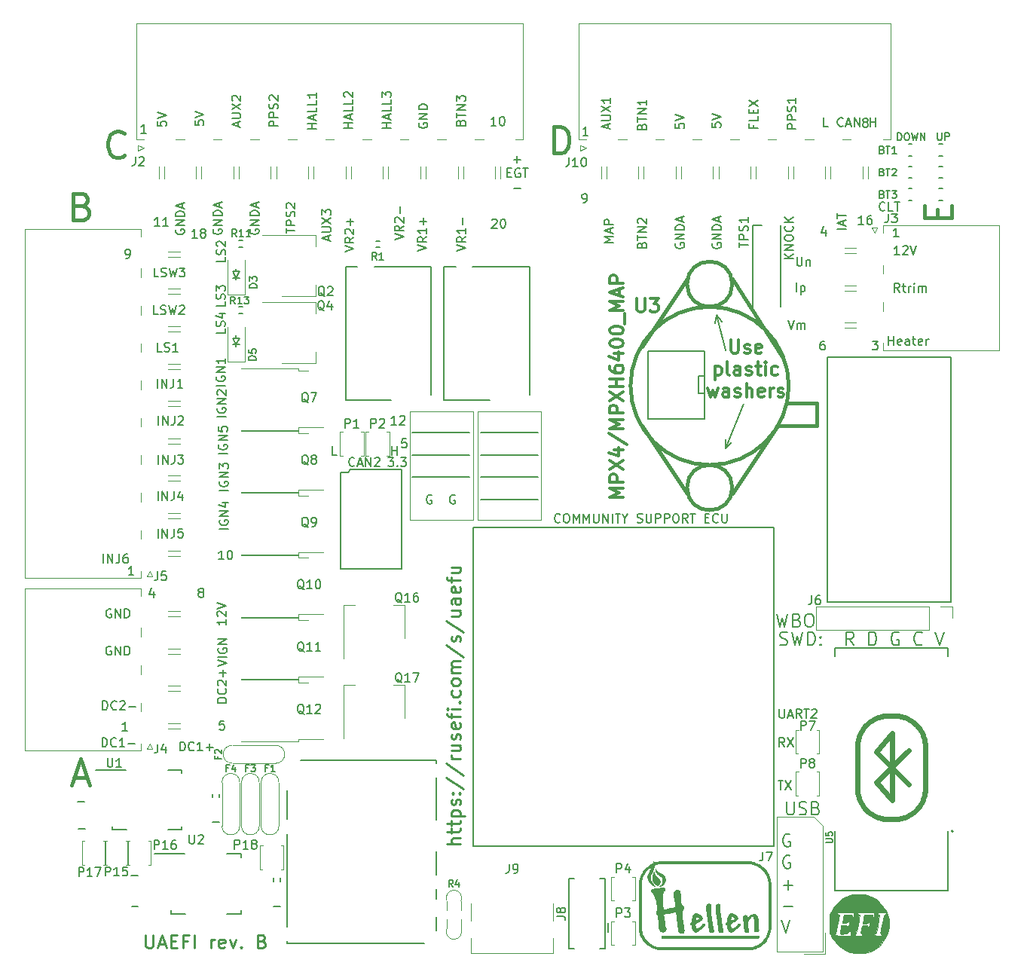
<source format=gto>
G04 #@! TF.GenerationSoftware,KiCad,Pcbnew,7.0.10-7.0.10~ubuntu22.04.1*
G04 #@! TF.CreationDate,2024-02-03T16:38:20+00:00*
G04 #@! TF.ProjectId,uaefi,75616566-692e-46b6-9963-61645f706362,B*
G04 #@! TF.SameCoordinates,Original*
G04 #@! TF.FileFunction,Legend,Top*
G04 #@! TF.FilePolarity,Positive*
%FSLAX46Y46*%
G04 Gerber Fmt 4.6, Leading zero omitted, Abs format (unit mm)*
G04 Created by KiCad (PCBNEW 7.0.10-7.0.10~ubuntu22.04.1) date 2024-02-03 16:38:20*
%MOMM*%
%LPD*%
G01*
G04 APERTURE LIST*
%ADD10C,0.150000*%
%ADD11C,0.450000*%
%ADD12C,0.200000*%
%ADD13C,0.170000*%
%ADD14C,0.250000*%
%ADD15C,0.304800*%
%ADD16C,0.127000*%
%ADD17C,0.120000*%
%ADD18C,0.203200*%
%ADD19C,0.631031*%
%ADD20C,0.099060*%
%ADD21C,0.002540*%
%ADD22C,0.381000*%
G04 APERTURE END LIST*
D10*
X46500000Y53800000D02*
X52900000Y53800000D01*
X46500000Y51200000D02*
X52900000Y51200000D01*
X73000000Y72000000D02*
X72800000Y71000000D01*
X38800000Y58800000D02*
X45200000Y58800000D01*
X73000000Y72000000D02*
X73600000Y71200000D01*
X74000000Y68000000D02*
X73000000Y72000000D01*
X46500000Y56200000D02*
X52900000Y56200000D01*
X38800000Y53800000D02*
X45200000Y53800000D01*
X46500000Y58800000D02*
X52900000Y58800000D01*
X74000000Y57000000D02*
X74700000Y57700000D01*
X38800000Y56200000D02*
X45200000Y56200000D01*
X74000000Y57000000D02*
X74000000Y58000000D01*
X76000000Y62000000D02*
X74000000Y57000000D01*
X36514286Y56245181D02*
X36514286Y57245181D01*
X36514286Y56768991D02*
X37085714Y56768991D01*
X37085714Y56245181D02*
X37085714Y57245181D01*
X93530952Y78745181D02*
X92959524Y78745181D01*
X93245238Y78745181D02*
X93245238Y79745181D01*
X93245238Y79745181D02*
X93150000Y79602324D01*
X93150000Y79602324D02*
X93054762Y79507086D01*
X93054762Y79507086D02*
X92959524Y79459467D01*
X93911905Y79649943D02*
X93959524Y79697562D01*
X93959524Y79697562D02*
X94054762Y79745181D01*
X94054762Y79745181D02*
X94292857Y79745181D01*
X94292857Y79745181D02*
X94388095Y79697562D01*
X94388095Y79697562D02*
X94435714Y79649943D01*
X94435714Y79649943D02*
X94483333Y79554705D01*
X94483333Y79554705D02*
X94483333Y79459467D01*
X94483333Y79459467D02*
X94435714Y79316610D01*
X94435714Y79316610D02*
X93864286Y78745181D01*
X93864286Y78745181D02*
X94483333Y78745181D01*
X94769048Y79745181D02*
X95102381Y78745181D01*
X95102381Y78745181D02*
X95435714Y79745181D01*
D11*
X1714285Y84206972D02*
X2142857Y84064115D01*
X2142857Y84064115D02*
X2285714Y83921258D01*
X2285714Y83921258D02*
X2428571Y83635543D01*
X2428571Y83635543D02*
X2428571Y83206972D01*
X2428571Y83206972D02*
X2285714Y82921258D01*
X2285714Y82921258D02*
X2142857Y82778400D01*
X2142857Y82778400D02*
X1857142Y82635543D01*
X1857142Y82635543D02*
X714285Y82635543D01*
X714285Y82635543D02*
X714285Y85635543D01*
X714285Y85635543D02*
X1714285Y85635543D01*
X1714285Y85635543D02*
X2000000Y85492686D01*
X2000000Y85492686D02*
X2142857Y85349829D01*
X2142857Y85349829D02*
X2285714Y85064115D01*
X2285714Y85064115D02*
X2285714Y84778400D01*
X2285714Y84778400D02*
X2142857Y84492686D01*
X2142857Y84492686D02*
X2000000Y84349829D01*
X2000000Y84349829D02*
X1714285Y84206972D01*
X1714285Y84206972D02*
X714285Y84206972D01*
D10*
X17638095Y26345181D02*
X17161905Y26345181D01*
X17161905Y26345181D02*
X17114286Y25868991D01*
X17114286Y25868991D02*
X17161905Y25916610D01*
X17161905Y25916610D02*
X17257143Y25964229D01*
X17257143Y25964229D02*
X17495238Y25964229D01*
X17495238Y25964229D02*
X17590476Y25916610D01*
X17590476Y25916610D02*
X17638095Y25868991D01*
X17638095Y25868991D02*
X17685714Y25773753D01*
X17685714Y25773753D02*
X17685714Y25535658D01*
X17685714Y25535658D02*
X17638095Y25440420D01*
X17638095Y25440420D02*
X17590476Y25392800D01*
X17590476Y25392800D02*
X17495238Y25345181D01*
X17495238Y25345181D02*
X17257143Y25345181D01*
X17257143Y25345181D02*
X17161905Y25392800D01*
X17161905Y25392800D02*
X17114286Y25440420D01*
X4069048Y44095181D02*
X4069048Y45095181D01*
X4545238Y44095181D02*
X4545238Y45095181D01*
X4545238Y45095181D02*
X5116666Y44095181D01*
X5116666Y44095181D02*
X5116666Y45095181D01*
X5878571Y45095181D02*
X5878571Y44380896D01*
X5878571Y44380896D02*
X5830952Y44238039D01*
X5830952Y44238039D02*
X5735714Y44142800D01*
X5735714Y44142800D02*
X5592857Y44095181D01*
X5592857Y44095181D02*
X5497619Y44095181D01*
X6783333Y45095181D02*
X6592857Y45095181D01*
X6592857Y45095181D02*
X6497619Y45047562D01*
X6497619Y45047562D02*
X6450000Y44999943D01*
X6450000Y44999943D02*
X6354762Y44857086D01*
X6354762Y44857086D02*
X6307143Y44666610D01*
X6307143Y44666610D02*
X6307143Y44285658D01*
X6307143Y44285658D02*
X6354762Y44190420D01*
X6354762Y44190420D02*
X6402381Y44142800D01*
X6402381Y44142800D02*
X6497619Y44095181D01*
X6497619Y44095181D02*
X6688095Y44095181D01*
X6688095Y44095181D02*
X6783333Y44142800D01*
X6783333Y44142800D02*
X6830952Y44190420D01*
X6830952Y44190420D02*
X6878571Y44285658D01*
X6878571Y44285658D02*
X6878571Y44523753D01*
X6878571Y44523753D02*
X6830952Y44618991D01*
X6830952Y44618991D02*
X6783333Y44666610D01*
X6783333Y44666610D02*
X6688095Y44714229D01*
X6688095Y44714229D02*
X6497619Y44714229D01*
X6497619Y44714229D02*
X6402381Y44666610D01*
X6402381Y44666610D02*
X6354762Y44618991D01*
X6354762Y44618991D02*
X6307143Y44523753D01*
X17804819Y78457143D02*
X17804819Y77980953D01*
X17804819Y77980953D02*
X16804819Y77980953D01*
X17757200Y78742858D02*
X17804819Y78885715D01*
X17804819Y78885715D02*
X17804819Y79123810D01*
X17804819Y79123810D02*
X17757200Y79219048D01*
X17757200Y79219048D02*
X17709580Y79266667D01*
X17709580Y79266667D02*
X17614342Y79314286D01*
X17614342Y79314286D02*
X17519104Y79314286D01*
X17519104Y79314286D02*
X17423866Y79266667D01*
X17423866Y79266667D02*
X17376247Y79219048D01*
X17376247Y79219048D02*
X17328628Y79123810D01*
X17328628Y79123810D02*
X17281009Y78933334D01*
X17281009Y78933334D02*
X17233390Y78838096D01*
X17233390Y78838096D02*
X17185771Y78790477D01*
X17185771Y78790477D02*
X17090533Y78742858D01*
X17090533Y78742858D02*
X16995295Y78742858D01*
X16995295Y78742858D02*
X16900057Y78790477D01*
X16900057Y78790477D02*
X16852438Y78838096D01*
X16852438Y78838096D02*
X16804819Y78933334D01*
X16804819Y78933334D02*
X16804819Y79171429D01*
X16804819Y79171429D02*
X16852438Y79314286D01*
X16900057Y79695239D02*
X16852438Y79742858D01*
X16852438Y79742858D02*
X16804819Y79838096D01*
X16804819Y79838096D02*
X16804819Y80076191D01*
X16804819Y80076191D02*
X16852438Y80171429D01*
X16852438Y80171429D02*
X16900057Y80219048D01*
X16900057Y80219048D02*
X16995295Y80266667D01*
X16995295Y80266667D02*
X17090533Y80266667D01*
X17090533Y80266667D02*
X17233390Y80219048D01*
X17233390Y80219048D02*
X17804819Y79647620D01*
X17804819Y79647620D02*
X17804819Y80266667D01*
X10219048Y51145181D02*
X10219048Y52145181D01*
X10695238Y51145181D02*
X10695238Y52145181D01*
X10695238Y52145181D02*
X11266666Y51145181D01*
X11266666Y51145181D02*
X11266666Y52145181D01*
X12028571Y52145181D02*
X12028571Y51430896D01*
X12028571Y51430896D02*
X11980952Y51288039D01*
X11980952Y51288039D02*
X11885714Y51192800D01*
X11885714Y51192800D02*
X11742857Y51145181D01*
X11742857Y51145181D02*
X11647619Y51145181D01*
X12933333Y51811848D02*
X12933333Y51145181D01*
X12695238Y52192800D02*
X12457143Y51478515D01*
X12457143Y51478515D02*
X13076190Y51478515D01*
X10235714Y72045181D02*
X9759524Y72045181D01*
X9759524Y72045181D02*
X9759524Y73045181D01*
X10521429Y72092800D02*
X10664286Y72045181D01*
X10664286Y72045181D02*
X10902381Y72045181D01*
X10902381Y72045181D02*
X10997619Y72092800D01*
X10997619Y72092800D02*
X11045238Y72140420D01*
X11045238Y72140420D02*
X11092857Y72235658D01*
X11092857Y72235658D02*
X11092857Y72330896D01*
X11092857Y72330896D02*
X11045238Y72426134D01*
X11045238Y72426134D02*
X10997619Y72473753D01*
X10997619Y72473753D02*
X10902381Y72521372D01*
X10902381Y72521372D02*
X10711905Y72568991D01*
X10711905Y72568991D02*
X10616667Y72616610D01*
X10616667Y72616610D02*
X10569048Y72664229D01*
X10569048Y72664229D02*
X10521429Y72759467D01*
X10521429Y72759467D02*
X10521429Y72854705D01*
X10521429Y72854705D02*
X10569048Y72949943D01*
X10569048Y72949943D02*
X10616667Y72997562D01*
X10616667Y72997562D02*
X10711905Y73045181D01*
X10711905Y73045181D02*
X10950000Y73045181D01*
X10950000Y73045181D02*
X11092857Y72997562D01*
X11426191Y73045181D02*
X11664286Y72045181D01*
X11664286Y72045181D02*
X11854762Y72759467D01*
X11854762Y72759467D02*
X12045238Y72045181D01*
X12045238Y72045181D02*
X12283334Y73045181D01*
X12616667Y72949943D02*
X12664286Y72997562D01*
X12664286Y72997562D02*
X12759524Y73045181D01*
X12759524Y73045181D02*
X12997619Y73045181D01*
X12997619Y73045181D02*
X13092857Y72997562D01*
X13092857Y72997562D02*
X13140476Y72949943D01*
X13140476Y72949943D02*
X13188095Y72854705D01*
X13188095Y72854705D02*
X13188095Y72759467D01*
X13188095Y72759467D02*
X13140476Y72616610D01*
X13140476Y72616610D02*
X12569048Y72045181D01*
X12569048Y72045181D02*
X13188095Y72045181D01*
X14609523Y80645181D02*
X14038095Y80645181D01*
X14323809Y80645181D02*
X14323809Y81645181D01*
X14323809Y81645181D02*
X14228571Y81502324D01*
X14228571Y81502324D02*
X14133333Y81407086D01*
X14133333Y81407086D02*
X14038095Y81359467D01*
X15180952Y81216610D02*
X15085714Y81264229D01*
X15085714Y81264229D02*
X15038095Y81311848D01*
X15038095Y81311848D02*
X14990476Y81407086D01*
X14990476Y81407086D02*
X14990476Y81454705D01*
X14990476Y81454705D02*
X15038095Y81549943D01*
X15038095Y81549943D02*
X15085714Y81597562D01*
X15085714Y81597562D02*
X15180952Y81645181D01*
X15180952Y81645181D02*
X15371428Y81645181D01*
X15371428Y81645181D02*
X15466666Y81597562D01*
X15466666Y81597562D02*
X15514285Y81549943D01*
X15514285Y81549943D02*
X15561904Y81454705D01*
X15561904Y81454705D02*
X15561904Y81407086D01*
X15561904Y81407086D02*
X15514285Y81311848D01*
X15514285Y81311848D02*
X15466666Y81264229D01*
X15466666Y81264229D02*
X15371428Y81216610D01*
X15371428Y81216610D02*
X15180952Y81216610D01*
X15180952Y81216610D02*
X15085714Y81168991D01*
X15085714Y81168991D02*
X15038095Y81121372D01*
X15038095Y81121372D02*
X14990476Y81026134D01*
X14990476Y81026134D02*
X14990476Y80835658D01*
X14990476Y80835658D02*
X15038095Y80740420D01*
X15038095Y80740420D02*
X15085714Y80692800D01*
X15085714Y80692800D02*
X15180952Y80645181D01*
X15180952Y80645181D02*
X15371428Y80645181D01*
X15371428Y80645181D02*
X15466666Y80692800D01*
X15466666Y80692800D02*
X15514285Y80740420D01*
X15514285Y80740420D02*
X15561904Y80835658D01*
X15561904Y80835658D02*
X15561904Y81026134D01*
X15561904Y81026134D02*
X15514285Y81121372D01*
X15514285Y81121372D02*
X15466666Y81168991D01*
X15466666Y81168991D02*
X15371428Y81216610D01*
X3992857Y27595181D02*
X3992857Y28595181D01*
X3992857Y28595181D02*
X4230952Y28595181D01*
X4230952Y28595181D02*
X4373809Y28547562D01*
X4373809Y28547562D02*
X4469047Y28452324D01*
X4469047Y28452324D02*
X4516666Y28357086D01*
X4516666Y28357086D02*
X4564285Y28166610D01*
X4564285Y28166610D02*
X4564285Y28023753D01*
X4564285Y28023753D02*
X4516666Y27833277D01*
X4516666Y27833277D02*
X4469047Y27738039D01*
X4469047Y27738039D02*
X4373809Y27642800D01*
X4373809Y27642800D02*
X4230952Y27595181D01*
X4230952Y27595181D02*
X3992857Y27595181D01*
X5564285Y27690420D02*
X5516666Y27642800D01*
X5516666Y27642800D02*
X5373809Y27595181D01*
X5373809Y27595181D02*
X5278571Y27595181D01*
X5278571Y27595181D02*
X5135714Y27642800D01*
X5135714Y27642800D02*
X5040476Y27738039D01*
X5040476Y27738039D02*
X4992857Y27833277D01*
X4992857Y27833277D02*
X4945238Y28023753D01*
X4945238Y28023753D02*
X4945238Y28166610D01*
X4945238Y28166610D02*
X4992857Y28357086D01*
X4992857Y28357086D02*
X5040476Y28452324D01*
X5040476Y28452324D02*
X5135714Y28547562D01*
X5135714Y28547562D02*
X5278571Y28595181D01*
X5278571Y28595181D02*
X5373809Y28595181D01*
X5373809Y28595181D02*
X5516666Y28547562D01*
X5516666Y28547562D02*
X5564285Y28499943D01*
X5945238Y28499943D02*
X5992857Y28547562D01*
X5992857Y28547562D02*
X6088095Y28595181D01*
X6088095Y28595181D02*
X6326190Y28595181D01*
X6326190Y28595181D02*
X6421428Y28547562D01*
X6421428Y28547562D02*
X6469047Y28499943D01*
X6469047Y28499943D02*
X6516666Y28404705D01*
X6516666Y28404705D02*
X6516666Y28309467D01*
X6516666Y28309467D02*
X6469047Y28166610D01*
X6469047Y28166610D02*
X5897619Y27595181D01*
X5897619Y27595181D02*
X6516666Y27595181D01*
X6945238Y27976134D02*
X7707143Y27976134D01*
X10154819Y93709524D02*
X10154819Y93233334D01*
X10154819Y93233334D02*
X10631009Y93185715D01*
X10631009Y93185715D02*
X10583390Y93233334D01*
X10583390Y93233334D02*
X10535771Y93328572D01*
X10535771Y93328572D02*
X10535771Y93566667D01*
X10535771Y93566667D02*
X10583390Y93661905D01*
X10583390Y93661905D02*
X10631009Y93709524D01*
X10631009Y93709524D02*
X10726247Y93757143D01*
X10726247Y93757143D02*
X10964342Y93757143D01*
X10964342Y93757143D02*
X11059580Y93709524D01*
X11059580Y93709524D02*
X11107200Y93661905D01*
X11107200Y93661905D02*
X11154819Y93566667D01*
X11154819Y93566667D02*
X11154819Y93328572D01*
X11154819Y93328572D02*
X11107200Y93233334D01*
X11107200Y93233334D02*
X11059580Y93185715D01*
X10154819Y94042858D02*
X11154819Y94376191D01*
X11154819Y94376191D02*
X10154819Y94709524D01*
X58535714Y92145181D02*
X57964286Y92145181D01*
X58250000Y92145181D02*
X58250000Y93145181D01*
X58250000Y93145181D02*
X58154762Y93002324D01*
X58154762Y93002324D02*
X58059524Y92907086D01*
X58059524Y92907086D02*
X57964286Y92859467D01*
X32104819Y93000001D02*
X31104819Y93000001D01*
X31581009Y93000001D02*
X31581009Y93571429D01*
X32104819Y93571429D02*
X31104819Y93571429D01*
X31819104Y94000001D02*
X31819104Y94476191D01*
X32104819Y93904763D02*
X31104819Y94238096D01*
X31104819Y94238096D02*
X32104819Y94571429D01*
X32104819Y95380953D02*
X32104819Y94904763D01*
X32104819Y94904763D02*
X31104819Y94904763D01*
X32104819Y96190477D02*
X32104819Y95714287D01*
X32104819Y95714287D02*
X31104819Y95714287D01*
X31200057Y96476192D02*
X31152438Y96523811D01*
X31152438Y96523811D02*
X31104819Y96619049D01*
X31104819Y96619049D02*
X31104819Y96857144D01*
X31104819Y96857144D02*
X31152438Y96952382D01*
X31152438Y96952382D02*
X31200057Y97000001D01*
X31200057Y97000001D02*
X31295295Y97047620D01*
X31295295Y97047620D02*
X31390533Y97047620D01*
X31390533Y97047620D02*
X31533390Y97000001D01*
X31533390Y97000001D02*
X32104819Y96428573D01*
X32104819Y96428573D02*
X32104819Y97047620D01*
X39404819Y79171430D02*
X40404819Y79504763D01*
X40404819Y79504763D02*
X39404819Y79838096D01*
X40404819Y80742858D02*
X39928628Y80409525D01*
X40404819Y80171430D02*
X39404819Y80171430D01*
X39404819Y80171430D02*
X39404819Y80552382D01*
X39404819Y80552382D02*
X39452438Y80647620D01*
X39452438Y80647620D02*
X39500057Y80695239D01*
X39500057Y80695239D02*
X39595295Y80742858D01*
X39595295Y80742858D02*
X39738152Y80742858D01*
X39738152Y80742858D02*
X39833390Y80695239D01*
X39833390Y80695239D02*
X39881009Y80647620D01*
X39881009Y80647620D02*
X39928628Y80552382D01*
X39928628Y80552382D02*
X39928628Y80171430D01*
X40404819Y81695239D02*
X40404819Y81123811D01*
X40404819Y81409525D02*
X39404819Y81409525D01*
X39404819Y81409525D02*
X39547676Y81314287D01*
X39547676Y81314287D02*
X39642914Y81219049D01*
X39642914Y81219049D02*
X39690533Y81123811D01*
X40023866Y82123811D02*
X40023866Y82885715D01*
X40404819Y82504763D02*
X39642914Y82504763D01*
D12*
X81234349Y13603280D02*
X81101016Y13674709D01*
X81101016Y13674709D02*
X80901016Y13674709D01*
X80901016Y13674709D02*
X80701016Y13603280D01*
X80701016Y13603280D02*
X80567683Y13460423D01*
X80567683Y13460423D02*
X80501016Y13317566D01*
X80501016Y13317566D02*
X80434349Y13031852D01*
X80434349Y13031852D02*
X80434349Y12817566D01*
X80434349Y12817566D02*
X80501016Y12531852D01*
X80501016Y12531852D02*
X80567683Y12388995D01*
X80567683Y12388995D02*
X80701016Y12246137D01*
X80701016Y12246137D02*
X80901016Y12174709D01*
X80901016Y12174709D02*
X81034349Y12174709D01*
X81034349Y12174709D02*
X81234349Y12246137D01*
X81234349Y12246137D02*
X81301016Y12317566D01*
X81301016Y12317566D02*
X81301016Y12817566D01*
X81301016Y12817566D02*
X81034349Y12817566D01*
X81234349Y11188280D02*
X81101016Y11259709D01*
X81101016Y11259709D02*
X80901016Y11259709D01*
X80901016Y11259709D02*
X80701016Y11188280D01*
X80701016Y11188280D02*
X80567683Y11045423D01*
X80567683Y11045423D02*
X80501016Y10902566D01*
X80501016Y10902566D02*
X80434349Y10616852D01*
X80434349Y10616852D02*
X80434349Y10402566D01*
X80434349Y10402566D02*
X80501016Y10116852D01*
X80501016Y10116852D02*
X80567683Y9973995D01*
X80567683Y9973995D02*
X80701016Y9831137D01*
X80701016Y9831137D02*
X80901016Y9759709D01*
X80901016Y9759709D02*
X81034349Y9759709D01*
X81034349Y9759709D02*
X81234349Y9831137D01*
X81234349Y9831137D02*
X81301016Y9902566D01*
X81301016Y9902566D02*
X81301016Y10402566D01*
X81301016Y10402566D02*
X81034349Y10402566D01*
X80501016Y7916137D02*
X81567683Y7916137D01*
X81034349Y7344709D02*
X81034349Y8487566D01*
X80501016Y5501137D02*
X81567683Y5501137D01*
X80301016Y4014709D02*
X80767683Y2514709D01*
X80767683Y2514709D02*
X81234349Y4014709D01*
D10*
X81604819Y78290477D02*
X80604819Y78290477D01*
X81604819Y78861905D02*
X81033390Y78433334D01*
X80604819Y78861905D02*
X81176247Y78290477D01*
X81604819Y79290477D02*
X80604819Y79290477D01*
X80604819Y79290477D02*
X81604819Y79861905D01*
X81604819Y79861905D02*
X80604819Y79861905D01*
X80604819Y80528572D02*
X80604819Y80719048D01*
X80604819Y80719048D02*
X80652438Y80814286D01*
X80652438Y80814286D02*
X80747676Y80909524D01*
X80747676Y80909524D02*
X80938152Y80957143D01*
X80938152Y80957143D02*
X81271485Y80957143D01*
X81271485Y80957143D02*
X81461961Y80909524D01*
X81461961Y80909524D02*
X81557200Y80814286D01*
X81557200Y80814286D02*
X81604819Y80719048D01*
X81604819Y80719048D02*
X81604819Y80528572D01*
X81604819Y80528572D02*
X81557200Y80433334D01*
X81557200Y80433334D02*
X81461961Y80338096D01*
X81461961Y80338096D02*
X81271485Y80290477D01*
X81271485Y80290477D02*
X80938152Y80290477D01*
X80938152Y80290477D02*
X80747676Y80338096D01*
X80747676Y80338096D02*
X80652438Y80433334D01*
X80652438Y80433334D02*
X80604819Y80528572D01*
X81509580Y81957143D02*
X81557200Y81909524D01*
X81557200Y81909524D02*
X81604819Y81766667D01*
X81604819Y81766667D02*
X81604819Y81671429D01*
X81604819Y81671429D02*
X81557200Y81528572D01*
X81557200Y81528572D02*
X81461961Y81433334D01*
X81461961Y81433334D02*
X81366723Y81385715D01*
X81366723Y81385715D02*
X81176247Y81338096D01*
X81176247Y81338096D02*
X81033390Y81338096D01*
X81033390Y81338096D02*
X80842914Y81385715D01*
X80842914Y81385715D02*
X80747676Y81433334D01*
X80747676Y81433334D02*
X80652438Y81528572D01*
X80652438Y81528572D02*
X80604819Y81671429D01*
X80604819Y81671429D02*
X80604819Y81766667D01*
X80604819Y81766667D02*
X80652438Y81909524D01*
X80652438Y81909524D02*
X80700057Y81957143D01*
X81604819Y82385715D02*
X80604819Y82385715D01*
X81604819Y82957143D02*
X81033390Y82528572D01*
X80604819Y82957143D02*
X81176247Y82385715D01*
X80036779Y27670181D02*
X80036779Y26860658D01*
X80036779Y26860658D02*
X80084398Y26765420D01*
X80084398Y26765420D02*
X80132017Y26717800D01*
X80132017Y26717800D02*
X80227255Y26670181D01*
X80227255Y26670181D02*
X80417731Y26670181D01*
X80417731Y26670181D02*
X80512969Y26717800D01*
X80512969Y26717800D02*
X80560588Y26765420D01*
X80560588Y26765420D02*
X80608207Y26860658D01*
X80608207Y26860658D02*
X80608207Y27670181D01*
X81036779Y26955896D02*
X81512969Y26955896D01*
X80941541Y26670181D02*
X81274874Y27670181D01*
X81274874Y27670181D02*
X81608207Y26670181D01*
X82512969Y26670181D02*
X82179636Y27146372D01*
X81941541Y26670181D02*
X81941541Y27670181D01*
X81941541Y27670181D02*
X82322493Y27670181D01*
X82322493Y27670181D02*
X82417731Y27622562D01*
X82417731Y27622562D02*
X82465350Y27574943D01*
X82465350Y27574943D02*
X82512969Y27479705D01*
X82512969Y27479705D02*
X82512969Y27336848D01*
X82512969Y27336848D02*
X82465350Y27241610D01*
X82465350Y27241610D02*
X82417731Y27193991D01*
X82417731Y27193991D02*
X82322493Y27146372D01*
X82322493Y27146372D02*
X81941541Y27146372D01*
X82798684Y27670181D02*
X83370112Y27670181D01*
X83084398Y26670181D02*
X83084398Y27670181D01*
X83655827Y27574943D02*
X83703446Y27622562D01*
X83703446Y27622562D02*
X83798684Y27670181D01*
X83798684Y27670181D02*
X84036779Y27670181D01*
X84036779Y27670181D02*
X84132017Y27622562D01*
X84132017Y27622562D02*
X84179636Y27574943D01*
X84179636Y27574943D02*
X84227255Y27479705D01*
X84227255Y27479705D02*
X84227255Y27384467D01*
X84227255Y27384467D02*
X84179636Y27241610D01*
X84179636Y27241610D02*
X83608208Y26670181D01*
X83608208Y26670181D02*
X84227255Y26670181D01*
X80608207Y23450181D02*
X80274874Y23926372D01*
X80036779Y23450181D02*
X80036779Y24450181D01*
X80036779Y24450181D02*
X80417731Y24450181D01*
X80417731Y24450181D02*
X80512969Y24402562D01*
X80512969Y24402562D02*
X80560588Y24354943D01*
X80560588Y24354943D02*
X80608207Y24259705D01*
X80608207Y24259705D02*
X80608207Y24116848D01*
X80608207Y24116848D02*
X80560588Y24021610D01*
X80560588Y24021610D02*
X80512969Y23973991D01*
X80512969Y23973991D02*
X80417731Y23926372D01*
X80417731Y23926372D02*
X80036779Y23926372D01*
X80941541Y24450181D02*
X81608207Y23450181D01*
X81608207Y24450181D02*
X80941541Y23450181D01*
X79893922Y19620181D02*
X80465350Y19620181D01*
X80179636Y18620181D02*
X80179636Y19620181D01*
X80703446Y19620181D02*
X81370112Y18620181D01*
X81370112Y19620181D02*
X80703446Y18620181D01*
D11*
X785714Y19992686D02*
X2214286Y19992686D01*
X500000Y19135543D02*
X1500000Y22135543D01*
X1500000Y22135543D02*
X2500000Y19135543D01*
D10*
X14354819Y93809524D02*
X14354819Y93333334D01*
X14354819Y93333334D02*
X14831009Y93285715D01*
X14831009Y93285715D02*
X14783390Y93333334D01*
X14783390Y93333334D02*
X14735771Y93428572D01*
X14735771Y93428572D02*
X14735771Y93666667D01*
X14735771Y93666667D02*
X14783390Y93761905D01*
X14783390Y93761905D02*
X14831009Y93809524D01*
X14831009Y93809524D02*
X14926247Y93857143D01*
X14926247Y93857143D02*
X15164342Y93857143D01*
X15164342Y93857143D02*
X15259580Y93809524D01*
X15259580Y93809524D02*
X15307200Y93761905D01*
X15307200Y93761905D02*
X15354819Y93666667D01*
X15354819Y93666667D02*
X15354819Y93428572D01*
X15354819Y93428572D02*
X15307200Y93333334D01*
X15307200Y93333334D02*
X15259580Y93285715D01*
X14354819Y94142858D02*
X15354819Y94476191D01*
X15354819Y94476191D02*
X14354819Y94809524D01*
X89509523Y82145181D02*
X88938095Y82145181D01*
X89223809Y82145181D02*
X89223809Y83145181D01*
X89223809Y83145181D02*
X89128571Y83002324D01*
X89128571Y83002324D02*
X89033333Y82907086D01*
X89033333Y82907086D02*
X88938095Y82859467D01*
X90366666Y83145181D02*
X90176190Y83145181D01*
X90176190Y83145181D02*
X90080952Y83097562D01*
X90080952Y83097562D02*
X90033333Y83049943D01*
X90033333Y83049943D02*
X89938095Y82907086D01*
X89938095Y82907086D02*
X89890476Y82716610D01*
X89890476Y82716610D02*
X89890476Y82335658D01*
X89890476Y82335658D02*
X89938095Y82240420D01*
X89938095Y82240420D02*
X89985714Y82192800D01*
X89985714Y82192800D02*
X90080952Y82145181D01*
X90080952Y82145181D02*
X90271428Y82145181D01*
X90271428Y82145181D02*
X90366666Y82192800D01*
X90366666Y82192800D02*
X90414285Y82240420D01*
X90414285Y82240420D02*
X90461904Y82335658D01*
X90461904Y82335658D02*
X90461904Y82573753D01*
X90461904Y82573753D02*
X90414285Y82668991D01*
X90414285Y82668991D02*
X90366666Y82716610D01*
X90366666Y82716610D02*
X90271428Y82764229D01*
X90271428Y82764229D02*
X90080952Y82764229D01*
X90080952Y82764229D02*
X89985714Y82716610D01*
X89985714Y82716610D02*
X89938095Y82668991D01*
X89938095Y82668991D02*
X89890476Y82573753D01*
X44231009Y93590477D02*
X44278628Y93733334D01*
X44278628Y93733334D02*
X44326247Y93780953D01*
X44326247Y93780953D02*
X44421485Y93828572D01*
X44421485Y93828572D02*
X44564342Y93828572D01*
X44564342Y93828572D02*
X44659580Y93780953D01*
X44659580Y93780953D02*
X44707200Y93733334D01*
X44707200Y93733334D02*
X44754819Y93638096D01*
X44754819Y93638096D02*
X44754819Y93257144D01*
X44754819Y93257144D02*
X43754819Y93257144D01*
X43754819Y93257144D02*
X43754819Y93590477D01*
X43754819Y93590477D02*
X43802438Y93685715D01*
X43802438Y93685715D02*
X43850057Y93733334D01*
X43850057Y93733334D02*
X43945295Y93780953D01*
X43945295Y93780953D02*
X44040533Y93780953D01*
X44040533Y93780953D02*
X44135771Y93733334D01*
X44135771Y93733334D02*
X44183390Y93685715D01*
X44183390Y93685715D02*
X44231009Y93590477D01*
X44231009Y93590477D02*
X44231009Y93257144D01*
X43754819Y94114287D02*
X43754819Y94685715D01*
X44754819Y94400001D02*
X43754819Y94400001D01*
X44754819Y95019049D02*
X43754819Y95019049D01*
X43754819Y95019049D02*
X44754819Y95590477D01*
X44754819Y95590477D02*
X43754819Y95590477D01*
X43754819Y95971430D02*
X43754819Y96590477D01*
X43754819Y96590477D02*
X44135771Y96257144D01*
X44135771Y96257144D02*
X44135771Y96400001D01*
X44135771Y96400001D02*
X44183390Y96495239D01*
X44183390Y96495239D02*
X44231009Y96542858D01*
X44231009Y96542858D02*
X44326247Y96590477D01*
X44326247Y96590477D02*
X44564342Y96590477D01*
X44564342Y96590477D02*
X44659580Y96542858D01*
X44659580Y96542858D02*
X44707200Y96495239D01*
X44707200Y96495239D02*
X44754819Y96400001D01*
X44754819Y96400001D02*
X44754819Y96114287D01*
X44754819Y96114287D02*
X44707200Y96019049D01*
X44707200Y96019049D02*
X44659580Y95971430D01*
X19219104Y93185715D02*
X19219104Y93661905D01*
X19504819Y93090477D02*
X18504819Y93423810D01*
X18504819Y93423810D02*
X19504819Y93757143D01*
X18504819Y94090477D02*
X19314342Y94090477D01*
X19314342Y94090477D02*
X19409580Y94138096D01*
X19409580Y94138096D02*
X19457200Y94185715D01*
X19457200Y94185715D02*
X19504819Y94280953D01*
X19504819Y94280953D02*
X19504819Y94471429D01*
X19504819Y94471429D02*
X19457200Y94566667D01*
X19457200Y94566667D02*
X19409580Y94614286D01*
X19409580Y94614286D02*
X19314342Y94661905D01*
X19314342Y94661905D02*
X18504819Y94661905D01*
X18504819Y95042858D02*
X19504819Y95709524D01*
X18504819Y95709524D02*
X19504819Y95042858D01*
X18600057Y96042858D02*
X18552438Y96090477D01*
X18552438Y96090477D02*
X18504819Y96185715D01*
X18504819Y96185715D02*
X18504819Y96423810D01*
X18504819Y96423810D02*
X18552438Y96519048D01*
X18552438Y96519048D02*
X18600057Y96566667D01*
X18600057Y96566667D02*
X18695295Y96614286D01*
X18695295Y96614286D02*
X18790533Y96614286D01*
X18790533Y96614286D02*
X18933390Y96566667D01*
X18933390Y96566667D02*
X19504819Y95995239D01*
X19504819Y95995239D02*
X19504819Y96614286D01*
X9740476Y40911848D02*
X9740476Y40245181D01*
X9502381Y41292800D02*
X9264286Y40578515D01*
X9264286Y40578515D02*
X9883333Y40578515D01*
X36052381Y55945181D02*
X36671428Y55945181D01*
X36671428Y55945181D02*
X36338095Y55564229D01*
X36338095Y55564229D02*
X36480952Y55564229D01*
X36480952Y55564229D02*
X36576190Y55516610D01*
X36576190Y55516610D02*
X36623809Y55468991D01*
X36623809Y55468991D02*
X36671428Y55373753D01*
X36671428Y55373753D02*
X36671428Y55135658D01*
X36671428Y55135658D02*
X36623809Y55040420D01*
X36623809Y55040420D02*
X36576190Y54992800D01*
X36576190Y54992800D02*
X36480952Y54945181D01*
X36480952Y54945181D02*
X36195238Y54945181D01*
X36195238Y54945181D02*
X36100000Y54992800D01*
X36100000Y54992800D02*
X36052381Y55040420D01*
X37100000Y55040420D02*
X37147619Y54992800D01*
X37147619Y54992800D02*
X37100000Y54945181D01*
X37100000Y54945181D02*
X37052381Y54992800D01*
X37052381Y54992800D02*
X37100000Y55040420D01*
X37100000Y55040420D02*
X37100000Y54945181D01*
X37480952Y55945181D02*
X38099999Y55945181D01*
X38099999Y55945181D02*
X37766666Y55564229D01*
X37766666Y55564229D02*
X37909523Y55564229D01*
X37909523Y55564229D02*
X38004761Y55516610D01*
X38004761Y55516610D02*
X38052380Y55468991D01*
X38052380Y55468991D02*
X38099999Y55373753D01*
X38099999Y55373753D02*
X38099999Y55135658D01*
X38099999Y55135658D02*
X38052380Y55040420D01*
X38052380Y55040420D02*
X38004761Y54992800D01*
X38004761Y54992800D02*
X37909523Y54945181D01*
X37909523Y54945181D02*
X37623809Y54945181D01*
X37623809Y54945181D02*
X37528571Y54992800D01*
X37528571Y54992800D02*
X37480952Y55040420D01*
X75504819Y79561906D02*
X75504819Y80133334D01*
X76504819Y79847620D02*
X75504819Y79847620D01*
X76504819Y80466668D02*
X75504819Y80466668D01*
X75504819Y80466668D02*
X75504819Y80847620D01*
X75504819Y80847620D02*
X75552438Y80942858D01*
X75552438Y80942858D02*
X75600057Y80990477D01*
X75600057Y80990477D02*
X75695295Y81038096D01*
X75695295Y81038096D02*
X75838152Y81038096D01*
X75838152Y81038096D02*
X75933390Y80990477D01*
X75933390Y80990477D02*
X75981009Y80942858D01*
X75981009Y80942858D02*
X76028628Y80847620D01*
X76028628Y80847620D02*
X76028628Y80466668D01*
X76457200Y81419049D02*
X76504819Y81561906D01*
X76504819Y81561906D02*
X76504819Y81800001D01*
X76504819Y81800001D02*
X76457200Y81895239D01*
X76457200Y81895239D02*
X76409580Y81942858D01*
X76409580Y81942858D02*
X76314342Y81990477D01*
X76314342Y81990477D02*
X76219104Y81990477D01*
X76219104Y81990477D02*
X76123866Y81942858D01*
X76123866Y81942858D02*
X76076247Y81895239D01*
X76076247Y81895239D02*
X76028628Y81800001D01*
X76028628Y81800001D02*
X75981009Y81609525D01*
X75981009Y81609525D02*
X75933390Y81514287D01*
X75933390Y81514287D02*
X75885771Y81466668D01*
X75885771Y81466668D02*
X75790533Y81419049D01*
X75790533Y81419049D02*
X75695295Y81419049D01*
X75695295Y81419049D02*
X75600057Y81466668D01*
X75600057Y81466668D02*
X75552438Y81514287D01*
X75552438Y81514287D02*
X75504819Y81609525D01*
X75504819Y81609525D02*
X75504819Y81847620D01*
X75504819Y81847620D02*
X75552438Y81990477D01*
X76504819Y82942858D02*
X76504819Y82371430D01*
X76504819Y82657144D02*
X75504819Y82657144D01*
X75504819Y82657144D02*
X75647676Y82561906D01*
X75647676Y82561906D02*
X75742914Y82466668D01*
X75742914Y82466668D02*
X75790533Y82371430D01*
D13*
X97807080Y92429192D02*
X97807080Y91765382D01*
X97807080Y91765382D02*
X97846127Y91687287D01*
X97846127Y91687287D02*
X97885175Y91648239D01*
X97885175Y91648239D02*
X97963270Y91609192D01*
X97963270Y91609192D02*
X98119461Y91609192D01*
X98119461Y91609192D02*
X98197556Y91648239D01*
X98197556Y91648239D02*
X98236603Y91687287D01*
X98236603Y91687287D02*
X98275651Y91765382D01*
X98275651Y91765382D02*
X98275651Y92429192D01*
X98666128Y91609192D02*
X98666128Y92429192D01*
X98666128Y92429192D02*
X98978509Y92429192D01*
X98978509Y92429192D02*
X99056604Y92390144D01*
X99056604Y92390144D02*
X99095651Y92351097D01*
X99095651Y92351097D02*
X99134699Y92273001D01*
X99134699Y92273001D02*
X99134699Y92155859D01*
X99134699Y92155859D02*
X99095651Y92077763D01*
X99095651Y92077763D02*
X99056604Y92038716D01*
X99056604Y92038716D02*
X98978509Y91999668D01*
X98978509Y91999668D02*
X98666128Y91999668D01*
D10*
X38138095Y58045181D02*
X37661905Y58045181D01*
X37661905Y58045181D02*
X37614286Y57568991D01*
X37614286Y57568991D02*
X37661905Y57616610D01*
X37661905Y57616610D02*
X37757143Y57664229D01*
X37757143Y57664229D02*
X37995238Y57664229D01*
X37995238Y57664229D02*
X38090476Y57616610D01*
X38090476Y57616610D02*
X38138095Y57568991D01*
X38138095Y57568991D02*
X38185714Y57473753D01*
X38185714Y57473753D02*
X38185714Y57235658D01*
X38185714Y57235658D02*
X38138095Y57140420D01*
X38138095Y57140420D02*
X38090476Y57092800D01*
X38090476Y57092800D02*
X37995238Y57045181D01*
X37995238Y57045181D02*
X37757143Y57045181D01*
X37757143Y57045181D02*
X37661905Y57092800D01*
X37661905Y57092800D02*
X37614286Y57140420D01*
X29369104Y80385715D02*
X29369104Y80861905D01*
X29654819Y80290477D02*
X28654819Y80623810D01*
X28654819Y80623810D02*
X29654819Y80957143D01*
X28654819Y81290477D02*
X29464342Y81290477D01*
X29464342Y81290477D02*
X29559580Y81338096D01*
X29559580Y81338096D02*
X29607200Y81385715D01*
X29607200Y81385715D02*
X29654819Y81480953D01*
X29654819Y81480953D02*
X29654819Y81671429D01*
X29654819Y81671429D02*
X29607200Y81766667D01*
X29607200Y81766667D02*
X29559580Y81814286D01*
X29559580Y81814286D02*
X29464342Y81861905D01*
X29464342Y81861905D02*
X28654819Y81861905D01*
X28654819Y82242858D02*
X29654819Y82909524D01*
X28654819Y82909524D02*
X29654819Y82242858D01*
X28654819Y83195239D02*
X28654819Y83814286D01*
X28654819Y83814286D02*
X29035771Y83480953D01*
X29035771Y83480953D02*
X29035771Y83623810D01*
X29035771Y83623810D02*
X29083390Y83719048D01*
X29083390Y83719048D02*
X29131009Y83766667D01*
X29131009Y83766667D02*
X29226247Y83814286D01*
X29226247Y83814286D02*
X29464342Y83814286D01*
X29464342Y83814286D02*
X29559580Y83766667D01*
X29559580Y83766667D02*
X29607200Y83719048D01*
X29607200Y83719048D02*
X29654819Y83623810D01*
X29654819Y83623810D02*
X29654819Y83338096D01*
X29654819Y83338096D02*
X29607200Y83242858D01*
X29607200Y83242858D02*
X29559580Y83195239D01*
X20602438Y81609524D02*
X20554819Y81514286D01*
X20554819Y81514286D02*
X20554819Y81371429D01*
X20554819Y81371429D02*
X20602438Y81228572D01*
X20602438Y81228572D02*
X20697676Y81133334D01*
X20697676Y81133334D02*
X20792914Y81085715D01*
X20792914Y81085715D02*
X20983390Y81038096D01*
X20983390Y81038096D02*
X21126247Y81038096D01*
X21126247Y81038096D02*
X21316723Y81085715D01*
X21316723Y81085715D02*
X21411961Y81133334D01*
X21411961Y81133334D02*
X21507200Y81228572D01*
X21507200Y81228572D02*
X21554819Y81371429D01*
X21554819Y81371429D02*
X21554819Y81466667D01*
X21554819Y81466667D02*
X21507200Y81609524D01*
X21507200Y81609524D02*
X21459580Y81657143D01*
X21459580Y81657143D02*
X21126247Y81657143D01*
X21126247Y81657143D02*
X21126247Y81466667D01*
X21554819Y82085715D02*
X20554819Y82085715D01*
X20554819Y82085715D02*
X21554819Y82657143D01*
X21554819Y82657143D02*
X20554819Y82657143D01*
X21554819Y83133334D02*
X20554819Y83133334D01*
X20554819Y83133334D02*
X20554819Y83371429D01*
X20554819Y83371429D02*
X20602438Y83514286D01*
X20602438Y83514286D02*
X20697676Y83609524D01*
X20697676Y83609524D02*
X20792914Y83657143D01*
X20792914Y83657143D02*
X20983390Y83704762D01*
X20983390Y83704762D02*
X21126247Y83704762D01*
X21126247Y83704762D02*
X21316723Y83657143D01*
X21316723Y83657143D02*
X21411961Y83609524D01*
X21411961Y83609524D02*
X21507200Y83514286D01*
X21507200Y83514286D02*
X21554819Y83371429D01*
X21554819Y83371429D02*
X21554819Y83133334D01*
X21269104Y84085715D02*
X21269104Y84561905D01*
X21554819Y83990477D02*
X20554819Y84323810D01*
X20554819Y84323810D02*
X21554819Y84657143D01*
D13*
X91580413Y90538716D02*
X91697556Y90499668D01*
X91697556Y90499668D02*
X91736603Y90460620D01*
X91736603Y90460620D02*
X91775651Y90382525D01*
X91775651Y90382525D02*
X91775651Y90265382D01*
X91775651Y90265382D02*
X91736603Y90187287D01*
X91736603Y90187287D02*
X91697556Y90148239D01*
X91697556Y90148239D02*
X91619461Y90109192D01*
X91619461Y90109192D02*
X91307080Y90109192D01*
X91307080Y90109192D02*
X91307080Y90929192D01*
X91307080Y90929192D02*
X91580413Y90929192D01*
X91580413Y90929192D02*
X91658508Y90890144D01*
X91658508Y90890144D02*
X91697556Y90851097D01*
X91697556Y90851097D02*
X91736603Y90773001D01*
X91736603Y90773001D02*
X91736603Y90694906D01*
X91736603Y90694906D02*
X91697556Y90616811D01*
X91697556Y90616811D02*
X91658508Y90577763D01*
X91658508Y90577763D02*
X91580413Y90538716D01*
X91580413Y90538716D02*
X91307080Y90538716D01*
X92009937Y90929192D02*
X92478508Y90929192D01*
X92244222Y90109192D02*
X92244222Y90929192D01*
X93181365Y90109192D02*
X92712794Y90109192D01*
X92947080Y90109192D02*
X92947080Y90929192D01*
X92947080Y90929192D02*
X92868984Y90812049D01*
X92868984Y90812049D02*
X92790889Y90733954D01*
X92790889Y90733954D02*
X92712794Y90694906D01*
D10*
X90466667Y69045181D02*
X91085714Y69045181D01*
X91085714Y69045181D02*
X90752381Y68664229D01*
X90752381Y68664229D02*
X90895238Y68664229D01*
X90895238Y68664229D02*
X90990476Y68616610D01*
X90990476Y68616610D02*
X91038095Y68568991D01*
X91038095Y68568991D02*
X91085714Y68473753D01*
X91085714Y68473753D02*
X91085714Y68235658D01*
X91085714Y68235658D02*
X91038095Y68140420D01*
X91038095Y68140420D02*
X90990476Y68092800D01*
X90990476Y68092800D02*
X90895238Y68045181D01*
X90895238Y68045181D02*
X90609524Y68045181D01*
X90609524Y68045181D02*
X90514286Y68092800D01*
X90514286Y68092800D02*
X90466667Y68140420D01*
X17620284Y44500562D02*
X17048856Y44500562D01*
X17334570Y44500562D02*
X17334570Y45500562D01*
X17334570Y45500562D02*
X17239332Y45357705D01*
X17239332Y45357705D02*
X17144094Y45262467D01*
X17144094Y45262467D02*
X17048856Y45214848D01*
X18239332Y45500562D02*
X18334570Y45500562D01*
X18334570Y45500562D02*
X18429808Y45452943D01*
X18429808Y45452943D02*
X18477427Y45405324D01*
X18477427Y45405324D02*
X18525046Y45310086D01*
X18525046Y45310086D02*
X18572665Y45119610D01*
X18572665Y45119610D02*
X18572665Y44881515D01*
X18572665Y44881515D02*
X18525046Y44691039D01*
X18525046Y44691039D02*
X18477427Y44595801D01*
X18477427Y44595801D02*
X18429808Y44548181D01*
X18429808Y44548181D02*
X18334570Y44500562D01*
X18334570Y44500562D02*
X18239332Y44500562D01*
X18239332Y44500562D02*
X18144094Y44548181D01*
X18144094Y44548181D02*
X18096475Y44595801D01*
X18096475Y44595801D02*
X18048856Y44691039D01*
X18048856Y44691039D02*
X18001237Y44881515D01*
X18001237Y44881515D02*
X18001237Y45119610D01*
X18001237Y45119610D02*
X18048856Y45310086D01*
X18048856Y45310086D02*
X18096475Y45405324D01*
X18096475Y45405324D02*
X18144094Y45452943D01*
X18144094Y45452943D02*
X18239332Y45500562D01*
X47738095Y82649943D02*
X47785714Y82697562D01*
X47785714Y82697562D02*
X47880952Y82745181D01*
X47880952Y82745181D02*
X48119047Y82745181D01*
X48119047Y82745181D02*
X48214285Y82697562D01*
X48214285Y82697562D02*
X48261904Y82649943D01*
X48261904Y82649943D02*
X48309523Y82554705D01*
X48309523Y82554705D02*
X48309523Y82459467D01*
X48309523Y82459467D02*
X48261904Y82316610D01*
X48261904Y82316610D02*
X47690476Y81745181D01*
X47690476Y81745181D02*
X48309523Y81745181D01*
X48928571Y82745181D02*
X49023809Y82745181D01*
X49023809Y82745181D02*
X49119047Y82697562D01*
X49119047Y82697562D02*
X49166666Y82649943D01*
X49166666Y82649943D02*
X49214285Y82554705D01*
X49214285Y82554705D02*
X49261904Y82364229D01*
X49261904Y82364229D02*
X49261904Y82126134D01*
X49261904Y82126134D02*
X49214285Y81935658D01*
X49214285Y81935658D02*
X49166666Y81840420D01*
X49166666Y81840420D02*
X49119047Y81792800D01*
X49119047Y81792800D02*
X49023809Y81745181D01*
X49023809Y81745181D02*
X48928571Y81745181D01*
X48928571Y81745181D02*
X48833333Y81792800D01*
X48833333Y81792800D02*
X48785714Y81840420D01*
X48785714Y81840420D02*
X48738095Y81935658D01*
X48738095Y81935658D02*
X48690476Y82126134D01*
X48690476Y82126134D02*
X48690476Y82364229D01*
X48690476Y82364229D02*
X48738095Y82554705D01*
X48738095Y82554705D02*
X48785714Y82649943D01*
X48785714Y82649943D02*
X48833333Y82697562D01*
X48833333Y82697562D02*
X48928571Y82745181D01*
X93559523Y74545181D02*
X93226190Y75021372D01*
X92988095Y74545181D02*
X92988095Y75545181D01*
X92988095Y75545181D02*
X93369047Y75545181D01*
X93369047Y75545181D02*
X93464285Y75497562D01*
X93464285Y75497562D02*
X93511904Y75449943D01*
X93511904Y75449943D02*
X93559523Y75354705D01*
X93559523Y75354705D02*
X93559523Y75211848D01*
X93559523Y75211848D02*
X93511904Y75116610D01*
X93511904Y75116610D02*
X93464285Y75068991D01*
X93464285Y75068991D02*
X93369047Y75021372D01*
X93369047Y75021372D02*
X92988095Y75021372D01*
X93845238Y75211848D02*
X94226190Y75211848D01*
X93988095Y75545181D02*
X93988095Y74688039D01*
X93988095Y74688039D02*
X94035714Y74592800D01*
X94035714Y74592800D02*
X94130952Y74545181D01*
X94130952Y74545181D02*
X94226190Y74545181D01*
X94559524Y74545181D02*
X94559524Y75211848D01*
X94559524Y75021372D02*
X94607143Y75116610D01*
X94607143Y75116610D02*
X94654762Y75164229D01*
X94654762Y75164229D02*
X94750000Y75211848D01*
X94750000Y75211848D02*
X94845238Y75211848D01*
X95178572Y74545181D02*
X95178572Y75211848D01*
X95178572Y75545181D02*
X95130953Y75497562D01*
X95130953Y75497562D02*
X95178572Y75449943D01*
X95178572Y75449943D02*
X95226191Y75497562D01*
X95226191Y75497562D02*
X95178572Y75545181D01*
X95178572Y75545181D02*
X95178572Y75449943D01*
X95654762Y74545181D02*
X95654762Y75211848D01*
X95654762Y75116610D02*
X95702381Y75164229D01*
X95702381Y75164229D02*
X95797619Y75211848D01*
X95797619Y75211848D02*
X95940476Y75211848D01*
X95940476Y75211848D02*
X96035714Y75164229D01*
X96035714Y75164229D02*
X96083333Y75068991D01*
X96083333Y75068991D02*
X96083333Y74545181D01*
X96083333Y75068991D02*
X96130952Y75164229D01*
X96130952Y75164229D02*
X96226190Y75211848D01*
X96226190Y75211848D02*
X96369047Y75211848D01*
X96369047Y75211848D02*
X96464286Y75164229D01*
X96464286Y75164229D02*
X96511905Y75068991D01*
X96511905Y75068991D02*
X96511905Y74545181D01*
X4938095Y38897562D02*
X4842857Y38945181D01*
X4842857Y38945181D02*
X4700000Y38945181D01*
X4700000Y38945181D02*
X4557143Y38897562D01*
X4557143Y38897562D02*
X4461905Y38802324D01*
X4461905Y38802324D02*
X4414286Y38707086D01*
X4414286Y38707086D02*
X4366667Y38516610D01*
X4366667Y38516610D02*
X4366667Y38373753D01*
X4366667Y38373753D02*
X4414286Y38183277D01*
X4414286Y38183277D02*
X4461905Y38088039D01*
X4461905Y38088039D02*
X4557143Y37992800D01*
X4557143Y37992800D02*
X4700000Y37945181D01*
X4700000Y37945181D02*
X4795238Y37945181D01*
X4795238Y37945181D02*
X4938095Y37992800D01*
X4938095Y37992800D02*
X4985714Y38040420D01*
X4985714Y38040420D02*
X4985714Y38373753D01*
X4985714Y38373753D02*
X4795238Y38373753D01*
X5414286Y37945181D02*
X5414286Y38945181D01*
X5414286Y38945181D02*
X5985714Y37945181D01*
X5985714Y37945181D02*
X5985714Y38945181D01*
X6461905Y37945181D02*
X6461905Y38945181D01*
X6461905Y38945181D02*
X6700000Y38945181D01*
X6700000Y38945181D02*
X6842857Y38897562D01*
X6842857Y38897562D02*
X6938095Y38802324D01*
X6938095Y38802324D02*
X6985714Y38707086D01*
X6985714Y38707086D02*
X7033333Y38516610D01*
X7033333Y38516610D02*
X7033333Y38373753D01*
X7033333Y38373753D02*
X6985714Y38183277D01*
X6985714Y38183277D02*
X6938095Y38088039D01*
X6938095Y38088039D02*
X6842857Y37992800D01*
X6842857Y37992800D02*
X6700000Y37945181D01*
X6700000Y37945181D02*
X6461905Y37945181D01*
X60769104Y92935715D02*
X60769104Y93411905D01*
X61054819Y92840477D02*
X60054819Y93173810D01*
X60054819Y93173810D02*
X61054819Y93507143D01*
X60054819Y93840477D02*
X60864342Y93840477D01*
X60864342Y93840477D02*
X60959580Y93888096D01*
X60959580Y93888096D02*
X61007200Y93935715D01*
X61007200Y93935715D02*
X61054819Y94030953D01*
X61054819Y94030953D02*
X61054819Y94221429D01*
X61054819Y94221429D02*
X61007200Y94316667D01*
X61007200Y94316667D02*
X60959580Y94364286D01*
X60959580Y94364286D02*
X60864342Y94411905D01*
X60864342Y94411905D02*
X60054819Y94411905D01*
X60054819Y94792858D02*
X61054819Y95459524D01*
X60054819Y95459524D02*
X61054819Y94792858D01*
X61054819Y96364286D02*
X61054819Y95792858D01*
X61054819Y96078572D02*
X60054819Y96078572D01*
X60054819Y96078572D02*
X60197676Y95983334D01*
X60197676Y95983334D02*
X60292914Y95888096D01*
X60292914Y95888096D02*
X60340533Y95792858D01*
X10409523Y81945181D02*
X9838095Y81945181D01*
X10123809Y81945181D02*
X10123809Y82945181D01*
X10123809Y82945181D02*
X10028571Y82802324D01*
X10028571Y82802324D02*
X9933333Y82707086D01*
X9933333Y82707086D02*
X9838095Y82659467D01*
X11361904Y81945181D02*
X10790476Y81945181D01*
X11076190Y81945181D02*
X11076190Y82945181D01*
X11076190Y82945181D02*
X10980952Y82802324D01*
X10980952Y82802324D02*
X10885714Y82707086D01*
X10885714Y82707086D02*
X10790476Y82659467D01*
X6785714Y25245181D02*
X6214286Y25245181D01*
X6500000Y25245181D02*
X6500000Y26245181D01*
X6500000Y26245181D02*
X6404762Y26102324D01*
X6404762Y26102324D02*
X6309524Y26007086D01*
X6309524Y26007086D02*
X6214286Y25959467D01*
X7485714Y42745181D02*
X6914286Y42745181D01*
X7200000Y42745181D02*
X7200000Y43745181D01*
X7200000Y43745181D02*
X7104762Y43602324D01*
X7104762Y43602324D02*
X7009524Y43507086D01*
X7009524Y43507086D02*
X6914286Y43459467D01*
X37009523Y59645181D02*
X36438095Y59645181D01*
X36723809Y59645181D02*
X36723809Y60645181D01*
X36723809Y60645181D02*
X36628571Y60502324D01*
X36628571Y60502324D02*
X36533333Y60407086D01*
X36533333Y60407086D02*
X36438095Y60359467D01*
X37390476Y60549943D02*
X37438095Y60597562D01*
X37438095Y60597562D02*
X37533333Y60645181D01*
X37533333Y60645181D02*
X37771428Y60645181D01*
X37771428Y60645181D02*
X37866666Y60597562D01*
X37866666Y60597562D02*
X37914285Y60549943D01*
X37914285Y60549943D02*
X37961904Y60454705D01*
X37961904Y60454705D02*
X37961904Y60359467D01*
X37961904Y60359467D02*
X37914285Y60216610D01*
X37914285Y60216610D02*
X37342857Y59645181D01*
X37342857Y59645181D02*
X37961904Y59645181D01*
X17854819Y37730953D02*
X17854819Y37159525D01*
X17854819Y37445239D02*
X16854819Y37445239D01*
X16854819Y37445239D02*
X16997676Y37350001D01*
X16997676Y37350001D02*
X17092914Y37254763D01*
X17092914Y37254763D02*
X17140533Y37159525D01*
X16950057Y38111906D02*
X16902438Y38159525D01*
X16902438Y38159525D02*
X16854819Y38254763D01*
X16854819Y38254763D02*
X16854819Y38492858D01*
X16854819Y38492858D02*
X16902438Y38588096D01*
X16902438Y38588096D02*
X16950057Y38635715D01*
X16950057Y38635715D02*
X17045295Y38683334D01*
X17045295Y38683334D02*
X17140533Y38683334D01*
X17140533Y38683334D02*
X17283390Y38635715D01*
X17283390Y38635715D02*
X17854819Y38064287D01*
X17854819Y38064287D02*
X17854819Y38683334D01*
X16854819Y38969049D02*
X17854819Y39302382D01*
X17854819Y39302382D02*
X16854819Y39635715D01*
X10269048Y55245181D02*
X10269048Y56245181D01*
X10745238Y55245181D02*
X10745238Y56245181D01*
X10745238Y56245181D02*
X11316666Y55245181D01*
X11316666Y55245181D02*
X11316666Y56245181D01*
X12078571Y56245181D02*
X12078571Y55530896D01*
X12078571Y55530896D02*
X12030952Y55388039D01*
X12030952Y55388039D02*
X11935714Y55292800D01*
X11935714Y55292800D02*
X11792857Y55245181D01*
X11792857Y55245181D02*
X11697619Y55245181D01*
X12459524Y56245181D02*
X13078571Y56245181D01*
X13078571Y56245181D02*
X12745238Y55864229D01*
X12745238Y55864229D02*
X12888095Y55864229D01*
X12888095Y55864229D02*
X12983333Y55816610D01*
X12983333Y55816610D02*
X13030952Y55768991D01*
X13030952Y55768991D02*
X13078571Y55673753D01*
X13078571Y55673753D02*
X13078571Y55435658D01*
X13078571Y55435658D02*
X13030952Y55340420D01*
X13030952Y55340420D02*
X12983333Y55292800D01*
X12983333Y55292800D02*
X12888095Y55245181D01*
X12888095Y55245181D02*
X12602381Y55245181D01*
X12602381Y55245181D02*
X12507143Y55292800D01*
X12507143Y55292800D02*
X12459524Y55340420D01*
D12*
X80107768Y34926179D02*
X80314911Y34854751D01*
X80314911Y34854751D02*
X80660149Y34854751D01*
X80660149Y34854751D02*
X80798244Y34926179D01*
X80798244Y34926179D02*
X80867292Y34997608D01*
X80867292Y34997608D02*
X80936339Y35140465D01*
X80936339Y35140465D02*
X80936339Y35283322D01*
X80936339Y35283322D02*
X80867292Y35426179D01*
X80867292Y35426179D02*
X80798244Y35497608D01*
X80798244Y35497608D02*
X80660149Y35569037D01*
X80660149Y35569037D02*
X80383958Y35640465D01*
X80383958Y35640465D02*
X80245863Y35711894D01*
X80245863Y35711894D02*
X80176816Y35783322D01*
X80176816Y35783322D02*
X80107768Y35926179D01*
X80107768Y35926179D02*
X80107768Y36069037D01*
X80107768Y36069037D02*
X80176816Y36211894D01*
X80176816Y36211894D02*
X80245863Y36283322D01*
X80245863Y36283322D02*
X80383958Y36354751D01*
X80383958Y36354751D02*
X80729197Y36354751D01*
X80729197Y36354751D02*
X80936339Y36283322D01*
X81419672Y36354751D02*
X81764910Y34854751D01*
X81764910Y34854751D02*
X82041101Y35926179D01*
X82041101Y35926179D02*
X82317291Y34854751D01*
X82317291Y34854751D02*
X82662530Y36354751D01*
X83214911Y34854751D02*
X83214911Y36354751D01*
X83214911Y36354751D02*
X83560149Y36354751D01*
X83560149Y36354751D02*
X83767292Y36283322D01*
X83767292Y36283322D02*
X83905387Y36140465D01*
X83905387Y36140465D02*
X83974434Y35997608D01*
X83974434Y35997608D02*
X84043482Y35711894D01*
X84043482Y35711894D02*
X84043482Y35497608D01*
X84043482Y35497608D02*
X83974434Y35211894D01*
X83974434Y35211894D02*
X83905387Y35069037D01*
X83905387Y35069037D02*
X83767292Y34926179D01*
X83767292Y34926179D02*
X83560149Y34854751D01*
X83560149Y34854751D02*
X83214911Y34854751D01*
X84664911Y34997608D02*
X84733958Y34926179D01*
X84733958Y34926179D02*
X84664911Y34854751D01*
X84664911Y34854751D02*
X84595863Y34926179D01*
X84595863Y34926179D02*
X84664911Y34997608D01*
X84664911Y34997608D02*
X84664911Y34854751D01*
X84664911Y35783322D02*
X84733958Y35711894D01*
X84733958Y35711894D02*
X84664911Y35640465D01*
X84664911Y35640465D02*
X84595863Y35711894D01*
X84595863Y35711894D02*
X84664911Y35783322D01*
X84664911Y35783322D02*
X84664911Y35640465D01*
X88393482Y34854751D02*
X87910149Y35569037D01*
X87564911Y34854751D02*
X87564911Y36354751D01*
X87564911Y36354751D02*
X88117292Y36354751D01*
X88117292Y36354751D02*
X88255387Y36283322D01*
X88255387Y36283322D02*
X88324434Y36211894D01*
X88324434Y36211894D02*
X88393482Y36069037D01*
X88393482Y36069037D02*
X88393482Y35854751D01*
X88393482Y35854751D02*
X88324434Y35711894D01*
X88324434Y35711894D02*
X88255387Y35640465D01*
X88255387Y35640465D02*
X88117292Y35569037D01*
X88117292Y35569037D02*
X87564911Y35569037D01*
X90119673Y34854751D02*
X90119673Y36354751D01*
X90119673Y36354751D02*
X90464911Y36354751D01*
X90464911Y36354751D02*
X90672054Y36283322D01*
X90672054Y36283322D02*
X90810149Y36140465D01*
X90810149Y36140465D02*
X90879196Y35997608D01*
X90879196Y35997608D02*
X90948244Y35711894D01*
X90948244Y35711894D02*
X90948244Y35497608D01*
X90948244Y35497608D02*
X90879196Y35211894D01*
X90879196Y35211894D02*
X90810149Y35069037D01*
X90810149Y35069037D02*
X90672054Y34926179D01*
X90672054Y34926179D02*
X90464911Y34854751D01*
X90464911Y34854751D02*
X90119673Y34854751D01*
X93433958Y36283322D02*
X93295863Y36354751D01*
X93295863Y36354751D02*
X93088720Y36354751D01*
X93088720Y36354751D02*
X92881577Y36283322D01*
X92881577Y36283322D02*
X92743482Y36140465D01*
X92743482Y36140465D02*
X92674435Y35997608D01*
X92674435Y35997608D02*
X92605387Y35711894D01*
X92605387Y35711894D02*
X92605387Y35497608D01*
X92605387Y35497608D02*
X92674435Y35211894D01*
X92674435Y35211894D02*
X92743482Y35069037D01*
X92743482Y35069037D02*
X92881577Y34926179D01*
X92881577Y34926179D02*
X93088720Y34854751D01*
X93088720Y34854751D02*
X93226816Y34854751D01*
X93226816Y34854751D02*
X93433958Y34926179D01*
X93433958Y34926179D02*
X93503006Y34997608D01*
X93503006Y34997608D02*
X93503006Y35497608D01*
X93503006Y35497608D02*
X93226816Y35497608D01*
X96057768Y34997608D02*
X95988720Y34926179D01*
X95988720Y34926179D02*
X95781578Y34854751D01*
X95781578Y34854751D02*
X95643482Y34854751D01*
X95643482Y34854751D02*
X95436339Y34926179D01*
X95436339Y34926179D02*
X95298244Y35069037D01*
X95298244Y35069037D02*
X95229197Y35211894D01*
X95229197Y35211894D02*
X95160149Y35497608D01*
X95160149Y35497608D02*
X95160149Y35711894D01*
X95160149Y35711894D02*
X95229197Y35997608D01*
X95229197Y35997608D02*
X95298244Y36140465D01*
X95298244Y36140465D02*
X95436339Y36283322D01*
X95436339Y36283322D02*
X95643482Y36354751D01*
X95643482Y36354751D02*
X95781578Y36354751D01*
X95781578Y36354751D02*
X95988720Y36283322D01*
X95988720Y36283322D02*
X96057768Y36211894D01*
X97576816Y36354751D02*
X98060149Y34854751D01*
X98060149Y34854751D02*
X98543482Y36354751D01*
D10*
X16954819Y32504763D02*
X17954819Y32838096D01*
X17954819Y32838096D02*
X16954819Y33171429D01*
X17954819Y33504763D02*
X16954819Y33504763D01*
X17002438Y34504762D02*
X16954819Y34409524D01*
X16954819Y34409524D02*
X16954819Y34266667D01*
X16954819Y34266667D02*
X17002438Y34123810D01*
X17002438Y34123810D02*
X17097676Y34028572D01*
X17097676Y34028572D02*
X17192914Y33980953D01*
X17192914Y33980953D02*
X17383390Y33933334D01*
X17383390Y33933334D02*
X17526247Y33933334D01*
X17526247Y33933334D02*
X17716723Y33980953D01*
X17716723Y33980953D02*
X17811961Y34028572D01*
X17811961Y34028572D02*
X17907200Y34123810D01*
X17907200Y34123810D02*
X17954819Y34266667D01*
X17954819Y34266667D02*
X17954819Y34361905D01*
X17954819Y34361905D02*
X17907200Y34504762D01*
X17907200Y34504762D02*
X17859580Y34552381D01*
X17859580Y34552381D02*
X17526247Y34552381D01*
X17526247Y34552381D02*
X17526247Y34361905D01*
X17954819Y34980953D02*
X16954819Y34980953D01*
X16954819Y34980953D02*
X17954819Y35552381D01*
X17954819Y35552381D02*
X16954819Y35552381D01*
X68354819Y93459524D02*
X68354819Y92983334D01*
X68354819Y92983334D02*
X68831009Y92935715D01*
X68831009Y92935715D02*
X68783390Y92983334D01*
X68783390Y92983334D02*
X68735771Y93078572D01*
X68735771Y93078572D02*
X68735771Y93316667D01*
X68735771Y93316667D02*
X68783390Y93411905D01*
X68783390Y93411905D02*
X68831009Y93459524D01*
X68831009Y93459524D02*
X68926247Y93507143D01*
X68926247Y93507143D02*
X69164342Y93507143D01*
X69164342Y93507143D02*
X69259580Y93459524D01*
X69259580Y93459524D02*
X69307200Y93411905D01*
X69307200Y93411905D02*
X69354819Y93316667D01*
X69354819Y93316667D02*
X69354819Y93078572D01*
X69354819Y93078572D02*
X69307200Y92983334D01*
X69307200Y92983334D02*
X69259580Y92935715D01*
X68354819Y93792858D02*
X69354819Y94126191D01*
X69354819Y94126191D02*
X68354819Y94459524D01*
X10269048Y59595181D02*
X10269048Y60595181D01*
X10745238Y59595181D02*
X10745238Y60595181D01*
X10745238Y60595181D02*
X11316666Y59595181D01*
X11316666Y59595181D02*
X11316666Y60595181D01*
X12078571Y60595181D02*
X12078571Y59880896D01*
X12078571Y59880896D02*
X12030952Y59738039D01*
X12030952Y59738039D02*
X11935714Y59642800D01*
X11935714Y59642800D02*
X11792857Y59595181D01*
X11792857Y59595181D02*
X11697619Y59595181D01*
X12507143Y60499943D02*
X12554762Y60547562D01*
X12554762Y60547562D02*
X12650000Y60595181D01*
X12650000Y60595181D02*
X12888095Y60595181D01*
X12888095Y60595181D02*
X12983333Y60547562D01*
X12983333Y60547562D02*
X13030952Y60499943D01*
X13030952Y60499943D02*
X13078571Y60404705D01*
X13078571Y60404705D02*
X13078571Y60309467D01*
X13078571Y60309467D02*
X13030952Y60166610D01*
X13030952Y60166610D02*
X12459524Y59595181D01*
X12459524Y59595181D02*
X13078571Y59595181D01*
X85240476Y81561848D02*
X85240476Y80895181D01*
X85002381Y81942800D02*
X84764286Y81228515D01*
X84764286Y81228515D02*
X85383333Y81228515D01*
X91894536Y83755339D02*
X91846917Y83707719D01*
X91846917Y83707719D02*
X91704060Y83660100D01*
X91704060Y83660100D02*
X91608822Y83660100D01*
X91608822Y83660100D02*
X91465965Y83707719D01*
X91465965Y83707719D02*
X91370727Y83802958D01*
X91370727Y83802958D02*
X91323108Y83898196D01*
X91323108Y83898196D02*
X91275489Y84088672D01*
X91275489Y84088672D02*
X91275489Y84231529D01*
X91275489Y84231529D02*
X91323108Y84422005D01*
X91323108Y84422005D02*
X91370727Y84517243D01*
X91370727Y84517243D02*
X91465965Y84612481D01*
X91465965Y84612481D02*
X91608822Y84660100D01*
X91608822Y84660100D02*
X91704060Y84660100D01*
X91704060Y84660100D02*
X91846917Y84612481D01*
X91846917Y84612481D02*
X91894536Y84564862D01*
X92799298Y83660100D02*
X92323108Y83660100D01*
X92323108Y83660100D02*
X92323108Y84660100D01*
X92989775Y84660100D02*
X93561203Y84660100D01*
X93275489Y83660100D02*
X93275489Y84660100D01*
D13*
X93307080Y91609192D02*
X93307080Y92429192D01*
X93307080Y92429192D02*
X93502318Y92429192D01*
X93502318Y92429192D02*
X93619461Y92390144D01*
X93619461Y92390144D02*
X93697556Y92312049D01*
X93697556Y92312049D02*
X93736603Y92233954D01*
X93736603Y92233954D02*
X93775651Y92077763D01*
X93775651Y92077763D02*
X93775651Y91960620D01*
X93775651Y91960620D02*
X93736603Y91804430D01*
X93736603Y91804430D02*
X93697556Y91726335D01*
X93697556Y91726335D02*
X93619461Y91648239D01*
X93619461Y91648239D02*
X93502318Y91609192D01*
X93502318Y91609192D02*
X93307080Y91609192D01*
X94283270Y92429192D02*
X94439461Y92429192D01*
X94439461Y92429192D02*
X94517556Y92390144D01*
X94517556Y92390144D02*
X94595651Y92312049D01*
X94595651Y92312049D02*
X94634699Y92155859D01*
X94634699Y92155859D02*
X94634699Y91882525D01*
X94634699Y91882525D02*
X94595651Y91726335D01*
X94595651Y91726335D02*
X94517556Y91648239D01*
X94517556Y91648239D02*
X94439461Y91609192D01*
X94439461Y91609192D02*
X94283270Y91609192D01*
X94283270Y91609192D02*
X94205175Y91648239D01*
X94205175Y91648239D02*
X94127080Y91726335D01*
X94127080Y91726335D02*
X94088032Y91882525D01*
X94088032Y91882525D02*
X94088032Y92155859D01*
X94088032Y92155859D02*
X94127080Y92312049D01*
X94127080Y92312049D02*
X94205175Y92390144D01*
X94205175Y92390144D02*
X94283270Y92429192D01*
X94908032Y92429192D02*
X95103270Y91609192D01*
X95103270Y91609192D02*
X95259461Y92194906D01*
X95259461Y92194906D02*
X95415651Y91609192D01*
X95415651Y91609192D02*
X95610890Y92429192D01*
X95923271Y91609192D02*
X95923271Y92429192D01*
X95923271Y92429192D02*
X96391842Y91609192D01*
X96391842Y91609192D02*
X96391842Y92429192D01*
D10*
X43561904Y51697562D02*
X43466666Y51745181D01*
X43466666Y51745181D02*
X43323809Y51745181D01*
X43323809Y51745181D02*
X43180952Y51697562D01*
X43180952Y51697562D02*
X43085714Y51602324D01*
X43085714Y51602324D02*
X43038095Y51507086D01*
X43038095Y51507086D02*
X42990476Y51316610D01*
X42990476Y51316610D02*
X42990476Y51173753D01*
X42990476Y51173753D02*
X43038095Y50983277D01*
X43038095Y50983277D02*
X43085714Y50888039D01*
X43085714Y50888039D02*
X43180952Y50792800D01*
X43180952Y50792800D02*
X43323809Y50745181D01*
X43323809Y50745181D02*
X43419047Y50745181D01*
X43419047Y50745181D02*
X43561904Y50792800D01*
X43561904Y50792800D02*
X43609523Y50840420D01*
X43609523Y50840420D02*
X43609523Y51173753D01*
X43609523Y51173753D02*
X43419047Y51173753D01*
X55408207Y48725420D02*
X55360588Y48677800D01*
X55360588Y48677800D02*
X55217731Y48630181D01*
X55217731Y48630181D02*
X55122493Y48630181D01*
X55122493Y48630181D02*
X54979636Y48677800D01*
X54979636Y48677800D02*
X54884398Y48773039D01*
X54884398Y48773039D02*
X54836779Y48868277D01*
X54836779Y48868277D02*
X54789160Y49058753D01*
X54789160Y49058753D02*
X54789160Y49201610D01*
X54789160Y49201610D02*
X54836779Y49392086D01*
X54836779Y49392086D02*
X54884398Y49487324D01*
X54884398Y49487324D02*
X54979636Y49582562D01*
X54979636Y49582562D02*
X55122493Y49630181D01*
X55122493Y49630181D02*
X55217731Y49630181D01*
X55217731Y49630181D02*
X55360588Y49582562D01*
X55360588Y49582562D02*
X55408207Y49534943D01*
X56027255Y49630181D02*
X56217731Y49630181D01*
X56217731Y49630181D02*
X56312969Y49582562D01*
X56312969Y49582562D02*
X56408207Y49487324D01*
X56408207Y49487324D02*
X56455826Y49296848D01*
X56455826Y49296848D02*
X56455826Y48963515D01*
X56455826Y48963515D02*
X56408207Y48773039D01*
X56408207Y48773039D02*
X56312969Y48677800D01*
X56312969Y48677800D02*
X56217731Y48630181D01*
X56217731Y48630181D02*
X56027255Y48630181D01*
X56027255Y48630181D02*
X55932017Y48677800D01*
X55932017Y48677800D02*
X55836779Y48773039D01*
X55836779Y48773039D02*
X55789160Y48963515D01*
X55789160Y48963515D02*
X55789160Y49296848D01*
X55789160Y49296848D02*
X55836779Y49487324D01*
X55836779Y49487324D02*
X55932017Y49582562D01*
X55932017Y49582562D02*
X56027255Y49630181D01*
X56884398Y48630181D02*
X56884398Y49630181D01*
X56884398Y49630181D02*
X57217731Y48915896D01*
X57217731Y48915896D02*
X57551064Y49630181D01*
X57551064Y49630181D02*
X57551064Y48630181D01*
X58027255Y48630181D02*
X58027255Y49630181D01*
X58027255Y49630181D02*
X58360588Y48915896D01*
X58360588Y48915896D02*
X58693921Y49630181D01*
X58693921Y49630181D02*
X58693921Y48630181D01*
X59170112Y49630181D02*
X59170112Y48820658D01*
X59170112Y48820658D02*
X59217731Y48725420D01*
X59217731Y48725420D02*
X59265350Y48677800D01*
X59265350Y48677800D02*
X59360588Y48630181D01*
X59360588Y48630181D02*
X59551064Y48630181D01*
X59551064Y48630181D02*
X59646302Y48677800D01*
X59646302Y48677800D02*
X59693921Y48725420D01*
X59693921Y48725420D02*
X59741540Y48820658D01*
X59741540Y48820658D02*
X59741540Y49630181D01*
X60217731Y48630181D02*
X60217731Y49630181D01*
X60217731Y49630181D02*
X60789159Y48630181D01*
X60789159Y48630181D02*
X60789159Y49630181D01*
X61265350Y48630181D02*
X61265350Y49630181D01*
X61598683Y49630181D02*
X62170111Y49630181D01*
X61884397Y48630181D02*
X61884397Y49630181D01*
X62693921Y49106372D02*
X62693921Y48630181D01*
X62360588Y49630181D02*
X62693921Y49106372D01*
X62693921Y49106372D02*
X63027254Y49630181D01*
X64074874Y48677800D02*
X64217731Y48630181D01*
X64217731Y48630181D02*
X64455826Y48630181D01*
X64455826Y48630181D02*
X64551064Y48677800D01*
X64551064Y48677800D02*
X64598683Y48725420D01*
X64598683Y48725420D02*
X64646302Y48820658D01*
X64646302Y48820658D02*
X64646302Y48915896D01*
X64646302Y48915896D02*
X64598683Y49011134D01*
X64598683Y49011134D02*
X64551064Y49058753D01*
X64551064Y49058753D02*
X64455826Y49106372D01*
X64455826Y49106372D02*
X64265350Y49153991D01*
X64265350Y49153991D02*
X64170112Y49201610D01*
X64170112Y49201610D02*
X64122493Y49249229D01*
X64122493Y49249229D02*
X64074874Y49344467D01*
X64074874Y49344467D02*
X64074874Y49439705D01*
X64074874Y49439705D02*
X64122493Y49534943D01*
X64122493Y49534943D02*
X64170112Y49582562D01*
X64170112Y49582562D02*
X64265350Y49630181D01*
X64265350Y49630181D02*
X64503445Y49630181D01*
X64503445Y49630181D02*
X64646302Y49582562D01*
X65074874Y49630181D02*
X65074874Y48820658D01*
X65074874Y48820658D02*
X65122493Y48725420D01*
X65122493Y48725420D02*
X65170112Y48677800D01*
X65170112Y48677800D02*
X65265350Y48630181D01*
X65265350Y48630181D02*
X65455826Y48630181D01*
X65455826Y48630181D02*
X65551064Y48677800D01*
X65551064Y48677800D02*
X65598683Y48725420D01*
X65598683Y48725420D02*
X65646302Y48820658D01*
X65646302Y48820658D02*
X65646302Y49630181D01*
X66122493Y48630181D02*
X66122493Y49630181D01*
X66122493Y49630181D02*
X66503445Y49630181D01*
X66503445Y49630181D02*
X66598683Y49582562D01*
X66598683Y49582562D02*
X66646302Y49534943D01*
X66646302Y49534943D02*
X66693921Y49439705D01*
X66693921Y49439705D02*
X66693921Y49296848D01*
X66693921Y49296848D02*
X66646302Y49201610D01*
X66646302Y49201610D02*
X66598683Y49153991D01*
X66598683Y49153991D02*
X66503445Y49106372D01*
X66503445Y49106372D02*
X66122493Y49106372D01*
X67122493Y48630181D02*
X67122493Y49630181D01*
X67122493Y49630181D02*
X67503445Y49630181D01*
X67503445Y49630181D02*
X67598683Y49582562D01*
X67598683Y49582562D02*
X67646302Y49534943D01*
X67646302Y49534943D02*
X67693921Y49439705D01*
X67693921Y49439705D02*
X67693921Y49296848D01*
X67693921Y49296848D02*
X67646302Y49201610D01*
X67646302Y49201610D02*
X67598683Y49153991D01*
X67598683Y49153991D02*
X67503445Y49106372D01*
X67503445Y49106372D02*
X67122493Y49106372D01*
X68312969Y49630181D02*
X68503445Y49630181D01*
X68503445Y49630181D02*
X68598683Y49582562D01*
X68598683Y49582562D02*
X68693921Y49487324D01*
X68693921Y49487324D02*
X68741540Y49296848D01*
X68741540Y49296848D02*
X68741540Y48963515D01*
X68741540Y48963515D02*
X68693921Y48773039D01*
X68693921Y48773039D02*
X68598683Y48677800D01*
X68598683Y48677800D02*
X68503445Y48630181D01*
X68503445Y48630181D02*
X68312969Y48630181D01*
X68312969Y48630181D02*
X68217731Y48677800D01*
X68217731Y48677800D02*
X68122493Y48773039D01*
X68122493Y48773039D02*
X68074874Y48963515D01*
X68074874Y48963515D02*
X68074874Y49296848D01*
X68074874Y49296848D02*
X68122493Y49487324D01*
X68122493Y49487324D02*
X68217731Y49582562D01*
X68217731Y49582562D02*
X68312969Y49630181D01*
X69741540Y48630181D02*
X69408207Y49106372D01*
X69170112Y48630181D02*
X69170112Y49630181D01*
X69170112Y49630181D02*
X69551064Y49630181D01*
X69551064Y49630181D02*
X69646302Y49582562D01*
X69646302Y49582562D02*
X69693921Y49534943D01*
X69693921Y49534943D02*
X69741540Y49439705D01*
X69741540Y49439705D02*
X69741540Y49296848D01*
X69741540Y49296848D02*
X69693921Y49201610D01*
X69693921Y49201610D02*
X69646302Y49153991D01*
X69646302Y49153991D02*
X69551064Y49106372D01*
X69551064Y49106372D02*
X69170112Y49106372D01*
X70027255Y49630181D02*
X70598683Y49630181D01*
X70312969Y48630181D02*
X70312969Y49630181D01*
X71693922Y49153991D02*
X72027255Y49153991D01*
X72170112Y48630181D02*
X71693922Y48630181D01*
X71693922Y48630181D02*
X71693922Y49630181D01*
X71693922Y49630181D02*
X72170112Y49630181D01*
X73170112Y48725420D02*
X73122493Y48677800D01*
X73122493Y48677800D02*
X72979636Y48630181D01*
X72979636Y48630181D02*
X72884398Y48630181D01*
X72884398Y48630181D02*
X72741541Y48677800D01*
X72741541Y48677800D02*
X72646303Y48773039D01*
X72646303Y48773039D02*
X72598684Y48868277D01*
X72598684Y48868277D02*
X72551065Y49058753D01*
X72551065Y49058753D02*
X72551065Y49201610D01*
X72551065Y49201610D02*
X72598684Y49392086D01*
X72598684Y49392086D02*
X72646303Y49487324D01*
X72646303Y49487324D02*
X72741541Y49582562D01*
X72741541Y49582562D02*
X72884398Y49630181D01*
X72884398Y49630181D02*
X72979636Y49630181D01*
X72979636Y49630181D02*
X73122493Y49582562D01*
X73122493Y49582562D02*
X73170112Y49534943D01*
X73598684Y49630181D02*
X73598684Y48820658D01*
X73598684Y48820658D02*
X73646303Y48725420D01*
X73646303Y48725420D02*
X73693922Y48677800D01*
X73693922Y48677800D02*
X73789160Y48630181D01*
X73789160Y48630181D02*
X73979636Y48630181D01*
X73979636Y48630181D02*
X74074874Y48677800D01*
X74074874Y48677800D02*
X74122493Y48725420D01*
X74122493Y48725420D02*
X74170112Y48820658D01*
X74170112Y48820658D02*
X74170112Y49630181D01*
D12*
X80864911Y17293972D02*
X80864911Y16079686D01*
X80864911Y16079686D02*
X80931578Y15936829D01*
X80931578Y15936829D02*
X80998244Y15865400D01*
X80998244Y15865400D02*
X81131578Y15793972D01*
X81131578Y15793972D02*
X81398244Y15793972D01*
X81398244Y15793972D02*
X81531578Y15865400D01*
X81531578Y15865400D02*
X81598244Y15936829D01*
X81598244Y15936829D02*
X81664911Y16079686D01*
X81664911Y16079686D02*
X81664911Y17293972D01*
X82264911Y15865400D02*
X82464911Y15793972D01*
X82464911Y15793972D02*
X82798245Y15793972D01*
X82798245Y15793972D02*
X82931578Y15865400D01*
X82931578Y15865400D02*
X82998245Y15936829D01*
X82998245Y15936829D02*
X83064911Y16079686D01*
X83064911Y16079686D02*
X83064911Y16222543D01*
X83064911Y16222543D02*
X82998245Y16365400D01*
X82998245Y16365400D02*
X82931578Y16436829D01*
X82931578Y16436829D02*
X82798245Y16508258D01*
X82798245Y16508258D02*
X82531578Y16579686D01*
X82531578Y16579686D02*
X82398245Y16651115D01*
X82398245Y16651115D02*
X82331578Y16722543D01*
X82331578Y16722543D02*
X82264911Y16865400D01*
X82264911Y16865400D02*
X82264911Y17008258D01*
X82264911Y17008258D02*
X82331578Y17151115D01*
X82331578Y17151115D02*
X82398245Y17222543D01*
X82398245Y17222543D02*
X82531578Y17293972D01*
X82531578Y17293972D02*
X82864911Y17293972D01*
X82864911Y17293972D02*
X83064911Y17222543D01*
X84131578Y16579686D02*
X84331578Y16508258D01*
X84331578Y16508258D02*
X84398244Y16436829D01*
X84398244Y16436829D02*
X84464911Y16293972D01*
X84464911Y16293972D02*
X84464911Y16079686D01*
X84464911Y16079686D02*
X84398244Y15936829D01*
X84398244Y15936829D02*
X84331578Y15865400D01*
X84331578Y15865400D02*
X84198244Y15793972D01*
X84198244Y15793972D02*
X83664911Y15793972D01*
X83664911Y15793972D02*
X83664911Y17293972D01*
X83664911Y17293972D02*
X84131578Y17293972D01*
X84131578Y17293972D02*
X84264911Y17222543D01*
X84264911Y17222543D02*
X84331578Y17151115D01*
X84331578Y17151115D02*
X84398244Y17008258D01*
X84398244Y17008258D02*
X84398244Y16865400D01*
X84398244Y16865400D02*
X84331578Y16722543D01*
X84331578Y16722543D02*
X84264911Y16651115D01*
X84264911Y16651115D02*
X84131578Y16579686D01*
X84131578Y16579686D02*
X83664911Y16579686D01*
D10*
X17754819Y64050001D02*
X16754819Y64050001D01*
X16802438Y65050000D02*
X16754819Y64954762D01*
X16754819Y64954762D02*
X16754819Y64811905D01*
X16754819Y64811905D02*
X16802438Y64669048D01*
X16802438Y64669048D02*
X16897676Y64573810D01*
X16897676Y64573810D02*
X16992914Y64526191D01*
X16992914Y64526191D02*
X17183390Y64478572D01*
X17183390Y64478572D02*
X17326247Y64478572D01*
X17326247Y64478572D02*
X17516723Y64526191D01*
X17516723Y64526191D02*
X17611961Y64573810D01*
X17611961Y64573810D02*
X17707200Y64669048D01*
X17707200Y64669048D02*
X17754819Y64811905D01*
X17754819Y64811905D02*
X17754819Y64907143D01*
X17754819Y64907143D02*
X17707200Y65050000D01*
X17707200Y65050000D02*
X17659580Y65097619D01*
X17659580Y65097619D02*
X17326247Y65097619D01*
X17326247Y65097619D02*
X17326247Y64907143D01*
X17754819Y65526191D02*
X16754819Y65526191D01*
X16754819Y65526191D02*
X17754819Y66097619D01*
X17754819Y66097619D02*
X16754819Y66097619D01*
X17754819Y67097619D02*
X17754819Y66526191D01*
X17754819Y66811905D02*
X16754819Y66811905D01*
X16754819Y66811905D02*
X16897676Y66716667D01*
X16897676Y66716667D02*
X16992914Y66621429D01*
X16992914Y66621429D02*
X17040533Y66526191D01*
X10169048Y63795181D02*
X10169048Y64795181D01*
X10645238Y63795181D02*
X10645238Y64795181D01*
X10645238Y64795181D02*
X11216666Y63795181D01*
X11216666Y63795181D02*
X11216666Y64795181D01*
X11978571Y64795181D02*
X11978571Y64080896D01*
X11978571Y64080896D02*
X11930952Y63938039D01*
X11930952Y63938039D02*
X11835714Y63842800D01*
X11835714Y63842800D02*
X11692857Y63795181D01*
X11692857Y63795181D02*
X11597619Y63795181D01*
X12978571Y63795181D02*
X12407143Y63795181D01*
X12692857Y63795181D02*
X12692857Y64795181D01*
X12692857Y64795181D02*
X12597619Y64652324D01*
X12597619Y64652324D02*
X12502381Y64557086D01*
X12502381Y64557086D02*
X12407143Y64509467D01*
X82011905Y78495181D02*
X82011905Y77685658D01*
X82011905Y77685658D02*
X82059524Y77590420D01*
X82059524Y77590420D02*
X82107143Y77542800D01*
X82107143Y77542800D02*
X82202381Y77495181D01*
X82202381Y77495181D02*
X82392857Y77495181D01*
X82392857Y77495181D02*
X82488095Y77542800D01*
X82488095Y77542800D02*
X82535714Y77590420D01*
X82535714Y77590420D02*
X82583333Y77685658D01*
X82583333Y77685658D02*
X82583333Y78495181D01*
X83059524Y78161848D02*
X83059524Y77495181D01*
X83059524Y78066610D02*
X83107143Y78114229D01*
X83107143Y78114229D02*
X83202381Y78161848D01*
X83202381Y78161848D02*
X83345238Y78161848D01*
X83345238Y78161848D02*
X83440476Y78114229D01*
X83440476Y78114229D02*
X83488095Y78018991D01*
X83488095Y78018991D02*
X83488095Y77495181D01*
X81904819Y92885715D02*
X80904819Y92885715D01*
X80904819Y92885715D02*
X80904819Y93266667D01*
X80904819Y93266667D02*
X80952438Y93361905D01*
X80952438Y93361905D02*
X81000057Y93409524D01*
X81000057Y93409524D02*
X81095295Y93457143D01*
X81095295Y93457143D02*
X81238152Y93457143D01*
X81238152Y93457143D02*
X81333390Y93409524D01*
X81333390Y93409524D02*
X81381009Y93361905D01*
X81381009Y93361905D02*
X81428628Y93266667D01*
X81428628Y93266667D02*
X81428628Y92885715D01*
X81904819Y93885715D02*
X80904819Y93885715D01*
X80904819Y93885715D02*
X80904819Y94266667D01*
X80904819Y94266667D02*
X80952438Y94361905D01*
X80952438Y94361905D02*
X81000057Y94409524D01*
X81000057Y94409524D02*
X81095295Y94457143D01*
X81095295Y94457143D02*
X81238152Y94457143D01*
X81238152Y94457143D02*
X81333390Y94409524D01*
X81333390Y94409524D02*
X81381009Y94361905D01*
X81381009Y94361905D02*
X81428628Y94266667D01*
X81428628Y94266667D02*
X81428628Y93885715D01*
X81857200Y94838096D02*
X81904819Y94980953D01*
X81904819Y94980953D02*
X81904819Y95219048D01*
X81904819Y95219048D02*
X81857200Y95314286D01*
X81857200Y95314286D02*
X81809580Y95361905D01*
X81809580Y95361905D02*
X81714342Y95409524D01*
X81714342Y95409524D02*
X81619104Y95409524D01*
X81619104Y95409524D02*
X81523866Y95361905D01*
X81523866Y95361905D02*
X81476247Y95314286D01*
X81476247Y95314286D02*
X81428628Y95219048D01*
X81428628Y95219048D02*
X81381009Y95028572D01*
X81381009Y95028572D02*
X81333390Y94933334D01*
X81333390Y94933334D02*
X81285771Y94885715D01*
X81285771Y94885715D02*
X81190533Y94838096D01*
X81190533Y94838096D02*
X81095295Y94838096D01*
X81095295Y94838096D02*
X81000057Y94885715D01*
X81000057Y94885715D02*
X80952438Y94933334D01*
X80952438Y94933334D02*
X80904819Y95028572D01*
X80904819Y95028572D02*
X80904819Y95266667D01*
X80904819Y95266667D02*
X80952438Y95409524D01*
X81904819Y96361905D02*
X81904819Y95790477D01*
X81904819Y96076191D02*
X80904819Y96076191D01*
X80904819Y96076191D02*
X81047676Y95980953D01*
X81047676Y95980953D02*
X81142914Y95885715D01*
X81142914Y95885715D02*
X81190533Y95790477D01*
X68402438Y80009524D02*
X68354819Y79914286D01*
X68354819Y79914286D02*
X68354819Y79771429D01*
X68354819Y79771429D02*
X68402438Y79628572D01*
X68402438Y79628572D02*
X68497676Y79533334D01*
X68497676Y79533334D02*
X68592914Y79485715D01*
X68592914Y79485715D02*
X68783390Y79438096D01*
X68783390Y79438096D02*
X68926247Y79438096D01*
X68926247Y79438096D02*
X69116723Y79485715D01*
X69116723Y79485715D02*
X69211961Y79533334D01*
X69211961Y79533334D02*
X69307200Y79628572D01*
X69307200Y79628572D02*
X69354819Y79771429D01*
X69354819Y79771429D02*
X69354819Y79866667D01*
X69354819Y79866667D02*
X69307200Y80009524D01*
X69307200Y80009524D02*
X69259580Y80057143D01*
X69259580Y80057143D02*
X68926247Y80057143D01*
X68926247Y80057143D02*
X68926247Y79866667D01*
X69354819Y80485715D02*
X68354819Y80485715D01*
X68354819Y80485715D02*
X69354819Y81057143D01*
X69354819Y81057143D02*
X68354819Y81057143D01*
X69354819Y81533334D02*
X68354819Y81533334D01*
X68354819Y81533334D02*
X68354819Y81771429D01*
X68354819Y81771429D02*
X68402438Y81914286D01*
X68402438Y81914286D02*
X68497676Y82009524D01*
X68497676Y82009524D02*
X68592914Y82057143D01*
X68592914Y82057143D02*
X68783390Y82104762D01*
X68783390Y82104762D02*
X68926247Y82104762D01*
X68926247Y82104762D02*
X69116723Y82057143D01*
X69116723Y82057143D02*
X69211961Y82009524D01*
X69211961Y82009524D02*
X69307200Y81914286D01*
X69307200Y81914286D02*
X69354819Y81771429D01*
X69354819Y81771429D02*
X69354819Y81533334D01*
X69069104Y82485715D02*
X69069104Y82961905D01*
X69354819Y82390477D02*
X68354819Y82723810D01*
X68354819Y82723810D02*
X69354819Y83057143D01*
X30309523Y56245181D02*
X29833333Y56245181D01*
X29833333Y56245181D02*
X29833333Y57245181D01*
X17754819Y70407143D02*
X17754819Y69930953D01*
X17754819Y69930953D02*
X16754819Y69930953D01*
X17707200Y70692858D02*
X17754819Y70835715D01*
X17754819Y70835715D02*
X17754819Y71073810D01*
X17754819Y71073810D02*
X17707200Y71169048D01*
X17707200Y71169048D02*
X17659580Y71216667D01*
X17659580Y71216667D02*
X17564342Y71264286D01*
X17564342Y71264286D02*
X17469104Y71264286D01*
X17469104Y71264286D02*
X17373866Y71216667D01*
X17373866Y71216667D02*
X17326247Y71169048D01*
X17326247Y71169048D02*
X17278628Y71073810D01*
X17278628Y71073810D02*
X17231009Y70883334D01*
X17231009Y70883334D02*
X17183390Y70788096D01*
X17183390Y70788096D02*
X17135771Y70740477D01*
X17135771Y70740477D02*
X17040533Y70692858D01*
X17040533Y70692858D02*
X16945295Y70692858D01*
X16945295Y70692858D02*
X16850057Y70740477D01*
X16850057Y70740477D02*
X16802438Y70788096D01*
X16802438Y70788096D02*
X16754819Y70883334D01*
X16754819Y70883334D02*
X16754819Y71121429D01*
X16754819Y71121429D02*
X16802438Y71264286D01*
X17088152Y72121429D02*
X17754819Y72121429D01*
X16707200Y71883334D02*
X17421485Y71645239D01*
X17421485Y71645239D02*
X17421485Y72264286D01*
X81947619Y74595181D02*
X81947619Y75595181D01*
X82423809Y75261848D02*
X82423809Y74261848D01*
X82423809Y75214229D02*
X82519047Y75261848D01*
X82519047Y75261848D02*
X82709523Y75261848D01*
X82709523Y75261848D02*
X82804761Y75214229D01*
X82804761Y75214229D02*
X82852380Y75166610D01*
X82852380Y75166610D02*
X82899999Y75071372D01*
X82899999Y75071372D02*
X82899999Y74785658D01*
X82899999Y74785658D02*
X82852380Y74690420D01*
X82852380Y74690420D02*
X82804761Y74642800D01*
X82804761Y74642800D02*
X82709523Y74595181D01*
X82709523Y74595181D02*
X82519047Y74595181D01*
X82519047Y74595181D02*
X82423809Y74642800D01*
X92309523Y68595181D02*
X92309523Y69595181D01*
X92309523Y69118991D02*
X92880951Y69118991D01*
X92880951Y68595181D02*
X92880951Y69595181D01*
X93738094Y68642800D02*
X93642856Y68595181D01*
X93642856Y68595181D02*
X93452380Y68595181D01*
X93452380Y68595181D02*
X93357142Y68642800D01*
X93357142Y68642800D02*
X93309523Y68738039D01*
X93309523Y68738039D02*
X93309523Y69118991D01*
X93309523Y69118991D02*
X93357142Y69214229D01*
X93357142Y69214229D02*
X93452380Y69261848D01*
X93452380Y69261848D02*
X93642856Y69261848D01*
X93642856Y69261848D02*
X93738094Y69214229D01*
X93738094Y69214229D02*
X93785713Y69118991D01*
X93785713Y69118991D02*
X93785713Y69023753D01*
X93785713Y69023753D02*
X93309523Y68928515D01*
X94642856Y68595181D02*
X94642856Y69118991D01*
X94642856Y69118991D02*
X94595237Y69214229D01*
X94595237Y69214229D02*
X94499999Y69261848D01*
X94499999Y69261848D02*
X94309523Y69261848D01*
X94309523Y69261848D02*
X94214285Y69214229D01*
X94642856Y68642800D02*
X94547618Y68595181D01*
X94547618Y68595181D02*
X94309523Y68595181D01*
X94309523Y68595181D02*
X94214285Y68642800D01*
X94214285Y68642800D02*
X94166666Y68738039D01*
X94166666Y68738039D02*
X94166666Y68833277D01*
X94166666Y68833277D02*
X94214285Y68928515D01*
X94214285Y68928515D02*
X94309523Y68976134D01*
X94309523Y68976134D02*
X94547618Y68976134D01*
X94547618Y68976134D02*
X94642856Y69023753D01*
X94976190Y69261848D02*
X95357142Y69261848D01*
X95119047Y69595181D02*
X95119047Y68738039D01*
X95119047Y68738039D02*
X95166666Y68642800D01*
X95166666Y68642800D02*
X95261904Y68595181D01*
X95261904Y68595181D02*
X95357142Y68595181D01*
X96071428Y68642800D02*
X95976190Y68595181D01*
X95976190Y68595181D02*
X95785714Y68595181D01*
X95785714Y68595181D02*
X95690476Y68642800D01*
X95690476Y68642800D02*
X95642857Y68738039D01*
X95642857Y68738039D02*
X95642857Y69118991D01*
X95642857Y69118991D02*
X95690476Y69214229D01*
X95690476Y69214229D02*
X95785714Y69261848D01*
X95785714Y69261848D02*
X95976190Y69261848D01*
X95976190Y69261848D02*
X96071428Y69214229D01*
X96071428Y69214229D02*
X96119047Y69118991D01*
X96119047Y69118991D02*
X96119047Y69023753D01*
X96119047Y69023753D02*
X95642857Y68928515D01*
X96547619Y68595181D02*
X96547619Y69261848D01*
X96547619Y69071372D02*
X96595238Y69166610D01*
X96595238Y69166610D02*
X96642857Y69214229D01*
X96642857Y69214229D02*
X96738095Y69261848D01*
X96738095Y69261848D02*
X96833333Y69261848D01*
X40961904Y51697562D02*
X40866666Y51745181D01*
X40866666Y51745181D02*
X40723809Y51745181D01*
X40723809Y51745181D02*
X40580952Y51697562D01*
X40580952Y51697562D02*
X40485714Y51602324D01*
X40485714Y51602324D02*
X40438095Y51507086D01*
X40438095Y51507086D02*
X40390476Y51316610D01*
X40390476Y51316610D02*
X40390476Y51173753D01*
X40390476Y51173753D02*
X40438095Y50983277D01*
X40438095Y50983277D02*
X40485714Y50888039D01*
X40485714Y50888039D02*
X40580952Y50792800D01*
X40580952Y50792800D02*
X40723809Y50745181D01*
X40723809Y50745181D02*
X40819047Y50745181D01*
X40819047Y50745181D02*
X40961904Y50792800D01*
X40961904Y50792800D02*
X41009523Y50840420D01*
X41009523Y50840420D02*
X41009523Y51173753D01*
X41009523Y51173753D02*
X40819047Y51173753D01*
X77131009Y93309524D02*
X77131009Y92976191D01*
X77654819Y92976191D02*
X76654819Y92976191D01*
X76654819Y92976191D02*
X76654819Y93452381D01*
X77654819Y94309524D02*
X77654819Y93833334D01*
X77654819Y93833334D02*
X76654819Y93833334D01*
X77131009Y94642858D02*
X77131009Y94976191D01*
X77654819Y95119048D02*
X77654819Y94642858D01*
X77654819Y94642858D02*
X76654819Y94642858D01*
X76654819Y94642858D02*
X76654819Y95119048D01*
X76654819Y95452382D02*
X77654819Y96119048D01*
X76654819Y96119048D02*
X77654819Y95452382D01*
X81050000Y71395181D02*
X81383333Y70395181D01*
X81383333Y70395181D02*
X81716666Y71395181D01*
X82050000Y70395181D02*
X82050000Y71061848D01*
X82050000Y70966610D02*
X82097619Y71014229D01*
X82097619Y71014229D02*
X82192857Y71061848D01*
X82192857Y71061848D02*
X82335714Y71061848D01*
X82335714Y71061848D02*
X82430952Y71014229D01*
X82430952Y71014229D02*
X82478571Y70918991D01*
X82478571Y70918991D02*
X82478571Y70395181D01*
X82478571Y70918991D02*
X82526190Y71014229D01*
X82526190Y71014229D02*
X82621428Y71061848D01*
X82621428Y71061848D02*
X82764285Y71061848D01*
X82764285Y71061848D02*
X82859524Y71014229D01*
X82859524Y71014229D02*
X82907143Y70918991D01*
X82907143Y70918991D02*
X82907143Y70395181D01*
X28004819Y92900001D02*
X27004819Y92900001D01*
X27481009Y92900001D02*
X27481009Y93471429D01*
X28004819Y93471429D02*
X27004819Y93471429D01*
X27719104Y93900001D02*
X27719104Y94376191D01*
X28004819Y93804763D02*
X27004819Y94138096D01*
X27004819Y94138096D02*
X28004819Y94471429D01*
X28004819Y95280953D02*
X28004819Y94804763D01*
X28004819Y94804763D02*
X27004819Y94804763D01*
X28004819Y96090477D02*
X28004819Y95614287D01*
X28004819Y95614287D02*
X27004819Y95614287D01*
X28004819Y96947620D02*
X28004819Y96376192D01*
X28004819Y96661906D02*
X27004819Y96661906D01*
X27004819Y96661906D02*
X27147676Y96566668D01*
X27147676Y96566668D02*
X27242914Y96471430D01*
X27242914Y96471430D02*
X27290533Y96376192D01*
X50169048Y89436134D02*
X50930953Y89436134D01*
X50550000Y89055181D02*
X50550000Y89817086D01*
X49454762Y87968991D02*
X49788095Y87968991D01*
X49930952Y87445181D02*
X49454762Y87445181D01*
X49454762Y87445181D02*
X49454762Y88445181D01*
X49454762Y88445181D02*
X49930952Y88445181D01*
X50883333Y88397562D02*
X50788095Y88445181D01*
X50788095Y88445181D02*
X50645238Y88445181D01*
X50645238Y88445181D02*
X50502381Y88397562D01*
X50502381Y88397562D02*
X50407143Y88302324D01*
X50407143Y88302324D02*
X50359524Y88207086D01*
X50359524Y88207086D02*
X50311905Y88016610D01*
X50311905Y88016610D02*
X50311905Y87873753D01*
X50311905Y87873753D02*
X50359524Y87683277D01*
X50359524Y87683277D02*
X50407143Y87588039D01*
X50407143Y87588039D02*
X50502381Y87492800D01*
X50502381Y87492800D02*
X50645238Y87445181D01*
X50645238Y87445181D02*
X50740476Y87445181D01*
X50740476Y87445181D02*
X50883333Y87492800D01*
X50883333Y87492800D02*
X50930952Y87540420D01*
X50930952Y87540420D02*
X50930952Y87873753D01*
X50930952Y87873753D02*
X50740476Y87873753D01*
X51216667Y88445181D02*
X51788095Y88445181D01*
X51502381Y87445181D02*
X51502381Y88445181D01*
X50169048Y86216134D02*
X50930953Y86216134D01*
X18104819Y47900001D02*
X17104819Y47900001D01*
X17152438Y48900000D02*
X17104819Y48804762D01*
X17104819Y48804762D02*
X17104819Y48661905D01*
X17104819Y48661905D02*
X17152438Y48519048D01*
X17152438Y48519048D02*
X17247676Y48423810D01*
X17247676Y48423810D02*
X17342914Y48376191D01*
X17342914Y48376191D02*
X17533390Y48328572D01*
X17533390Y48328572D02*
X17676247Y48328572D01*
X17676247Y48328572D02*
X17866723Y48376191D01*
X17866723Y48376191D02*
X17961961Y48423810D01*
X17961961Y48423810D02*
X18057200Y48519048D01*
X18057200Y48519048D02*
X18104819Y48661905D01*
X18104819Y48661905D02*
X18104819Y48757143D01*
X18104819Y48757143D02*
X18057200Y48900000D01*
X18057200Y48900000D02*
X18009580Y48947619D01*
X18009580Y48947619D02*
X17676247Y48947619D01*
X17676247Y48947619D02*
X17676247Y48757143D01*
X18104819Y49376191D02*
X17104819Y49376191D01*
X17104819Y49376191D02*
X18104819Y49947619D01*
X18104819Y49947619D02*
X17104819Y49947619D01*
X17438152Y50852381D02*
X18104819Y50852381D01*
X17057200Y50614286D02*
X17771485Y50376191D01*
X17771485Y50376191D02*
X17771485Y50995238D01*
X72552438Y80009524D02*
X72504819Y79914286D01*
X72504819Y79914286D02*
X72504819Y79771429D01*
X72504819Y79771429D02*
X72552438Y79628572D01*
X72552438Y79628572D02*
X72647676Y79533334D01*
X72647676Y79533334D02*
X72742914Y79485715D01*
X72742914Y79485715D02*
X72933390Y79438096D01*
X72933390Y79438096D02*
X73076247Y79438096D01*
X73076247Y79438096D02*
X73266723Y79485715D01*
X73266723Y79485715D02*
X73361961Y79533334D01*
X73361961Y79533334D02*
X73457200Y79628572D01*
X73457200Y79628572D02*
X73504819Y79771429D01*
X73504819Y79771429D02*
X73504819Y79866667D01*
X73504819Y79866667D02*
X73457200Y80009524D01*
X73457200Y80009524D02*
X73409580Y80057143D01*
X73409580Y80057143D02*
X73076247Y80057143D01*
X73076247Y80057143D02*
X73076247Y79866667D01*
X73504819Y80485715D02*
X72504819Y80485715D01*
X72504819Y80485715D02*
X73504819Y81057143D01*
X73504819Y81057143D02*
X72504819Y81057143D01*
X73504819Y81533334D02*
X72504819Y81533334D01*
X72504819Y81533334D02*
X72504819Y81771429D01*
X72504819Y81771429D02*
X72552438Y81914286D01*
X72552438Y81914286D02*
X72647676Y82009524D01*
X72647676Y82009524D02*
X72742914Y82057143D01*
X72742914Y82057143D02*
X72933390Y82104762D01*
X72933390Y82104762D02*
X73076247Y82104762D01*
X73076247Y82104762D02*
X73266723Y82057143D01*
X73266723Y82057143D02*
X73361961Y82009524D01*
X73361961Y82009524D02*
X73457200Y81914286D01*
X73457200Y81914286D02*
X73504819Y81771429D01*
X73504819Y81771429D02*
X73504819Y81533334D01*
X73219104Y82485715D02*
X73219104Y82961905D01*
X73504819Y82390477D02*
X72504819Y82723810D01*
X72504819Y82723810D02*
X73504819Y83057143D01*
D14*
X44180928Y12564284D02*
X42680928Y12564284D01*
X44180928Y13207141D02*
X43395214Y13207141D01*
X43395214Y13207141D02*
X43252357Y13135713D01*
X43252357Y13135713D02*
X43180928Y12992856D01*
X43180928Y12992856D02*
X43180928Y12778570D01*
X43180928Y12778570D02*
X43252357Y12635713D01*
X43252357Y12635713D02*
X43323785Y12564284D01*
X43180928Y13707142D02*
X43180928Y14278570D01*
X42680928Y13921427D02*
X43966642Y13921427D01*
X43966642Y13921427D02*
X44109500Y13992856D01*
X44109500Y13992856D02*
X44180928Y14135713D01*
X44180928Y14135713D02*
X44180928Y14278570D01*
X43180928Y14564285D02*
X43180928Y15135713D01*
X42680928Y14778570D02*
X43966642Y14778570D01*
X43966642Y14778570D02*
X44109500Y14849999D01*
X44109500Y14849999D02*
X44180928Y14992856D01*
X44180928Y14992856D02*
X44180928Y15135713D01*
X43180928Y15635713D02*
X44680928Y15635713D01*
X43252357Y15635713D02*
X43180928Y15778570D01*
X43180928Y15778570D02*
X43180928Y16064285D01*
X43180928Y16064285D02*
X43252357Y16207142D01*
X43252357Y16207142D02*
X43323785Y16278570D01*
X43323785Y16278570D02*
X43466642Y16349999D01*
X43466642Y16349999D02*
X43895214Y16349999D01*
X43895214Y16349999D02*
X44038071Y16278570D01*
X44038071Y16278570D02*
X44109500Y16207142D01*
X44109500Y16207142D02*
X44180928Y16064285D01*
X44180928Y16064285D02*
X44180928Y15778570D01*
X44180928Y15778570D02*
X44109500Y15635713D01*
X44109500Y16921428D02*
X44180928Y17064285D01*
X44180928Y17064285D02*
X44180928Y17349999D01*
X44180928Y17349999D02*
X44109500Y17492856D01*
X44109500Y17492856D02*
X43966642Y17564285D01*
X43966642Y17564285D02*
X43895214Y17564285D01*
X43895214Y17564285D02*
X43752357Y17492856D01*
X43752357Y17492856D02*
X43680928Y17349999D01*
X43680928Y17349999D02*
X43680928Y17135713D01*
X43680928Y17135713D02*
X43609500Y16992856D01*
X43609500Y16992856D02*
X43466642Y16921428D01*
X43466642Y16921428D02*
X43395214Y16921428D01*
X43395214Y16921428D02*
X43252357Y16992856D01*
X43252357Y16992856D02*
X43180928Y17135713D01*
X43180928Y17135713D02*
X43180928Y17349999D01*
X43180928Y17349999D02*
X43252357Y17492856D01*
X44038071Y18207142D02*
X44109500Y18278571D01*
X44109500Y18278571D02*
X44180928Y18207142D01*
X44180928Y18207142D02*
X44109500Y18135714D01*
X44109500Y18135714D02*
X44038071Y18207142D01*
X44038071Y18207142D02*
X44180928Y18207142D01*
X43252357Y18207142D02*
X43323785Y18278571D01*
X43323785Y18278571D02*
X43395214Y18207142D01*
X43395214Y18207142D02*
X43323785Y18135714D01*
X43323785Y18135714D02*
X43252357Y18207142D01*
X43252357Y18207142D02*
X43395214Y18207142D01*
X42609500Y19992857D02*
X44538071Y18707143D01*
X42609500Y21564286D02*
X44538071Y20278572D01*
X44180928Y22064286D02*
X43180928Y22064286D01*
X43466642Y22064286D02*
X43323785Y22135715D01*
X43323785Y22135715D02*
X43252357Y22207143D01*
X43252357Y22207143D02*
X43180928Y22350001D01*
X43180928Y22350001D02*
X43180928Y22492858D01*
X43180928Y23635714D02*
X44180928Y23635714D01*
X43180928Y22992857D02*
X43966642Y22992857D01*
X43966642Y22992857D02*
X44109500Y23064286D01*
X44109500Y23064286D02*
X44180928Y23207143D01*
X44180928Y23207143D02*
X44180928Y23421429D01*
X44180928Y23421429D02*
X44109500Y23564286D01*
X44109500Y23564286D02*
X44038071Y23635714D01*
X44109500Y24278572D02*
X44180928Y24421429D01*
X44180928Y24421429D02*
X44180928Y24707143D01*
X44180928Y24707143D02*
X44109500Y24850000D01*
X44109500Y24850000D02*
X43966642Y24921429D01*
X43966642Y24921429D02*
X43895214Y24921429D01*
X43895214Y24921429D02*
X43752357Y24850000D01*
X43752357Y24850000D02*
X43680928Y24707143D01*
X43680928Y24707143D02*
X43680928Y24492857D01*
X43680928Y24492857D02*
X43609500Y24350000D01*
X43609500Y24350000D02*
X43466642Y24278572D01*
X43466642Y24278572D02*
X43395214Y24278572D01*
X43395214Y24278572D02*
X43252357Y24350000D01*
X43252357Y24350000D02*
X43180928Y24492857D01*
X43180928Y24492857D02*
X43180928Y24707143D01*
X43180928Y24707143D02*
X43252357Y24850000D01*
X44109500Y26135715D02*
X44180928Y25992858D01*
X44180928Y25992858D02*
X44180928Y25707143D01*
X44180928Y25707143D02*
X44109500Y25564286D01*
X44109500Y25564286D02*
X43966642Y25492858D01*
X43966642Y25492858D02*
X43395214Y25492858D01*
X43395214Y25492858D02*
X43252357Y25564286D01*
X43252357Y25564286D02*
X43180928Y25707143D01*
X43180928Y25707143D02*
X43180928Y25992858D01*
X43180928Y25992858D02*
X43252357Y26135715D01*
X43252357Y26135715D02*
X43395214Y26207143D01*
X43395214Y26207143D02*
X43538071Y26207143D01*
X43538071Y26207143D02*
X43680928Y25492858D01*
X43180928Y26635715D02*
X43180928Y27207143D01*
X44180928Y26850000D02*
X42895214Y26850000D01*
X42895214Y26850000D02*
X42752357Y26921429D01*
X42752357Y26921429D02*
X42680928Y27064286D01*
X42680928Y27064286D02*
X42680928Y27207143D01*
X44180928Y27707143D02*
X43180928Y27707143D01*
X42680928Y27707143D02*
X42752357Y27635715D01*
X42752357Y27635715D02*
X42823785Y27707143D01*
X42823785Y27707143D02*
X42752357Y27778572D01*
X42752357Y27778572D02*
X42680928Y27707143D01*
X42680928Y27707143D02*
X42823785Y27707143D01*
X44038071Y28421429D02*
X44109500Y28492858D01*
X44109500Y28492858D02*
X44180928Y28421429D01*
X44180928Y28421429D02*
X44109500Y28350001D01*
X44109500Y28350001D02*
X44038071Y28421429D01*
X44038071Y28421429D02*
X44180928Y28421429D01*
X44109500Y29778572D02*
X44180928Y29635715D01*
X44180928Y29635715D02*
X44180928Y29350001D01*
X44180928Y29350001D02*
X44109500Y29207144D01*
X44109500Y29207144D02*
X44038071Y29135715D01*
X44038071Y29135715D02*
X43895214Y29064287D01*
X43895214Y29064287D02*
X43466642Y29064287D01*
X43466642Y29064287D02*
X43323785Y29135715D01*
X43323785Y29135715D02*
X43252357Y29207144D01*
X43252357Y29207144D02*
X43180928Y29350001D01*
X43180928Y29350001D02*
X43180928Y29635715D01*
X43180928Y29635715D02*
X43252357Y29778572D01*
X44180928Y30635715D02*
X44109500Y30492858D01*
X44109500Y30492858D02*
X44038071Y30421429D01*
X44038071Y30421429D02*
X43895214Y30350001D01*
X43895214Y30350001D02*
X43466642Y30350001D01*
X43466642Y30350001D02*
X43323785Y30421429D01*
X43323785Y30421429D02*
X43252357Y30492858D01*
X43252357Y30492858D02*
X43180928Y30635715D01*
X43180928Y30635715D02*
X43180928Y30850001D01*
X43180928Y30850001D02*
X43252357Y30992858D01*
X43252357Y30992858D02*
X43323785Y31064286D01*
X43323785Y31064286D02*
X43466642Y31135715D01*
X43466642Y31135715D02*
X43895214Y31135715D01*
X43895214Y31135715D02*
X44038071Y31064286D01*
X44038071Y31064286D02*
X44109500Y30992858D01*
X44109500Y30992858D02*
X44180928Y30850001D01*
X44180928Y30850001D02*
X44180928Y30635715D01*
X44180928Y31778572D02*
X43180928Y31778572D01*
X43323785Y31778572D02*
X43252357Y31850001D01*
X43252357Y31850001D02*
X43180928Y31992858D01*
X43180928Y31992858D02*
X43180928Y32207144D01*
X43180928Y32207144D02*
X43252357Y32350001D01*
X43252357Y32350001D02*
X43395214Y32421429D01*
X43395214Y32421429D02*
X44180928Y32421429D01*
X43395214Y32421429D02*
X43252357Y32492858D01*
X43252357Y32492858D02*
X43180928Y32635715D01*
X43180928Y32635715D02*
X43180928Y32850001D01*
X43180928Y32850001D02*
X43252357Y32992858D01*
X43252357Y32992858D02*
X43395214Y33064287D01*
X43395214Y33064287D02*
X44180928Y33064287D01*
X42609500Y34850001D02*
X44538071Y33564287D01*
X44109500Y35278573D02*
X44180928Y35421430D01*
X44180928Y35421430D02*
X44180928Y35707144D01*
X44180928Y35707144D02*
X44109500Y35850001D01*
X44109500Y35850001D02*
X43966642Y35921430D01*
X43966642Y35921430D02*
X43895214Y35921430D01*
X43895214Y35921430D02*
X43752357Y35850001D01*
X43752357Y35850001D02*
X43680928Y35707144D01*
X43680928Y35707144D02*
X43680928Y35492858D01*
X43680928Y35492858D02*
X43609500Y35350001D01*
X43609500Y35350001D02*
X43466642Y35278573D01*
X43466642Y35278573D02*
X43395214Y35278573D01*
X43395214Y35278573D02*
X43252357Y35350001D01*
X43252357Y35350001D02*
X43180928Y35492858D01*
X43180928Y35492858D02*
X43180928Y35707144D01*
X43180928Y35707144D02*
X43252357Y35850001D01*
X42609500Y37635716D02*
X44538071Y36350002D01*
X43180928Y38778573D02*
X44180928Y38778573D01*
X43180928Y38135716D02*
X43966642Y38135716D01*
X43966642Y38135716D02*
X44109500Y38207145D01*
X44109500Y38207145D02*
X44180928Y38350002D01*
X44180928Y38350002D02*
X44180928Y38564288D01*
X44180928Y38564288D02*
X44109500Y38707145D01*
X44109500Y38707145D02*
X44038071Y38778573D01*
X44180928Y40135716D02*
X43395214Y40135716D01*
X43395214Y40135716D02*
X43252357Y40064288D01*
X43252357Y40064288D02*
X43180928Y39921431D01*
X43180928Y39921431D02*
X43180928Y39635716D01*
X43180928Y39635716D02*
X43252357Y39492859D01*
X44109500Y40135716D02*
X44180928Y39992859D01*
X44180928Y39992859D02*
X44180928Y39635716D01*
X44180928Y39635716D02*
X44109500Y39492859D01*
X44109500Y39492859D02*
X43966642Y39421431D01*
X43966642Y39421431D02*
X43823785Y39421431D01*
X43823785Y39421431D02*
X43680928Y39492859D01*
X43680928Y39492859D02*
X43609500Y39635716D01*
X43609500Y39635716D02*
X43609500Y39992859D01*
X43609500Y39992859D02*
X43538071Y40135716D01*
X44109500Y41421431D02*
X44180928Y41278574D01*
X44180928Y41278574D02*
X44180928Y40992859D01*
X44180928Y40992859D02*
X44109500Y40850002D01*
X44109500Y40850002D02*
X43966642Y40778574D01*
X43966642Y40778574D02*
X43395214Y40778574D01*
X43395214Y40778574D02*
X43252357Y40850002D01*
X43252357Y40850002D02*
X43180928Y40992859D01*
X43180928Y40992859D02*
X43180928Y41278574D01*
X43180928Y41278574D02*
X43252357Y41421431D01*
X43252357Y41421431D02*
X43395214Y41492859D01*
X43395214Y41492859D02*
X43538071Y41492859D01*
X43538071Y41492859D02*
X43680928Y40778574D01*
X43180928Y41921431D02*
X43180928Y42492859D01*
X44180928Y42135716D02*
X42895214Y42135716D01*
X42895214Y42135716D02*
X42752357Y42207145D01*
X42752357Y42207145D02*
X42680928Y42350002D01*
X42680928Y42350002D02*
X42680928Y42492859D01*
X43180928Y43635716D02*
X44180928Y43635716D01*
X43180928Y42992859D02*
X43966642Y42992859D01*
X43966642Y42992859D02*
X44109500Y43064288D01*
X44109500Y43064288D02*
X44180928Y43207145D01*
X44180928Y43207145D02*
X44180928Y43421431D01*
X44180928Y43421431D02*
X44109500Y43564288D01*
X44109500Y43564288D02*
X44038071Y43635716D01*
D10*
X64581009Y79840477D02*
X64628628Y79983334D01*
X64628628Y79983334D02*
X64676247Y80030953D01*
X64676247Y80030953D02*
X64771485Y80078572D01*
X64771485Y80078572D02*
X64914342Y80078572D01*
X64914342Y80078572D02*
X65009580Y80030953D01*
X65009580Y80030953D02*
X65057200Y79983334D01*
X65057200Y79983334D02*
X65104819Y79888096D01*
X65104819Y79888096D02*
X65104819Y79507144D01*
X65104819Y79507144D02*
X64104819Y79507144D01*
X64104819Y79507144D02*
X64104819Y79840477D01*
X64104819Y79840477D02*
X64152438Y79935715D01*
X64152438Y79935715D02*
X64200057Y79983334D01*
X64200057Y79983334D02*
X64295295Y80030953D01*
X64295295Y80030953D02*
X64390533Y80030953D01*
X64390533Y80030953D02*
X64485771Y79983334D01*
X64485771Y79983334D02*
X64533390Y79935715D01*
X64533390Y79935715D02*
X64581009Y79840477D01*
X64581009Y79840477D02*
X64581009Y79507144D01*
X64104819Y80364287D02*
X64104819Y80935715D01*
X65104819Y80650001D02*
X64104819Y80650001D01*
X65104819Y81269049D02*
X64104819Y81269049D01*
X64104819Y81269049D02*
X65104819Y81840477D01*
X65104819Y81840477D02*
X64104819Y81840477D01*
X64200057Y82269049D02*
X64152438Y82316668D01*
X64152438Y82316668D02*
X64104819Y82411906D01*
X64104819Y82411906D02*
X64104819Y82650001D01*
X64104819Y82650001D02*
X64152438Y82745239D01*
X64152438Y82745239D02*
X64200057Y82792858D01*
X64200057Y82792858D02*
X64295295Y82840477D01*
X64295295Y82840477D02*
X64390533Y82840477D01*
X64390533Y82840477D02*
X64533390Y82792858D01*
X64533390Y82792858D02*
X65104819Y82221430D01*
X65104819Y82221430D02*
X65104819Y82840477D01*
X32280952Y55040420D02*
X32233333Y54992800D01*
X32233333Y54992800D02*
X32090476Y54945181D01*
X32090476Y54945181D02*
X31995238Y54945181D01*
X31995238Y54945181D02*
X31852381Y54992800D01*
X31852381Y54992800D02*
X31757143Y55088039D01*
X31757143Y55088039D02*
X31709524Y55183277D01*
X31709524Y55183277D02*
X31661905Y55373753D01*
X31661905Y55373753D02*
X31661905Y55516610D01*
X31661905Y55516610D02*
X31709524Y55707086D01*
X31709524Y55707086D02*
X31757143Y55802324D01*
X31757143Y55802324D02*
X31852381Y55897562D01*
X31852381Y55897562D02*
X31995238Y55945181D01*
X31995238Y55945181D02*
X32090476Y55945181D01*
X32090476Y55945181D02*
X32233333Y55897562D01*
X32233333Y55897562D02*
X32280952Y55849943D01*
X32661905Y55230896D02*
X33138095Y55230896D01*
X32566667Y54945181D02*
X32900000Y55945181D01*
X32900000Y55945181D02*
X33233333Y54945181D01*
X33566667Y54945181D02*
X33566667Y55945181D01*
X33566667Y55945181D02*
X34138095Y54945181D01*
X34138095Y54945181D02*
X34138095Y55945181D01*
X34566667Y55849943D02*
X34614286Y55897562D01*
X34614286Y55897562D02*
X34709524Y55945181D01*
X34709524Y55945181D02*
X34947619Y55945181D01*
X34947619Y55945181D02*
X35042857Y55897562D01*
X35042857Y55897562D02*
X35090476Y55849943D01*
X35090476Y55849943D02*
X35138095Y55754705D01*
X35138095Y55754705D02*
X35138095Y55659467D01*
X35138095Y55659467D02*
X35090476Y55516610D01*
X35090476Y55516610D02*
X34519048Y54945181D01*
X34519048Y54945181D02*
X35138095Y54945181D01*
X39552438Y93538096D02*
X39504819Y93442858D01*
X39504819Y93442858D02*
X39504819Y93300001D01*
X39504819Y93300001D02*
X39552438Y93157144D01*
X39552438Y93157144D02*
X39647676Y93061906D01*
X39647676Y93061906D02*
X39742914Y93014287D01*
X39742914Y93014287D02*
X39933390Y92966668D01*
X39933390Y92966668D02*
X40076247Y92966668D01*
X40076247Y92966668D02*
X40266723Y93014287D01*
X40266723Y93014287D02*
X40361961Y93061906D01*
X40361961Y93061906D02*
X40457200Y93157144D01*
X40457200Y93157144D02*
X40504819Y93300001D01*
X40504819Y93300001D02*
X40504819Y93395239D01*
X40504819Y93395239D02*
X40457200Y93538096D01*
X40457200Y93538096D02*
X40409580Y93585715D01*
X40409580Y93585715D02*
X40076247Y93585715D01*
X40076247Y93585715D02*
X40076247Y93395239D01*
X40504819Y94014287D02*
X39504819Y94014287D01*
X39504819Y94014287D02*
X40504819Y94585715D01*
X40504819Y94585715D02*
X39504819Y94585715D01*
X40504819Y95061906D02*
X39504819Y95061906D01*
X39504819Y95061906D02*
X39504819Y95300001D01*
X39504819Y95300001D02*
X39552438Y95442858D01*
X39552438Y95442858D02*
X39647676Y95538096D01*
X39647676Y95538096D02*
X39742914Y95585715D01*
X39742914Y95585715D02*
X39933390Y95633334D01*
X39933390Y95633334D02*
X40076247Y95633334D01*
X40076247Y95633334D02*
X40266723Y95585715D01*
X40266723Y95585715D02*
X40361961Y95538096D01*
X40361961Y95538096D02*
X40457200Y95442858D01*
X40457200Y95442858D02*
X40504819Y95300001D01*
X40504819Y95300001D02*
X40504819Y95061906D01*
X89604762Y93616610D02*
X89509524Y93664229D01*
X89509524Y93664229D02*
X89461905Y93711848D01*
X89461905Y93711848D02*
X89414286Y93807086D01*
X89414286Y93807086D02*
X89414286Y93854705D01*
X89414286Y93854705D02*
X89461905Y93949943D01*
X89461905Y93949943D02*
X89509524Y93997562D01*
X89509524Y93997562D02*
X89604762Y94045181D01*
X89604762Y94045181D02*
X89795238Y94045181D01*
X89795238Y94045181D02*
X89890476Y93997562D01*
X89890476Y93997562D02*
X89938095Y93949943D01*
X89938095Y93949943D02*
X89985714Y93854705D01*
X89985714Y93854705D02*
X89985714Y93807086D01*
X89985714Y93807086D02*
X89938095Y93711848D01*
X89938095Y93711848D02*
X89890476Y93664229D01*
X89890476Y93664229D02*
X89795238Y93616610D01*
X89795238Y93616610D02*
X89604762Y93616610D01*
X89604762Y93616610D02*
X89509524Y93568991D01*
X89509524Y93568991D02*
X89461905Y93521372D01*
X89461905Y93521372D02*
X89414286Y93426134D01*
X89414286Y93426134D02*
X89414286Y93235658D01*
X89414286Y93235658D02*
X89461905Y93140420D01*
X89461905Y93140420D02*
X89509524Y93092800D01*
X89509524Y93092800D02*
X89604762Y93045181D01*
X89604762Y93045181D02*
X89795238Y93045181D01*
X89795238Y93045181D02*
X89890476Y93092800D01*
X89890476Y93092800D02*
X89938095Y93140420D01*
X89938095Y93140420D02*
X89985714Y93235658D01*
X89985714Y93235658D02*
X89985714Y93426134D01*
X89985714Y93426134D02*
X89938095Y93521372D01*
X89938095Y93521372D02*
X89890476Y93568991D01*
X89890476Y93568991D02*
X89795238Y93616610D01*
X85090476Y69045181D02*
X84900000Y69045181D01*
X84900000Y69045181D02*
X84804762Y68997562D01*
X84804762Y68997562D02*
X84757143Y68949943D01*
X84757143Y68949943D02*
X84661905Y68807086D01*
X84661905Y68807086D02*
X84614286Y68616610D01*
X84614286Y68616610D02*
X84614286Y68235658D01*
X84614286Y68235658D02*
X84661905Y68140420D01*
X84661905Y68140420D02*
X84709524Y68092800D01*
X84709524Y68092800D02*
X84804762Y68045181D01*
X84804762Y68045181D02*
X84995238Y68045181D01*
X84995238Y68045181D02*
X85090476Y68092800D01*
X85090476Y68092800D02*
X85138095Y68140420D01*
X85138095Y68140420D02*
X85185714Y68235658D01*
X85185714Y68235658D02*
X85185714Y68473753D01*
X85185714Y68473753D02*
X85138095Y68568991D01*
X85138095Y68568991D02*
X85090476Y68616610D01*
X85090476Y68616610D02*
X84995238Y68664229D01*
X84995238Y68664229D02*
X84804762Y68664229D01*
X84804762Y68664229D02*
X84709524Y68616610D01*
X84709524Y68616610D02*
X84661905Y68568991D01*
X84661905Y68568991D02*
X84614286Y68473753D01*
D15*
X74594572Y69188459D02*
X74594572Y67954745D01*
X74594572Y67954745D02*
X74667143Y67809602D01*
X74667143Y67809602D02*
X74739715Y67737030D01*
X74739715Y67737030D02*
X74884857Y67664459D01*
X74884857Y67664459D02*
X75175143Y67664459D01*
X75175143Y67664459D02*
X75320286Y67737030D01*
X75320286Y67737030D02*
X75392857Y67809602D01*
X75392857Y67809602D02*
X75465429Y67954745D01*
X75465429Y67954745D02*
X75465429Y69188459D01*
X76118571Y67737030D02*
X76263714Y67664459D01*
X76263714Y67664459D02*
X76554000Y67664459D01*
X76554000Y67664459D02*
X76699143Y67737030D01*
X76699143Y67737030D02*
X76771714Y67882173D01*
X76771714Y67882173D02*
X76771714Y67954745D01*
X76771714Y67954745D02*
X76699143Y68099888D01*
X76699143Y68099888D02*
X76554000Y68172459D01*
X76554000Y68172459D02*
X76336286Y68172459D01*
X76336286Y68172459D02*
X76191143Y68245030D01*
X76191143Y68245030D02*
X76118571Y68390173D01*
X76118571Y68390173D02*
X76118571Y68462745D01*
X76118571Y68462745D02*
X76191143Y68607888D01*
X76191143Y68607888D02*
X76336286Y68680459D01*
X76336286Y68680459D02*
X76554000Y68680459D01*
X76554000Y68680459D02*
X76699143Y68607888D01*
X78005428Y67737030D02*
X77860285Y67664459D01*
X77860285Y67664459D02*
X77570000Y67664459D01*
X77570000Y67664459D02*
X77424857Y67737030D01*
X77424857Y67737030D02*
X77352285Y67882173D01*
X77352285Y67882173D02*
X77352285Y68462745D01*
X77352285Y68462745D02*
X77424857Y68607888D01*
X77424857Y68607888D02*
X77570000Y68680459D01*
X77570000Y68680459D02*
X77860285Y68680459D01*
X77860285Y68680459D02*
X78005428Y68607888D01*
X78005428Y68607888D02*
X78078000Y68462745D01*
X78078000Y68462745D02*
X78078000Y68317602D01*
X78078000Y68317602D02*
X77352285Y68172459D01*
X72816572Y66226819D02*
X72816572Y64702819D01*
X72816572Y66154248D02*
X72961715Y66226819D01*
X72961715Y66226819D02*
X73252000Y66226819D01*
X73252000Y66226819D02*
X73397143Y66154248D01*
X73397143Y66154248D02*
X73469715Y66081676D01*
X73469715Y66081676D02*
X73542286Y65936533D01*
X73542286Y65936533D02*
X73542286Y65501105D01*
X73542286Y65501105D02*
X73469715Y65355962D01*
X73469715Y65355962D02*
X73397143Y65283390D01*
X73397143Y65283390D02*
X73252000Y65210819D01*
X73252000Y65210819D02*
X72961715Y65210819D01*
X72961715Y65210819D02*
X72816572Y65283390D01*
X74413143Y65210819D02*
X74268000Y65283390D01*
X74268000Y65283390D02*
X74195429Y65428533D01*
X74195429Y65428533D02*
X74195429Y66734819D01*
X75646858Y65210819D02*
X75646858Y66009105D01*
X75646858Y66009105D02*
X75574286Y66154248D01*
X75574286Y66154248D02*
X75429143Y66226819D01*
X75429143Y66226819D02*
X75138858Y66226819D01*
X75138858Y66226819D02*
X74993715Y66154248D01*
X75646858Y65283390D02*
X75501715Y65210819D01*
X75501715Y65210819D02*
X75138858Y65210819D01*
X75138858Y65210819D02*
X74993715Y65283390D01*
X74993715Y65283390D02*
X74921143Y65428533D01*
X74921143Y65428533D02*
X74921143Y65573676D01*
X74921143Y65573676D02*
X74993715Y65718819D01*
X74993715Y65718819D02*
X75138858Y65791390D01*
X75138858Y65791390D02*
X75501715Y65791390D01*
X75501715Y65791390D02*
X75646858Y65863962D01*
X76300000Y65283390D02*
X76445143Y65210819D01*
X76445143Y65210819D02*
X76735429Y65210819D01*
X76735429Y65210819D02*
X76880572Y65283390D01*
X76880572Y65283390D02*
X76953143Y65428533D01*
X76953143Y65428533D02*
X76953143Y65501105D01*
X76953143Y65501105D02*
X76880572Y65646248D01*
X76880572Y65646248D02*
X76735429Y65718819D01*
X76735429Y65718819D02*
X76517715Y65718819D01*
X76517715Y65718819D02*
X76372572Y65791390D01*
X76372572Y65791390D02*
X76300000Y65936533D01*
X76300000Y65936533D02*
X76300000Y66009105D01*
X76300000Y66009105D02*
X76372572Y66154248D01*
X76372572Y66154248D02*
X76517715Y66226819D01*
X76517715Y66226819D02*
X76735429Y66226819D01*
X76735429Y66226819D02*
X76880572Y66154248D01*
X77388571Y66226819D02*
X77969143Y66226819D01*
X77606286Y66734819D02*
X77606286Y65428533D01*
X77606286Y65428533D02*
X77678857Y65283390D01*
X77678857Y65283390D02*
X77824000Y65210819D01*
X77824000Y65210819D02*
X77969143Y65210819D01*
X78477143Y65210819D02*
X78477143Y66226819D01*
X78477143Y66734819D02*
X78404571Y66662248D01*
X78404571Y66662248D02*
X78477143Y66589676D01*
X78477143Y66589676D02*
X78549714Y66662248D01*
X78549714Y66662248D02*
X78477143Y66734819D01*
X78477143Y66734819D02*
X78477143Y66589676D01*
X79856000Y65283390D02*
X79710857Y65210819D01*
X79710857Y65210819D02*
X79420571Y65210819D01*
X79420571Y65210819D02*
X79275428Y65283390D01*
X79275428Y65283390D02*
X79202857Y65355962D01*
X79202857Y65355962D02*
X79130285Y65501105D01*
X79130285Y65501105D02*
X79130285Y65936533D01*
X79130285Y65936533D02*
X79202857Y66081676D01*
X79202857Y66081676D02*
X79275428Y66154248D01*
X79275428Y66154248D02*
X79420571Y66226819D01*
X79420571Y66226819D02*
X79710857Y66226819D01*
X79710857Y66226819D02*
X79856000Y66154248D01*
X71982000Y63773179D02*
X72272286Y62757179D01*
X72272286Y62757179D02*
X72562571Y63482893D01*
X72562571Y63482893D02*
X72852857Y62757179D01*
X72852857Y62757179D02*
X73143143Y63773179D01*
X74376857Y62757179D02*
X74376857Y63555465D01*
X74376857Y63555465D02*
X74304285Y63700608D01*
X74304285Y63700608D02*
X74159142Y63773179D01*
X74159142Y63773179D02*
X73868857Y63773179D01*
X73868857Y63773179D02*
X73723714Y63700608D01*
X74376857Y62829750D02*
X74231714Y62757179D01*
X74231714Y62757179D02*
X73868857Y62757179D01*
X73868857Y62757179D02*
X73723714Y62829750D01*
X73723714Y62829750D02*
X73651142Y62974893D01*
X73651142Y62974893D02*
X73651142Y63120036D01*
X73651142Y63120036D02*
X73723714Y63265179D01*
X73723714Y63265179D02*
X73868857Y63337750D01*
X73868857Y63337750D02*
X74231714Y63337750D01*
X74231714Y63337750D02*
X74376857Y63410322D01*
X75029999Y62829750D02*
X75175142Y62757179D01*
X75175142Y62757179D02*
X75465428Y62757179D01*
X75465428Y62757179D02*
X75610571Y62829750D01*
X75610571Y62829750D02*
X75683142Y62974893D01*
X75683142Y62974893D02*
X75683142Y63047465D01*
X75683142Y63047465D02*
X75610571Y63192608D01*
X75610571Y63192608D02*
X75465428Y63265179D01*
X75465428Y63265179D02*
X75247714Y63265179D01*
X75247714Y63265179D02*
X75102571Y63337750D01*
X75102571Y63337750D02*
X75029999Y63482893D01*
X75029999Y63482893D02*
X75029999Y63555465D01*
X75029999Y63555465D02*
X75102571Y63700608D01*
X75102571Y63700608D02*
X75247714Y63773179D01*
X75247714Y63773179D02*
X75465428Y63773179D01*
X75465428Y63773179D02*
X75610571Y63700608D01*
X76336285Y62757179D02*
X76336285Y64281179D01*
X76989428Y62757179D02*
X76989428Y63555465D01*
X76989428Y63555465D02*
X76916856Y63700608D01*
X76916856Y63700608D02*
X76771713Y63773179D01*
X76771713Y63773179D02*
X76553999Y63773179D01*
X76553999Y63773179D02*
X76408856Y63700608D01*
X76408856Y63700608D02*
X76336285Y63628036D01*
X78295713Y62829750D02*
X78150570Y62757179D01*
X78150570Y62757179D02*
X77860285Y62757179D01*
X77860285Y62757179D02*
X77715142Y62829750D01*
X77715142Y62829750D02*
X77642570Y62974893D01*
X77642570Y62974893D02*
X77642570Y63555465D01*
X77642570Y63555465D02*
X77715142Y63700608D01*
X77715142Y63700608D02*
X77860285Y63773179D01*
X77860285Y63773179D02*
X78150570Y63773179D01*
X78150570Y63773179D02*
X78295713Y63700608D01*
X78295713Y63700608D02*
X78368285Y63555465D01*
X78368285Y63555465D02*
X78368285Y63410322D01*
X78368285Y63410322D02*
X77642570Y63265179D01*
X79021428Y62757179D02*
X79021428Y63773179D01*
X79021428Y63482893D02*
X79093999Y63628036D01*
X79093999Y63628036D02*
X79166571Y63700608D01*
X79166571Y63700608D02*
X79311713Y63773179D01*
X79311713Y63773179D02*
X79456856Y63773179D01*
X79892285Y62829750D02*
X80037428Y62757179D01*
X80037428Y62757179D02*
X80327714Y62757179D01*
X80327714Y62757179D02*
X80472857Y62829750D01*
X80472857Y62829750D02*
X80545428Y62974893D01*
X80545428Y62974893D02*
X80545428Y63047465D01*
X80545428Y63047465D02*
X80472857Y63192608D01*
X80472857Y63192608D02*
X80327714Y63265179D01*
X80327714Y63265179D02*
X80110000Y63265179D01*
X80110000Y63265179D02*
X79964857Y63337750D01*
X79964857Y63337750D02*
X79892285Y63482893D01*
X79892285Y63482893D02*
X79892285Y63555465D01*
X79892285Y63555465D02*
X79964857Y63700608D01*
X79964857Y63700608D02*
X80110000Y63773179D01*
X80110000Y63773179D02*
X80327714Y63773179D01*
X80327714Y63773179D02*
X80472857Y63700608D01*
D10*
X4938095Y34697562D02*
X4842857Y34745181D01*
X4842857Y34745181D02*
X4700000Y34745181D01*
X4700000Y34745181D02*
X4557143Y34697562D01*
X4557143Y34697562D02*
X4461905Y34602324D01*
X4461905Y34602324D02*
X4414286Y34507086D01*
X4414286Y34507086D02*
X4366667Y34316610D01*
X4366667Y34316610D02*
X4366667Y34173753D01*
X4366667Y34173753D02*
X4414286Y33983277D01*
X4414286Y33983277D02*
X4461905Y33888039D01*
X4461905Y33888039D02*
X4557143Y33792800D01*
X4557143Y33792800D02*
X4700000Y33745181D01*
X4700000Y33745181D02*
X4795238Y33745181D01*
X4795238Y33745181D02*
X4938095Y33792800D01*
X4938095Y33792800D02*
X4985714Y33840420D01*
X4985714Y33840420D02*
X4985714Y34173753D01*
X4985714Y34173753D02*
X4795238Y34173753D01*
X5414286Y33745181D02*
X5414286Y34745181D01*
X5414286Y34745181D02*
X5985714Y33745181D01*
X5985714Y33745181D02*
X5985714Y34745181D01*
X6461905Y33745181D02*
X6461905Y34745181D01*
X6461905Y34745181D02*
X6700000Y34745181D01*
X6700000Y34745181D02*
X6842857Y34697562D01*
X6842857Y34697562D02*
X6938095Y34602324D01*
X6938095Y34602324D02*
X6985714Y34507086D01*
X6985714Y34507086D02*
X7033333Y34316610D01*
X7033333Y34316610D02*
X7033333Y34173753D01*
X7033333Y34173753D02*
X6985714Y33983277D01*
X6985714Y33983277D02*
X6938095Y33888039D01*
X6938095Y33888039D02*
X6842857Y33792800D01*
X6842857Y33792800D02*
X6700000Y33745181D01*
X6700000Y33745181D02*
X6461905Y33745181D01*
X8885714Y92395181D02*
X8314286Y92395181D01*
X8600000Y92395181D02*
X8600000Y93395181D01*
X8600000Y93395181D02*
X8504762Y93252324D01*
X8504762Y93252324D02*
X8409524Y93157086D01*
X8409524Y93157086D02*
X8314286Y93109467D01*
X18004819Y56400001D02*
X17004819Y56400001D01*
X17052438Y57400000D02*
X17004819Y57304762D01*
X17004819Y57304762D02*
X17004819Y57161905D01*
X17004819Y57161905D02*
X17052438Y57019048D01*
X17052438Y57019048D02*
X17147676Y56923810D01*
X17147676Y56923810D02*
X17242914Y56876191D01*
X17242914Y56876191D02*
X17433390Y56828572D01*
X17433390Y56828572D02*
X17576247Y56828572D01*
X17576247Y56828572D02*
X17766723Y56876191D01*
X17766723Y56876191D02*
X17861961Y56923810D01*
X17861961Y56923810D02*
X17957200Y57019048D01*
X17957200Y57019048D02*
X18004819Y57161905D01*
X18004819Y57161905D02*
X18004819Y57257143D01*
X18004819Y57257143D02*
X17957200Y57400000D01*
X17957200Y57400000D02*
X17909580Y57447619D01*
X17909580Y57447619D02*
X17576247Y57447619D01*
X17576247Y57447619D02*
X17576247Y57257143D01*
X18004819Y57876191D02*
X17004819Y57876191D01*
X17004819Y57876191D02*
X18004819Y58447619D01*
X18004819Y58447619D02*
X17004819Y58447619D01*
X17004819Y59400000D02*
X17004819Y58923810D01*
X17004819Y58923810D02*
X17481009Y58876191D01*
X17481009Y58876191D02*
X17433390Y58923810D01*
X17433390Y58923810D02*
X17385771Y59019048D01*
X17385771Y59019048D02*
X17385771Y59257143D01*
X17385771Y59257143D02*
X17433390Y59352381D01*
X17433390Y59352381D02*
X17481009Y59400000D01*
X17481009Y59400000D02*
X17576247Y59447619D01*
X17576247Y59447619D02*
X17814342Y59447619D01*
X17814342Y59447619D02*
X17909580Y59400000D01*
X17909580Y59400000D02*
X17957200Y59352381D01*
X17957200Y59352381D02*
X18004819Y59257143D01*
X18004819Y59257143D02*
X18004819Y59019048D01*
X18004819Y59019048D02*
X17957200Y58923810D01*
X17957200Y58923810D02*
X17909580Y58876191D01*
X64581009Y93140477D02*
X64628628Y93283334D01*
X64628628Y93283334D02*
X64676247Y93330953D01*
X64676247Y93330953D02*
X64771485Y93378572D01*
X64771485Y93378572D02*
X64914342Y93378572D01*
X64914342Y93378572D02*
X65009580Y93330953D01*
X65009580Y93330953D02*
X65057200Y93283334D01*
X65057200Y93283334D02*
X65104819Y93188096D01*
X65104819Y93188096D02*
X65104819Y92807144D01*
X65104819Y92807144D02*
X64104819Y92807144D01*
X64104819Y92807144D02*
X64104819Y93140477D01*
X64104819Y93140477D02*
X64152438Y93235715D01*
X64152438Y93235715D02*
X64200057Y93283334D01*
X64200057Y93283334D02*
X64295295Y93330953D01*
X64295295Y93330953D02*
X64390533Y93330953D01*
X64390533Y93330953D02*
X64485771Y93283334D01*
X64485771Y93283334D02*
X64533390Y93235715D01*
X64533390Y93235715D02*
X64581009Y93140477D01*
X64581009Y93140477D02*
X64581009Y92807144D01*
X64104819Y93664287D02*
X64104819Y94235715D01*
X65104819Y93950001D02*
X64104819Y93950001D01*
X65104819Y94569049D02*
X64104819Y94569049D01*
X64104819Y94569049D02*
X65104819Y95140477D01*
X65104819Y95140477D02*
X64104819Y95140477D01*
X65104819Y96140477D02*
X65104819Y95569049D01*
X65104819Y95854763D02*
X64104819Y95854763D01*
X64104819Y95854763D02*
X64247676Y95759525D01*
X64247676Y95759525D02*
X64342914Y95664287D01*
X64342914Y95664287D02*
X64390533Y95569049D01*
X12692857Y22995181D02*
X12692857Y23995181D01*
X12692857Y23995181D02*
X12930952Y23995181D01*
X12930952Y23995181D02*
X13073809Y23947562D01*
X13073809Y23947562D02*
X13169047Y23852324D01*
X13169047Y23852324D02*
X13216666Y23757086D01*
X13216666Y23757086D02*
X13264285Y23566610D01*
X13264285Y23566610D02*
X13264285Y23423753D01*
X13264285Y23423753D02*
X13216666Y23233277D01*
X13216666Y23233277D02*
X13169047Y23138039D01*
X13169047Y23138039D02*
X13073809Y23042800D01*
X13073809Y23042800D02*
X12930952Y22995181D01*
X12930952Y22995181D02*
X12692857Y22995181D01*
X14264285Y23090420D02*
X14216666Y23042800D01*
X14216666Y23042800D02*
X14073809Y22995181D01*
X14073809Y22995181D02*
X13978571Y22995181D01*
X13978571Y22995181D02*
X13835714Y23042800D01*
X13835714Y23042800D02*
X13740476Y23138039D01*
X13740476Y23138039D02*
X13692857Y23233277D01*
X13692857Y23233277D02*
X13645238Y23423753D01*
X13645238Y23423753D02*
X13645238Y23566610D01*
X13645238Y23566610D02*
X13692857Y23757086D01*
X13692857Y23757086D02*
X13740476Y23852324D01*
X13740476Y23852324D02*
X13835714Y23947562D01*
X13835714Y23947562D02*
X13978571Y23995181D01*
X13978571Y23995181D02*
X14073809Y23995181D01*
X14073809Y23995181D02*
X14216666Y23947562D01*
X14216666Y23947562D02*
X14264285Y23899943D01*
X15216666Y22995181D02*
X14645238Y22995181D01*
X14930952Y22995181D02*
X14930952Y23995181D01*
X14930952Y23995181D02*
X14835714Y23852324D01*
X14835714Y23852324D02*
X14740476Y23757086D01*
X14740476Y23757086D02*
X14645238Y23709467D01*
X15645238Y23376134D02*
X16407143Y23376134D01*
X16026190Y22995181D02*
X16026190Y23757086D01*
X31204819Y79121430D02*
X32204819Y79454763D01*
X32204819Y79454763D02*
X31204819Y79788096D01*
X32204819Y80692858D02*
X31728628Y80359525D01*
X32204819Y80121430D02*
X31204819Y80121430D01*
X31204819Y80121430D02*
X31204819Y80502382D01*
X31204819Y80502382D02*
X31252438Y80597620D01*
X31252438Y80597620D02*
X31300057Y80645239D01*
X31300057Y80645239D02*
X31395295Y80692858D01*
X31395295Y80692858D02*
X31538152Y80692858D01*
X31538152Y80692858D02*
X31633390Y80645239D01*
X31633390Y80645239D02*
X31681009Y80597620D01*
X31681009Y80597620D02*
X31728628Y80502382D01*
X31728628Y80502382D02*
X31728628Y80121430D01*
X31300057Y81073811D02*
X31252438Y81121430D01*
X31252438Y81121430D02*
X31204819Y81216668D01*
X31204819Y81216668D02*
X31204819Y81454763D01*
X31204819Y81454763D02*
X31252438Y81550001D01*
X31252438Y81550001D02*
X31300057Y81597620D01*
X31300057Y81597620D02*
X31395295Y81645239D01*
X31395295Y81645239D02*
X31490533Y81645239D01*
X31490533Y81645239D02*
X31633390Y81597620D01*
X31633390Y81597620D02*
X32204819Y81026192D01*
X32204819Y81026192D02*
X32204819Y81645239D01*
X31823866Y82073811D02*
X31823866Y82835715D01*
X32204819Y82454763D02*
X31442914Y82454763D01*
X6609524Y78345181D02*
X6800000Y78345181D01*
X6800000Y78345181D02*
X6895238Y78392800D01*
X6895238Y78392800D02*
X6942857Y78440420D01*
X6942857Y78440420D02*
X7038095Y78583277D01*
X7038095Y78583277D02*
X7085714Y78773753D01*
X7085714Y78773753D02*
X7085714Y79154705D01*
X7085714Y79154705D02*
X7038095Y79249943D01*
X7038095Y79249943D02*
X6990476Y79297562D01*
X6990476Y79297562D02*
X6895238Y79345181D01*
X6895238Y79345181D02*
X6704762Y79345181D01*
X6704762Y79345181D02*
X6609524Y79297562D01*
X6609524Y79297562D02*
X6561905Y79249943D01*
X6561905Y79249943D02*
X6514286Y79154705D01*
X6514286Y79154705D02*
X6514286Y78916610D01*
X6514286Y78916610D02*
X6561905Y78821372D01*
X6561905Y78821372D02*
X6609524Y78773753D01*
X6609524Y78773753D02*
X6704762Y78726134D01*
X6704762Y78726134D02*
X6895238Y78726134D01*
X6895238Y78726134D02*
X6990476Y78773753D01*
X6990476Y78773753D02*
X7038095Y78821372D01*
X7038095Y78821372D02*
X7085714Y78916610D01*
X23704819Y93185715D02*
X22704819Y93185715D01*
X22704819Y93185715D02*
X22704819Y93566667D01*
X22704819Y93566667D02*
X22752438Y93661905D01*
X22752438Y93661905D02*
X22800057Y93709524D01*
X22800057Y93709524D02*
X22895295Y93757143D01*
X22895295Y93757143D02*
X23038152Y93757143D01*
X23038152Y93757143D02*
X23133390Y93709524D01*
X23133390Y93709524D02*
X23181009Y93661905D01*
X23181009Y93661905D02*
X23228628Y93566667D01*
X23228628Y93566667D02*
X23228628Y93185715D01*
X23704819Y94185715D02*
X22704819Y94185715D01*
X22704819Y94185715D02*
X22704819Y94566667D01*
X22704819Y94566667D02*
X22752438Y94661905D01*
X22752438Y94661905D02*
X22800057Y94709524D01*
X22800057Y94709524D02*
X22895295Y94757143D01*
X22895295Y94757143D02*
X23038152Y94757143D01*
X23038152Y94757143D02*
X23133390Y94709524D01*
X23133390Y94709524D02*
X23181009Y94661905D01*
X23181009Y94661905D02*
X23228628Y94566667D01*
X23228628Y94566667D02*
X23228628Y94185715D01*
X23657200Y95138096D02*
X23704819Y95280953D01*
X23704819Y95280953D02*
X23704819Y95519048D01*
X23704819Y95519048D02*
X23657200Y95614286D01*
X23657200Y95614286D02*
X23609580Y95661905D01*
X23609580Y95661905D02*
X23514342Y95709524D01*
X23514342Y95709524D02*
X23419104Y95709524D01*
X23419104Y95709524D02*
X23323866Y95661905D01*
X23323866Y95661905D02*
X23276247Y95614286D01*
X23276247Y95614286D02*
X23228628Y95519048D01*
X23228628Y95519048D02*
X23181009Y95328572D01*
X23181009Y95328572D02*
X23133390Y95233334D01*
X23133390Y95233334D02*
X23085771Y95185715D01*
X23085771Y95185715D02*
X22990533Y95138096D01*
X22990533Y95138096D02*
X22895295Y95138096D01*
X22895295Y95138096D02*
X22800057Y95185715D01*
X22800057Y95185715D02*
X22752438Y95233334D01*
X22752438Y95233334D02*
X22704819Y95328572D01*
X22704819Y95328572D02*
X22704819Y95566667D01*
X22704819Y95566667D02*
X22752438Y95709524D01*
X22800057Y96090477D02*
X22752438Y96138096D01*
X22752438Y96138096D02*
X22704819Y96233334D01*
X22704819Y96233334D02*
X22704819Y96471429D01*
X22704819Y96471429D02*
X22752438Y96566667D01*
X22752438Y96566667D02*
X22800057Y96614286D01*
X22800057Y96614286D02*
X22895295Y96661905D01*
X22895295Y96661905D02*
X22990533Y96661905D01*
X22990533Y96661905D02*
X23133390Y96614286D01*
X23133390Y96614286D02*
X23704819Y96042858D01*
X23704819Y96042858D02*
X23704819Y96661905D01*
X17904819Y28392858D02*
X16904819Y28392858D01*
X16904819Y28392858D02*
X16904819Y28630953D01*
X16904819Y28630953D02*
X16952438Y28773810D01*
X16952438Y28773810D02*
X17047676Y28869048D01*
X17047676Y28869048D02*
X17142914Y28916667D01*
X17142914Y28916667D02*
X17333390Y28964286D01*
X17333390Y28964286D02*
X17476247Y28964286D01*
X17476247Y28964286D02*
X17666723Y28916667D01*
X17666723Y28916667D02*
X17761961Y28869048D01*
X17761961Y28869048D02*
X17857200Y28773810D01*
X17857200Y28773810D02*
X17904819Y28630953D01*
X17904819Y28630953D02*
X17904819Y28392858D01*
X17809580Y29964286D02*
X17857200Y29916667D01*
X17857200Y29916667D02*
X17904819Y29773810D01*
X17904819Y29773810D02*
X17904819Y29678572D01*
X17904819Y29678572D02*
X17857200Y29535715D01*
X17857200Y29535715D02*
X17761961Y29440477D01*
X17761961Y29440477D02*
X17666723Y29392858D01*
X17666723Y29392858D02*
X17476247Y29345239D01*
X17476247Y29345239D02*
X17333390Y29345239D01*
X17333390Y29345239D02*
X17142914Y29392858D01*
X17142914Y29392858D02*
X17047676Y29440477D01*
X17047676Y29440477D02*
X16952438Y29535715D01*
X16952438Y29535715D02*
X16904819Y29678572D01*
X16904819Y29678572D02*
X16904819Y29773810D01*
X16904819Y29773810D02*
X16952438Y29916667D01*
X16952438Y29916667D02*
X17000057Y29964286D01*
X17000057Y30345239D02*
X16952438Y30392858D01*
X16952438Y30392858D02*
X16904819Y30488096D01*
X16904819Y30488096D02*
X16904819Y30726191D01*
X16904819Y30726191D02*
X16952438Y30821429D01*
X16952438Y30821429D02*
X17000057Y30869048D01*
X17000057Y30869048D02*
X17095295Y30916667D01*
X17095295Y30916667D02*
X17190533Y30916667D01*
X17190533Y30916667D02*
X17333390Y30869048D01*
X17333390Y30869048D02*
X17904819Y30297620D01*
X17904819Y30297620D02*
X17904819Y30916667D01*
X17523866Y31345239D02*
X17523866Y32107143D01*
X17904819Y31726191D02*
X17142914Y31726191D01*
D14*
X8821428Y2319072D02*
X8821428Y1104786D01*
X8821428Y1104786D02*
X8892857Y961929D01*
X8892857Y961929D02*
X8964286Y890500D01*
X8964286Y890500D02*
X9107143Y819072D01*
X9107143Y819072D02*
X9392857Y819072D01*
X9392857Y819072D02*
X9535714Y890500D01*
X9535714Y890500D02*
X9607143Y961929D01*
X9607143Y961929D02*
X9678571Y1104786D01*
X9678571Y1104786D02*
X9678571Y2319072D01*
X10321429Y1247643D02*
X11035715Y1247643D01*
X10178572Y819072D02*
X10678572Y2319072D01*
X10678572Y2319072D02*
X11178572Y819072D01*
X11678571Y1604786D02*
X12178571Y1604786D01*
X12392857Y819072D02*
X11678571Y819072D01*
X11678571Y819072D02*
X11678571Y2319072D01*
X11678571Y2319072D02*
X12392857Y2319072D01*
X13535714Y1604786D02*
X13035714Y1604786D01*
X13035714Y819072D02*
X13035714Y2319072D01*
X13035714Y2319072D02*
X13750000Y2319072D01*
X14321428Y819072D02*
X14321428Y2319072D01*
X16178571Y819072D02*
X16178571Y1819072D01*
X16178571Y1533358D02*
X16250000Y1676215D01*
X16250000Y1676215D02*
X16321429Y1747643D01*
X16321429Y1747643D02*
X16464286Y1819072D01*
X16464286Y1819072D02*
X16607143Y1819072D01*
X17678571Y890500D02*
X17535714Y819072D01*
X17535714Y819072D02*
X17250000Y819072D01*
X17250000Y819072D02*
X17107142Y890500D01*
X17107142Y890500D02*
X17035714Y1033358D01*
X17035714Y1033358D02*
X17035714Y1604786D01*
X17035714Y1604786D02*
X17107142Y1747643D01*
X17107142Y1747643D02*
X17250000Y1819072D01*
X17250000Y1819072D02*
X17535714Y1819072D01*
X17535714Y1819072D02*
X17678571Y1747643D01*
X17678571Y1747643D02*
X17750000Y1604786D01*
X17750000Y1604786D02*
X17750000Y1461929D01*
X17750000Y1461929D02*
X17035714Y1319072D01*
X18249999Y1819072D02*
X18607142Y819072D01*
X18607142Y819072D02*
X18964285Y1819072D01*
X19535713Y961929D02*
X19607142Y890500D01*
X19607142Y890500D02*
X19535713Y819072D01*
X19535713Y819072D02*
X19464285Y890500D01*
X19464285Y890500D02*
X19535713Y961929D01*
X19535713Y961929D02*
X19535713Y819072D01*
X21892856Y1604786D02*
X22107142Y1533358D01*
X22107142Y1533358D02*
X22178571Y1461929D01*
X22178571Y1461929D02*
X22249999Y1319072D01*
X22249999Y1319072D02*
X22249999Y1104786D01*
X22249999Y1104786D02*
X22178571Y961929D01*
X22178571Y961929D02*
X22107142Y890500D01*
X22107142Y890500D02*
X21964285Y819072D01*
X21964285Y819072D02*
X21392856Y819072D01*
X21392856Y819072D02*
X21392856Y2319072D01*
X21392856Y2319072D02*
X21892856Y2319072D01*
X21892856Y2319072D02*
X22035714Y2247643D01*
X22035714Y2247643D02*
X22107142Y2176215D01*
X22107142Y2176215D02*
X22178571Y2033358D01*
X22178571Y2033358D02*
X22178571Y1890500D01*
X22178571Y1890500D02*
X22107142Y1747643D01*
X22107142Y1747643D02*
X22035714Y1676215D01*
X22035714Y1676215D02*
X21892856Y1604786D01*
X21892856Y1604786D02*
X21392856Y1604786D01*
D10*
X85521428Y93145181D02*
X85045238Y93145181D01*
X85045238Y93145181D02*
X85045238Y94145181D01*
X87188095Y93240420D02*
X87140476Y93192800D01*
X87140476Y93192800D02*
X86997619Y93145181D01*
X86997619Y93145181D02*
X86902381Y93145181D01*
X86902381Y93145181D02*
X86759524Y93192800D01*
X86759524Y93192800D02*
X86664286Y93288039D01*
X86664286Y93288039D02*
X86616667Y93383277D01*
X86616667Y93383277D02*
X86569048Y93573753D01*
X86569048Y93573753D02*
X86569048Y93716610D01*
X86569048Y93716610D02*
X86616667Y93907086D01*
X86616667Y93907086D02*
X86664286Y94002324D01*
X86664286Y94002324D02*
X86759524Y94097562D01*
X86759524Y94097562D02*
X86902381Y94145181D01*
X86902381Y94145181D02*
X86997619Y94145181D01*
X86997619Y94145181D02*
X87140476Y94097562D01*
X87140476Y94097562D02*
X87188095Y94049943D01*
X87569048Y93430896D02*
X88045238Y93430896D01*
X87473810Y93145181D02*
X87807143Y94145181D01*
X87807143Y94145181D02*
X88140476Y93145181D01*
X88473810Y93145181D02*
X88473810Y94145181D01*
X88473810Y94145181D02*
X89045238Y93145181D01*
X89045238Y93145181D02*
X89045238Y94145181D01*
X90283334Y93145181D02*
X90283334Y94145181D01*
X90283334Y93668991D02*
X90854762Y93668991D01*
X90854762Y93145181D02*
X90854762Y94145181D01*
X3942857Y23445181D02*
X3942857Y24445181D01*
X3942857Y24445181D02*
X4180952Y24445181D01*
X4180952Y24445181D02*
X4323809Y24397562D01*
X4323809Y24397562D02*
X4419047Y24302324D01*
X4419047Y24302324D02*
X4466666Y24207086D01*
X4466666Y24207086D02*
X4514285Y24016610D01*
X4514285Y24016610D02*
X4514285Y23873753D01*
X4514285Y23873753D02*
X4466666Y23683277D01*
X4466666Y23683277D02*
X4419047Y23588039D01*
X4419047Y23588039D02*
X4323809Y23492800D01*
X4323809Y23492800D02*
X4180952Y23445181D01*
X4180952Y23445181D02*
X3942857Y23445181D01*
X5514285Y23540420D02*
X5466666Y23492800D01*
X5466666Y23492800D02*
X5323809Y23445181D01*
X5323809Y23445181D02*
X5228571Y23445181D01*
X5228571Y23445181D02*
X5085714Y23492800D01*
X5085714Y23492800D02*
X4990476Y23588039D01*
X4990476Y23588039D02*
X4942857Y23683277D01*
X4942857Y23683277D02*
X4895238Y23873753D01*
X4895238Y23873753D02*
X4895238Y24016610D01*
X4895238Y24016610D02*
X4942857Y24207086D01*
X4942857Y24207086D02*
X4990476Y24302324D01*
X4990476Y24302324D02*
X5085714Y24397562D01*
X5085714Y24397562D02*
X5228571Y24445181D01*
X5228571Y24445181D02*
X5323809Y24445181D01*
X5323809Y24445181D02*
X5466666Y24397562D01*
X5466666Y24397562D02*
X5514285Y24349943D01*
X6466666Y23445181D02*
X5895238Y23445181D01*
X6180952Y23445181D02*
X6180952Y24445181D01*
X6180952Y24445181D02*
X6085714Y24302324D01*
X6085714Y24302324D02*
X5990476Y24207086D01*
X5990476Y24207086D02*
X5895238Y24159467D01*
X6895238Y23826134D02*
X7657143Y23826134D01*
D11*
X97793028Y82857143D02*
X97793028Y83857143D01*
X99364457Y84285715D02*
X99364457Y82857143D01*
X99364457Y82857143D02*
X96364457Y82857143D01*
X96364457Y82857143D02*
X96364457Y84285715D01*
D10*
X36804819Y80421430D02*
X37804819Y80754763D01*
X37804819Y80754763D02*
X36804819Y81088096D01*
X37804819Y81992858D02*
X37328628Y81659525D01*
X37804819Y81421430D02*
X36804819Y81421430D01*
X36804819Y81421430D02*
X36804819Y81802382D01*
X36804819Y81802382D02*
X36852438Y81897620D01*
X36852438Y81897620D02*
X36900057Y81945239D01*
X36900057Y81945239D02*
X36995295Y81992858D01*
X36995295Y81992858D02*
X37138152Y81992858D01*
X37138152Y81992858D02*
X37233390Y81945239D01*
X37233390Y81945239D02*
X37281009Y81897620D01*
X37281009Y81897620D02*
X37328628Y81802382D01*
X37328628Y81802382D02*
X37328628Y81421430D01*
X36900057Y82373811D02*
X36852438Y82421430D01*
X36852438Y82421430D02*
X36804819Y82516668D01*
X36804819Y82516668D02*
X36804819Y82754763D01*
X36804819Y82754763D02*
X36852438Y82850001D01*
X36852438Y82850001D02*
X36900057Y82897620D01*
X36900057Y82897620D02*
X36995295Y82945239D01*
X36995295Y82945239D02*
X37090533Y82945239D01*
X37090533Y82945239D02*
X37233390Y82897620D01*
X37233390Y82897620D02*
X37804819Y82326192D01*
X37804819Y82326192D02*
X37804819Y82945239D01*
X37423866Y83373811D02*
X37423866Y84135715D01*
X48209523Y93245181D02*
X47638095Y93245181D01*
X47923809Y93245181D02*
X47923809Y94245181D01*
X47923809Y94245181D02*
X47828571Y94102324D01*
X47828571Y94102324D02*
X47733333Y94007086D01*
X47733333Y94007086D02*
X47638095Y93959467D01*
X48828571Y94245181D02*
X48923809Y94245181D01*
X48923809Y94245181D02*
X49019047Y94197562D01*
X49019047Y94197562D02*
X49066666Y94149943D01*
X49066666Y94149943D02*
X49114285Y94054705D01*
X49114285Y94054705D02*
X49161904Y93864229D01*
X49161904Y93864229D02*
X49161904Y93626134D01*
X49161904Y93626134D02*
X49114285Y93435658D01*
X49114285Y93435658D02*
X49066666Y93340420D01*
X49066666Y93340420D02*
X49019047Y93292800D01*
X49019047Y93292800D02*
X48923809Y93245181D01*
X48923809Y93245181D02*
X48828571Y93245181D01*
X48828571Y93245181D02*
X48733333Y93292800D01*
X48733333Y93292800D02*
X48685714Y93340420D01*
X48685714Y93340420D02*
X48638095Y93435658D01*
X48638095Y93435658D02*
X48590476Y93626134D01*
X48590476Y93626134D02*
X48590476Y93864229D01*
X48590476Y93864229D02*
X48638095Y94054705D01*
X48638095Y94054705D02*
X48685714Y94149943D01*
X48685714Y94149943D02*
X48733333Y94197562D01*
X48733333Y94197562D02*
X48828571Y94245181D01*
X36404819Y93000001D02*
X35404819Y93000001D01*
X35881009Y93000001D02*
X35881009Y93571429D01*
X36404819Y93571429D02*
X35404819Y93571429D01*
X36119104Y94000001D02*
X36119104Y94476191D01*
X36404819Y93904763D02*
X35404819Y94238096D01*
X35404819Y94238096D02*
X36404819Y94571429D01*
X36404819Y95380953D02*
X36404819Y94904763D01*
X36404819Y94904763D02*
X35404819Y94904763D01*
X36404819Y96190477D02*
X36404819Y95714287D01*
X36404819Y95714287D02*
X35404819Y95714287D01*
X35404819Y96428573D02*
X35404819Y97047620D01*
X35404819Y97047620D02*
X35785771Y96714287D01*
X35785771Y96714287D02*
X35785771Y96857144D01*
X35785771Y96857144D02*
X35833390Y96952382D01*
X35833390Y96952382D02*
X35881009Y97000001D01*
X35881009Y97000001D02*
X35976247Y97047620D01*
X35976247Y97047620D02*
X36214342Y97047620D01*
X36214342Y97047620D02*
X36309580Y97000001D01*
X36309580Y97000001D02*
X36357200Y96952382D01*
X36357200Y96952382D02*
X36404819Y96857144D01*
X36404819Y96857144D02*
X36404819Y96571430D01*
X36404819Y96571430D02*
X36357200Y96476192D01*
X36357200Y96476192D02*
X36309580Y96428573D01*
D13*
X91580413Y85538716D02*
X91697556Y85499668D01*
X91697556Y85499668D02*
X91736603Y85460620D01*
X91736603Y85460620D02*
X91775651Y85382525D01*
X91775651Y85382525D02*
X91775651Y85265382D01*
X91775651Y85265382D02*
X91736603Y85187287D01*
X91736603Y85187287D02*
X91697556Y85148239D01*
X91697556Y85148239D02*
X91619461Y85109192D01*
X91619461Y85109192D02*
X91307080Y85109192D01*
X91307080Y85109192D02*
X91307080Y85929192D01*
X91307080Y85929192D02*
X91580413Y85929192D01*
X91580413Y85929192D02*
X91658508Y85890144D01*
X91658508Y85890144D02*
X91697556Y85851097D01*
X91697556Y85851097D02*
X91736603Y85773001D01*
X91736603Y85773001D02*
X91736603Y85694906D01*
X91736603Y85694906D02*
X91697556Y85616811D01*
X91697556Y85616811D02*
X91658508Y85577763D01*
X91658508Y85577763D02*
X91580413Y85538716D01*
X91580413Y85538716D02*
X91307080Y85538716D01*
X92009937Y85929192D02*
X92478508Y85929192D01*
X92244222Y85109192D02*
X92244222Y85929192D01*
X92673746Y85929192D02*
X93181365Y85929192D01*
X93181365Y85929192D02*
X92908032Y85616811D01*
X92908032Y85616811D02*
X93025175Y85616811D01*
X93025175Y85616811D02*
X93103270Y85577763D01*
X93103270Y85577763D02*
X93142318Y85538716D01*
X93142318Y85538716D02*
X93181365Y85460620D01*
X93181365Y85460620D02*
X93181365Y85265382D01*
X93181365Y85265382D02*
X93142318Y85187287D01*
X93142318Y85187287D02*
X93103270Y85148239D01*
X93103270Y85148239D02*
X93025175Y85109192D01*
X93025175Y85109192D02*
X92790889Y85109192D01*
X92790889Y85109192D02*
X92712794Y85148239D01*
X92712794Y85148239D02*
X92673746Y85187287D01*
D10*
X17854819Y60500001D02*
X16854819Y60500001D01*
X16902438Y61500000D02*
X16854819Y61404762D01*
X16854819Y61404762D02*
X16854819Y61261905D01*
X16854819Y61261905D02*
X16902438Y61119048D01*
X16902438Y61119048D02*
X16997676Y61023810D01*
X16997676Y61023810D02*
X17092914Y60976191D01*
X17092914Y60976191D02*
X17283390Y60928572D01*
X17283390Y60928572D02*
X17426247Y60928572D01*
X17426247Y60928572D02*
X17616723Y60976191D01*
X17616723Y60976191D02*
X17711961Y61023810D01*
X17711961Y61023810D02*
X17807200Y61119048D01*
X17807200Y61119048D02*
X17854819Y61261905D01*
X17854819Y61261905D02*
X17854819Y61357143D01*
X17854819Y61357143D02*
X17807200Y61500000D01*
X17807200Y61500000D02*
X17759580Y61547619D01*
X17759580Y61547619D02*
X17426247Y61547619D01*
X17426247Y61547619D02*
X17426247Y61357143D01*
X17854819Y61976191D02*
X16854819Y61976191D01*
X16854819Y61976191D02*
X17854819Y62547619D01*
X17854819Y62547619D02*
X16854819Y62547619D01*
X16950057Y62976191D02*
X16902438Y63023810D01*
X16902438Y63023810D02*
X16854819Y63119048D01*
X16854819Y63119048D02*
X16854819Y63357143D01*
X16854819Y63357143D02*
X16902438Y63452381D01*
X16902438Y63452381D02*
X16950057Y63500000D01*
X16950057Y63500000D02*
X17045295Y63547619D01*
X17045295Y63547619D02*
X17140533Y63547619D01*
X17140533Y63547619D02*
X17283390Y63500000D01*
X17283390Y63500000D02*
X17854819Y62928572D01*
X17854819Y62928572D02*
X17854819Y63547619D01*
X18104819Y52250001D02*
X17104819Y52250001D01*
X17152438Y53250000D02*
X17104819Y53154762D01*
X17104819Y53154762D02*
X17104819Y53011905D01*
X17104819Y53011905D02*
X17152438Y52869048D01*
X17152438Y52869048D02*
X17247676Y52773810D01*
X17247676Y52773810D02*
X17342914Y52726191D01*
X17342914Y52726191D02*
X17533390Y52678572D01*
X17533390Y52678572D02*
X17676247Y52678572D01*
X17676247Y52678572D02*
X17866723Y52726191D01*
X17866723Y52726191D02*
X17961961Y52773810D01*
X17961961Y52773810D02*
X18057200Y52869048D01*
X18057200Y52869048D02*
X18104819Y53011905D01*
X18104819Y53011905D02*
X18104819Y53107143D01*
X18104819Y53107143D02*
X18057200Y53250000D01*
X18057200Y53250000D02*
X18009580Y53297619D01*
X18009580Y53297619D02*
X17676247Y53297619D01*
X17676247Y53297619D02*
X17676247Y53107143D01*
X18104819Y53726191D02*
X17104819Y53726191D01*
X17104819Y53726191D02*
X18104819Y54297619D01*
X18104819Y54297619D02*
X17104819Y54297619D01*
X17104819Y54678572D02*
X17104819Y55297619D01*
X17104819Y55297619D02*
X17485771Y54964286D01*
X17485771Y54964286D02*
X17485771Y55107143D01*
X17485771Y55107143D02*
X17533390Y55202381D01*
X17533390Y55202381D02*
X17581009Y55250000D01*
X17581009Y55250000D02*
X17676247Y55297619D01*
X17676247Y55297619D02*
X17914342Y55297619D01*
X17914342Y55297619D02*
X18009580Y55250000D01*
X18009580Y55250000D02*
X18057200Y55202381D01*
X18057200Y55202381D02*
X18104819Y55107143D01*
X18104819Y55107143D02*
X18104819Y54821429D01*
X18104819Y54821429D02*
X18057200Y54726191D01*
X18057200Y54726191D02*
X18009580Y54678572D01*
X24604819Y81161906D02*
X24604819Y81733334D01*
X25604819Y81447620D02*
X24604819Y81447620D01*
X25604819Y82066668D02*
X24604819Y82066668D01*
X24604819Y82066668D02*
X24604819Y82447620D01*
X24604819Y82447620D02*
X24652438Y82542858D01*
X24652438Y82542858D02*
X24700057Y82590477D01*
X24700057Y82590477D02*
X24795295Y82638096D01*
X24795295Y82638096D02*
X24938152Y82638096D01*
X24938152Y82638096D02*
X25033390Y82590477D01*
X25033390Y82590477D02*
X25081009Y82542858D01*
X25081009Y82542858D02*
X25128628Y82447620D01*
X25128628Y82447620D02*
X25128628Y82066668D01*
X25557200Y83019049D02*
X25604819Y83161906D01*
X25604819Y83161906D02*
X25604819Y83400001D01*
X25604819Y83400001D02*
X25557200Y83495239D01*
X25557200Y83495239D02*
X25509580Y83542858D01*
X25509580Y83542858D02*
X25414342Y83590477D01*
X25414342Y83590477D02*
X25319104Y83590477D01*
X25319104Y83590477D02*
X25223866Y83542858D01*
X25223866Y83542858D02*
X25176247Y83495239D01*
X25176247Y83495239D02*
X25128628Y83400001D01*
X25128628Y83400001D02*
X25081009Y83209525D01*
X25081009Y83209525D02*
X25033390Y83114287D01*
X25033390Y83114287D02*
X24985771Y83066668D01*
X24985771Y83066668D02*
X24890533Y83019049D01*
X24890533Y83019049D02*
X24795295Y83019049D01*
X24795295Y83019049D02*
X24700057Y83066668D01*
X24700057Y83066668D02*
X24652438Y83114287D01*
X24652438Y83114287D02*
X24604819Y83209525D01*
X24604819Y83209525D02*
X24604819Y83447620D01*
X24604819Y83447620D02*
X24652438Y83590477D01*
X24700057Y83971430D02*
X24652438Y84019049D01*
X24652438Y84019049D02*
X24604819Y84114287D01*
X24604819Y84114287D02*
X24604819Y84352382D01*
X24604819Y84352382D02*
X24652438Y84447620D01*
X24652438Y84447620D02*
X24700057Y84495239D01*
X24700057Y84495239D02*
X24795295Y84542858D01*
X24795295Y84542858D02*
X24890533Y84542858D01*
X24890533Y84542858D02*
X25033390Y84495239D01*
X25033390Y84495239D02*
X25604819Y83923811D01*
X25604819Y83923811D02*
X25604819Y84542858D01*
X16452438Y81609524D02*
X16404819Y81514286D01*
X16404819Y81514286D02*
X16404819Y81371429D01*
X16404819Y81371429D02*
X16452438Y81228572D01*
X16452438Y81228572D02*
X16547676Y81133334D01*
X16547676Y81133334D02*
X16642914Y81085715D01*
X16642914Y81085715D02*
X16833390Y81038096D01*
X16833390Y81038096D02*
X16976247Y81038096D01*
X16976247Y81038096D02*
X17166723Y81085715D01*
X17166723Y81085715D02*
X17261961Y81133334D01*
X17261961Y81133334D02*
X17357200Y81228572D01*
X17357200Y81228572D02*
X17404819Y81371429D01*
X17404819Y81371429D02*
X17404819Y81466667D01*
X17404819Y81466667D02*
X17357200Y81609524D01*
X17357200Y81609524D02*
X17309580Y81657143D01*
X17309580Y81657143D02*
X16976247Y81657143D01*
X16976247Y81657143D02*
X16976247Y81466667D01*
X17404819Y82085715D02*
X16404819Y82085715D01*
X16404819Y82085715D02*
X17404819Y82657143D01*
X17404819Y82657143D02*
X16404819Y82657143D01*
X17404819Y83133334D02*
X16404819Y83133334D01*
X16404819Y83133334D02*
X16404819Y83371429D01*
X16404819Y83371429D02*
X16452438Y83514286D01*
X16452438Y83514286D02*
X16547676Y83609524D01*
X16547676Y83609524D02*
X16642914Y83657143D01*
X16642914Y83657143D02*
X16833390Y83704762D01*
X16833390Y83704762D02*
X16976247Y83704762D01*
X16976247Y83704762D02*
X17166723Y83657143D01*
X17166723Y83657143D02*
X17261961Y83609524D01*
X17261961Y83609524D02*
X17357200Y83514286D01*
X17357200Y83514286D02*
X17404819Y83371429D01*
X17404819Y83371429D02*
X17404819Y83133334D01*
X17119104Y84085715D02*
X17119104Y84561905D01*
X17404819Y83990477D02*
X16404819Y84323810D01*
X16404819Y84323810D02*
X17404819Y84657143D01*
X93435714Y80745181D02*
X92864286Y80745181D01*
X93150000Y80745181D02*
X93150000Y81745181D01*
X93150000Y81745181D02*
X93054762Y81602324D01*
X93054762Y81602324D02*
X92959524Y81507086D01*
X92959524Y81507086D02*
X92864286Y81459467D01*
D12*
X79738720Y38393972D02*
X80083958Y36893972D01*
X80083958Y36893972D02*
X80360149Y37965400D01*
X80360149Y37965400D02*
X80636339Y36893972D01*
X80636339Y36893972D02*
X80981578Y38393972D01*
X82017292Y37679686D02*
X82224435Y37608258D01*
X82224435Y37608258D02*
X82293482Y37536829D01*
X82293482Y37536829D02*
X82362530Y37393972D01*
X82362530Y37393972D02*
X82362530Y37179686D01*
X82362530Y37179686D02*
X82293482Y37036829D01*
X82293482Y37036829D02*
X82224435Y36965400D01*
X82224435Y36965400D02*
X82086340Y36893972D01*
X82086340Y36893972D02*
X81533959Y36893972D01*
X81533959Y36893972D02*
X81533959Y38393972D01*
X81533959Y38393972D02*
X82017292Y38393972D01*
X82017292Y38393972D02*
X82155387Y38322543D01*
X82155387Y38322543D02*
X82224435Y38251115D01*
X82224435Y38251115D02*
X82293482Y38108258D01*
X82293482Y38108258D02*
X82293482Y37965400D01*
X82293482Y37965400D02*
X82224435Y37822543D01*
X82224435Y37822543D02*
X82155387Y37751115D01*
X82155387Y37751115D02*
X82017292Y37679686D01*
X82017292Y37679686D02*
X81533959Y37679686D01*
X83260149Y38393972D02*
X83536340Y38393972D01*
X83536340Y38393972D02*
X83674435Y38322543D01*
X83674435Y38322543D02*
X83812530Y38179686D01*
X83812530Y38179686D02*
X83881578Y37893972D01*
X83881578Y37893972D02*
X83881578Y37393972D01*
X83881578Y37393972D02*
X83812530Y37108258D01*
X83812530Y37108258D02*
X83674435Y36965400D01*
X83674435Y36965400D02*
X83536340Y36893972D01*
X83536340Y36893972D02*
X83260149Y36893972D01*
X83260149Y36893972D02*
X83122054Y36965400D01*
X83122054Y36965400D02*
X82983959Y37108258D01*
X82983959Y37108258D02*
X82914911Y37393972D01*
X82914911Y37393972D02*
X82914911Y37893972D01*
X82914911Y37893972D02*
X82983959Y38179686D01*
X82983959Y38179686D02*
X83122054Y38322543D01*
X83122054Y38322543D02*
X83260149Y38393972D01*
D10*
X10219048Y46945181D02*
X10219048Y47945181D01*
X10695238Y46945181D02*
X10695238Y47945181D01*
X10695238Y47945181D02*
X11266666Y46945181D01*
X11266666Y46945181D02*
X11266666Y47945181D01*
X12028571Y47945181D02*
X12028571Y47230896D01*
X12028571Y47230896D02*
X11980952Y47088039D01*
X11980952Y47088039D02*
X11885714Y46992800D01*
X11885714Y46992800D02*
X11742857Y46945181D01*
X11742857Y46945181D02*
X11647619Y46945181D01*
X12980952Y47945181D02*
X12504762Y47945181D01*
X12504762Y47945181D02*
X12457143Y47468991D01*
X12457143Y47468991D02*
X12504762Y47516610D01*
X12504762Y47516610D02*
X12600000Y47564229D01*
X12600000Y47564229D02*
X12838095Y47564229D01*
X12838095Y47564229D02*
X12933333Y47516610D01*
X12933333Y47516610D02*
X12980952Y47468991D01*
X12980952Y47468991D02*
X13028571Y47373753D01*
X13028571Y47373753D02*
X13028571Y47135658D01*
X13028571Y47135658D02*
X12980952Y47040420D01*
X12980952Y47040420D02*
X12933333Y46992800D01*
X12933333Y46992800D02*
X12838095Y46945181D01*
X12838095Y46945181D02*
X12600000Y46945181D01*
X12600000Y46945181D02*
X12504762Y46992800D01*
X12504762Y46992800D02*
X12457143Y47040420D01*
X87504819Y81640477D02*
X86504819Y81640477D01*
X87219104Y82069048D02*
X87219104Y82545238D01*
X87504819Y81973810D02*
X86504819Y82307143D01*
X86504819Y82307143D02*
X87504819Y82640476D01*
X86504819Y82830953D02*
X86504819Y83402381D01*
X87504819Y83116667D02*
X86504819Y83116667D01*
X57959524Y84595181D02*
X58150000Y84595181D01*
X58150000Y84595181D02*
X58245238Y84642800D01*
X58245238Y84642800D02*
X58292857Y84690420D01*
X58292857Y84690420D02*
X58388095Y84833277D01*
X58388095Y84833277D02*
X58435714Y85023753D01*
X58435714Y85023753D02*
X58435714Y85404705D01*
X58435714Y85404705D02*
X58388095Y85499943D01*
X58388095Y85499943D02*
X58340476Y85547562D01*
X58340476Y85547562D02*
X58245238Y85595181D01*
X58245238Y85595181D02*
X58054762Y85595181D01*
X58054762Y85595181D02*
X57959524Y85547562D01*
X57959524Y85547562D02*
X57911905Y85499943D01*
X57911905Y85499943D02*
X57864286Y85404705D01*
X57864286Y85404705D02*
X57864286Y85166610D01*
X57864286Y85166610D02*
X57911905Y85071372D01*
X57911905Y85071372D02*
X57959524Y85023753D01*
X57959524Y85023753D02*
X58054762Y84976134D01*
X58054762Y84976134D02*
X58245238Y84976134D01*
X58245238Y84976134D02*
X58340476Y85023753D01*
X58340476Y85023753D02*
X58388095Y85071372D01*
X58388095Y85071372D02*
X58435714Y85166610D01*
X14954762Y40816610D02*
X14859524Y40864229D01*
X14859524Y40864229D02*
X14811905Y40911848D01*
X14811905Y40911848D02*
X14764286Y41007086D01*
X14764286Y41007086D02*
X14764286Y41054705D01*
X14764286Y41054705D02*
X14811905Y41149943D01*
X14811905Y41149943D02*
X14859524Y41197562D01*
X14859524Y41197562D02*
X14954762Y41245181D01*
X14954762Y41245181D02*
X15145238Y41245181D01*
X15145238Y41245181D02*
X15240476Y41197562D01*
X15240476Y41197562D02*
X15288095Y41149943D01*
X15288095Y41149943D02*
X15335714Y41054705D01*
X15335714Y41054705D02*
X15335714Y41007086D01*
X15335714Y41007086D02*
X15288095Y40911848D01*
X15288095Y40911848D02*
X15240476Y40864229D01*
X15240476Y40864229D02*
X15145238Y40816610D01*
X15145238Y40816610D02*
X14954762Y40816610D01*
X14954762Y40816610D02*
X14859524Y40768991D01*
X14859524Y40768991D02*
X14811905Y40721372D01*
X14811905Y40721372D02*
X14764286Y40626134D01*
X14764286Y40626134D02*
X14764286Y40435658D01*
X14764286Y40435658D02*
X14811905Y40340420D01*
X14811905Y40340420D02*
X14859524Y40292800D01*
X14859524Y40292800D02*
X14954762Y40245181D01*
X14954762Y40245181D02*
X15145238Y40245181D01*
X15145238Y40245181D02*
X15240476Y40292800D01*
X15240476Y40292800D02*
X15288095Y40340420D01*
X15288095Y40340420D02*
X15335714Y40435658D01*
X15335714Y40435658D02*
X15335714Y40626134D01*
X15335714Y40626134D02*
X15288095Y40721372D01*
X15288095Y40721372D02*
X15240476Y40768991D01*
X15240476Y40768991D02*
X15145238Y40816610D01*
X43804819Y79171430D02*
X44804819Y79504763D01*
X44804819Y79504763D02*
X43804819Y79838096D01*
X44804819Y80742858D02*
X44328628Y80409525D01*
X44804819Y80171430D02*
X43804819Y80171430D01*
X43804819Y80171430D02*
X43804819Y80552382D01*
X43804819Y80552382D02*
X43852438Y80647620D01*
X43852438Y80647620D02*
X43900057Y80695239D01*
X43900057Y80695239D02*
X43995295Y80742858D01*
X43995295Y80742858D02*
X44138152Y80742858D01*
X44138152Y80742858D02*
X44233390Y80695239D01*
X44233390Y80695239D02*
X44281009Y80647620D01*
X44281009Y80647620D02*
X44328628Y80552382D01*
X44328628Y80552382D02*
X44328628Y80171430D01*
X44804819Y81695239D02*
X44804819Y81123811D01*
X44804819Y81409525D02*
X43804819Y81409525D01*
X43804819Y81409525D02*
X43947676Y81314287D01*
X43947676Y81314287D02*
X44042914Y81219049D01*
X44042914Y81219049D02*
X44090533Y81123811D01*
X44423866Y82123811D02*
X44423866Y82885715D01*
D11*
X6428571Y89921258D02*
X6285714Y89778400D01*
X6285714Y89778400D02*
X5857142Y89635543D01*
X5857142Y89635543D02*
X5571428Y89635543D01*
X5571428Y89635543D02*
X5142857Y89778400D01*
X5142857Y89778400D02*
X4857142Y90064115D01*
X4857142Y90064115D02*
X4714285Y90349829D01*
X4714285Y90349829D02*
X4571428Y90921258D01*
X4571428Y90921258D02*
X4571428Y91349829D01*
X4571428Y91349829D02*
X4714285Y91921258D01*
X4714285Y91921258D02*
X4857142Y92206972D01*
X4857142Y92206972D02*
X5142857Y92492686D01*
X5142857Y92492686D02*
X5571428Y92635543D01*
X5571428Y92635543D02*
X5857142Y92635543D01*
X5857142Y92635543D02*
X6285714Y92492686D01*
X6285714Y92492686D02*
X6428571Y92349829D01*
D10*
X17754819Y73457143D02*
X17754819Y72980953D01*
X17754819Y72980953D02*
X16754819Y72980953D01*
X17707200Y73742858D02*
X17754819Y73885715D01*
X17754819Y73885715D02*
X17754819Y74123810D01*
X17754819Y74123810D02*
X17707200Y74219048D01*
X17707200Y74219048D02*
X17659580Y74266667D01*
X17659580Y74266667D02*
X17564342Y74314286D01*
X17564342Y74314286D02*
X17469104Y74314286D01*
X17469104Y74314286D02*
X17373866Y74266667D01*
X17373866Y74266667D02*
X17326247Y74219048D01*
X17326247Y74219048D02*
X17278628Y74123810D01*
X17278628Y74123810D02*
X17231009Y73933334D01*
X17231009Y73933334D02*
X17183390Y73838096D01*
X17183390Y73838096D02*
X17135771Y73790477D01*
X17135771Y73790477D02*
X17040533Y73742858D01*
X17040533Y73742858D02*
X16945295Y73742858D01*
X16945295Y73742858D02*
X16850057Y73790477D01*
X16850057Y73790477D02*
X16802438Y73838096D01*
X16802438Y73838096D02*
X16754819Y73933334D01*
X16754819Y73933334D02*
X16754819Y74171429D01*
X16754819Y74171429D02*
X16802438Y74314286D01*
X16754819Y74647620D02*
X16754819Y75266667D01*
X16754819Y75266667D02*
X17135771Y74933334D01*
X17135771Y74933334D02*
X17135771Y75076191D01*
X17135771Y75076191D02*
X17183390Y75171429D01*
X17183390Y75171429D02*
X17231009Y75219048D01*
X17231009Y75219048D02*
X17326247Y75266667D01*
X17326247Y75266667D02*
X17564342Y75266667D01*
X17564342Y75266667D02*
X17659580Y75219048D01*
X17659580Y75219048D02*
X17707200Y75171429D01*
X17707200Y75171429D02*
X17754819Y75076191D01*
X17754819Y75076191D02*
X17754819Y74790477D01*
X17754819Y74790477D02*
X17707200Y74695239D01*
X17707200Y74695239D02*
X17659580Y74647620D01*
X10285714Y76245181D02*
X9809524Y76245181D01*
X9809524Y76245181D02*
X9809524Y77245181D01*
X10571429Y76292800D02*
X10714286Y76245181D01*
X10714286Y76245181D02*
X10952381Y76245181D01*
X10952381Y76245181D02*
X11047619Y76292800D01*
X11047619Y76292800D02*
X11095238Y76340420D01*
X11095238Y76340420D02*
X11142857Y76435658D01*
X11142857Y76435658D02*
X11142857Y76530896D01*
X11142857Y76530896D02*
X11095238Y76626134D01*
X11095238Y76626134D02*
X11047619Y76673753D01*
X11047619Y76673753D02*
X10952381Y76721372D01*
X10952381Y76721372D02*
X10761905Y76768991D01*
X10761905Y76768991D02*
X10666667Y76816610D01*
X10666667Y76816610D02*
X10619048Y76864229D01*
X10619048Y76864229D02*
X10571429Y76959467D01*
X10571429Y76959467D02*
X10571429Y77054705D01*
X10571429Y77054705D02*
X10619048Y77149943D01*
X10619048Y77149943D02*
X10666667Y77197562D01*
X10666667Y77197562D02*
X10761905Y77245181D01*
X10761905Y77245181D02*
X11000000Y77245181D01*
X11000000Y77245181D02*
X11142857Y77197562D01*
X11476191Y77245181D02*
X11714286Y76245181D01*
X11714286Y76245181D02*
X11904762Y76959467D01*
X11904762Y76959467D02*
X12095238Y76245181D01*
X12095238Y76245181D02*
X12333334Y77245181D01*
X12619048Y77245181D02*
X13238095Y77245181D01*
X13238095Y77245181D02*
X12904762Y76864229D01*
X12904762Y76864229D02*
X13047619Y76864229D01*
X13047619Y76864229D02*
X13142857Y76816610D01*
X13142857Y76816610D02*
X13190476Y76768991D01*
X13190476Y76768991D02*
X13238095Y76673753D01*
X13238095Y76673753D02*
X13238095Y76435658D01*
X13238095Y76435658D02*
X13190476Y76340420D01*
X13190476Y76340420D02*
X13142857Y76292800D01*
X13142857Y76292800D02*
X13047619Y76245181D01*
X13047619Y76245181D02*
X12761905Y76245181D01*
X12761905Y76245181D02*
X12666667Y76292800D01*
X12666667Y76292800D02*
X12619048Y76340420D01*
X10657142Y67845181D02*
X10180952Y67845181D01*
X10180952Y67845181D02*
X10180952Y68845181D01*
X10942857Y67892800D02*
X11085714Y67845181D01*
X11085714Y67845181D02*
X11323809Y67845181D01*
X11323809Y67845181D02*
X11419047Y67892800D01*
X11419047Y67892800D02*
X11466666Y67940420D01*
X11466666Y67940420D02*
X11514285Y68035658D01*
X11514285Y68035658D02*
X11514285Y68130896D01*
X11514285Y68130896D02*
X11466666Y68226134D01*
X11466666Y68226134D02*
X11419047Y68273753D01*
X11419047Y68273753D02*
X11323809Y68321372D01*
X11323809Y68321372D02*
X11133333Y68368991D01*
X11133333Y68368991D02*
X11038095Y68416610D01*
X11038095Y68416610D02*
X10990476Y68464229D01*
X10990476Y68464229D02*
X10942857Y68559467D01*
X10942857Y68559467D02*
X10942857Y68654705D01*
X10942857Y68654705D02*
X10990476Y68749943D01*
X10990476Y68749943D02*
X11038095Y68797562D01*
X11038095Y68797562D02*
X11133333Y68845181D01*
X11133333Y68845181D02*
X11371428Y68845181D01*
X11371428Y68845181D02*
X11514285Y68797562D01*
X12466666Y67845181D02*
X11895238Y67845181D01*
X12180952Y67845181D02*
X12180952Y68845181D01*
X12180952Y68845181D02*
X12085714Y68702324D01*
X12085714Y68702324D02*
X11990476Y68607086D01*
X11990476Y68607086D02*
X11895238Y68559467D01*
X12252438Y81559524D02*
X12204819Y81464286D01*
X12204819Y81464286D02*
X12204819Y81321429D01*
X12204819Y81321429D02*
X12252438Y81178572D01*
X12252438Y81178572D02*
X12347676Y81083334D01*
X12347676Y81083334D02*
X12442914Y81035715D01*
X12442914Y81035715D02*
X12633390Y80988096D01*
X12633390Y80988096D02*
X12776247Y80988096D01*
X12776247Y80988096D02*
X12966723Y81035715D01*
X12966723Y81035715D02*
X13061961Y81083334D01*
X13061961Y81083334D02*
X13157200Y81178572D01*
X13157200Y81178572D02*
X13204819Y81321429D01*
X13204819Y81321429D02*
X13204819Y81416667D01*
X13204819Y81416667D02*
X13157200Y81559524D01*
X13157200Y81559524D02*
X13109580Y81607143D01*
X13109580Y81607143D02*
X12776247Y81607143D01*
X12776247Y81607143D02*
X12776247Y81416667D01*
X13204819Y82035715D02*
X12204819Y82035715D01*
X12204819Y82035715D02*
X13204819Y82607143D01*
X13204819Y82607143D02*
X12204819Y82607143D01*
X13204819Y83083334D02*
X12204819Y83083334D01*
X12204819Y83083334D02*
X12204819Y83321429D01*
X12204819Y83321429D02*
X12252438Y83464286D01*
X12252438Y83464286D02*
X12347676Y83559524D01*
X12347676Y83559524D02*
X12442914Y83607143D01*
X12442914Y83607143D02*
X12633390Y83654762D01*
X12633390Y83654762D02*
X12776247Y83654762D01*
X12776247Y83654762D02*
X12966723Y83607143D01*
X12966723Y83607143D02*
X13061961Y83559524D01*
X13061961Y83559524D02*
X13157200Y83464286D01*
X13157200Y83464286D02*
X13204819Y83321429D01*
X13204819Y83321429D02*
X13204819Y83083334D01*
X12919104Y84035715D02*
X12919104Y84511905D01*
X13204819Y83940477D02*
X12204819Y84273810D01*
X12204819Y84273810D02*
X13204819Y84607143D01*
D11*
X54714285Y90135543D02*
X54714285Y93135543D01*
X54714285Y93135543D02*
X55428571Y93135543D01*
X55428571Y93135543D02*
X55857142Y92992686D01*
X55857142Y92992686D02*
X56142857Y92706972D01*
X56142857Y92706972D02*
X56285714Y92421258D01*
X56285714Y92421258D02*
X56428571Y91849829D01*
X56428571Y91849829D02*
X56428571Y91421258D01*
X56428571Y91421258D02*
X56285714Y90849829D01*
X56285714Y90849829D02*
X56142857Y90564115D01*
X56142857Y90564115D02*
X55857142Y90278400D01*
X55857142Y90278400D02*
X55428571Y90135543D01*
X55428571Y90135543D02*
X54714285Y90135543D01*
D13*
X91580413Y88038716D02*
X91697556Y87999668D01*
X91697556Y87999668D02*
X91736603Y87960620D01*
X91736603Y87960620D02*
X91775651Y87882525D01*
X91775651Y87882525D02*
X91775651Y87765382D01*
X91775651Y87765382D02*
X91736603Y87687287D01*
X91736603Y87687287D02*
X91697556Y87648239D01*
X91697556Y87648239D02*
X91619461Y87609192D01*
X91619461Y87609192D02*
X91307080Y87609192D01*
X91307080Y87609192D02*
X91307080Y88429192D01*
X91307080Y88429192D02*
X91580413Y88429192D01*
X91580413Y88429192D02*
X91658508Y88390144D01*
X91658508Y88390144D02*
X91697556Y88351097D01*
X91697556Y88351097D02*
X91736603Y88273001D01*
X91736603Y88273001D02*
X91736603Y88194906D01*
X91736603Y88194906D02*
X91697556Y88116811D01*
X91697556Y88116811D02*
X91658508Y88077763D01*
X91658508Y88077763D02*
X91580413Y88038716D01*
X91580413Y88038716D02*
X91307080Y88038716D01*
X92009937Y88429192D02*
X92478508Y88429192D01*
X92244222Y87609192D02*
X92244222Y88429192D01*
X92712794Y88351097D02*
X92751842Y88390144D01*
X92751842Y88390144D02*
X92829937Y88429192D01*
X92829937Y88429192D02*
X93025175Y88429192D01*
X93025175Y88429192D02*
X93103270Y88390144D01*
X93103270Y88390144D02*
X93142318Y88351097D01*
X93142318Y88351097D02*
X93181365Y88273001D01*
X93181365Y88273001D02*
X93181365Y88194906D01*
X93181365Y88194906D02*
X93142318Y88077763D01*
X93142318Y88077763D02*
X92673746Y87609192D01*
X92673746Y87609192D02*
X93181365Y87609192D01*
D10*
X72454819Y93559524D02*
X72454819Y93083334D01*
X72454819Y93083334D02*
X72931009Y93035715D01*
X72931009Y93035715D02*
X72883390Y93083334D01*
X72883390Y93083334D02*
X72835771Y93178572D01*
X72835771Y93178572D02*
X72835771Y93416667D01*
X72835771Y93416667D02*
X72883390Y93511905D01*
X72883390Y93511905D02*
X72931009Y93559524D01*
X72931009Y93559524D02*
X73026247Y93607143D01*
X73026247Y93607143D02*
X73264342Y93607143D01*
X73264342Y93607143D02*
X73359580Y93559524D01*
X73359580Y93559524D02*
X73407200Y93511905D01*
X73407200Y93511905D02*
X73454819Y93416667D01*
X73454819Y93416667D02*
X73454819Y93178572D01*
X73454819Y93178572D02*
X73407200Y93083334D01*
X73407200Y93083334D02*
X73359580Y93035715D01*
X72454819Y93892858D02*
X73454819Y94226191D01*
X73454819Y94226191D02*
X72454819Y94559524D01*
X61354819Y80138096D02*
X60354819Y80138096D01*
X60354819Y80138096D02*
X61069104Y80471429D01*
X61069104Y80471429D02*
X60354819Y80804762D01*
X60354819Y80804762D02*
X61354819Y80804762D01*
X61069104Y81233334D02*
X61069104Y81709524D01*
X61354819Y81138096D02*
X60354819Y81471429D01*
X60354819Y81471429D02*
X61354819Y81804762D01*
X61354819Y82138096D02*
X60354819Y82138096D01*
X60354819Y82138096D02*
X60354819Y82519048D01*
X60354819Y82519048D02*
X60402438Y82614286D01*
X60402438Y82614286D02*
X60450057Y82661905D01*
X60450057Y82661905D02*
X60545295Y82709524D01*
X60545295Y82709524D02*
X60688152Y82709524D01*
X60688152Y82709524D02*
X60783390Y82661905D01*
X60783390Y82661905D02*
X60831009Y82614286D01*
X60831009Y82614286D02*
X60878628Y82519048D01*
X60878628Y82519048D02*
X60878628Y82138096D01*
X26628571Y41119943D02*
X26533333Y41167562D01*
X26533333Y41167562D02*
X26438095Y41262800D01*
X26438095Y41262800D02*
X26295238Y41405658D01*
X26295238Y41405658D02*
X26200000Y41453277D01*
X26200000Y41453277D02*
X26104762Y41453277D01*
X26152381Y41215181D02*
X26057143Y41262800D01*
X26057143Y41262800D02*
X25961905Y41358039D01*
X25961905Y41358039D02*
X25914286Y41548515D01*
X25914286Y41548515D02*
X25914286Y41881848D01*
X25914286Y41881848D02*
X25961905Y42072324D01*
X25961905Y42072324D02*
X26057143Y42167562D01*
X26057143Y42167562D02*
X26152381Y42215181D01*
X26152381Y42215181D02*
X26342857Y42215181D01*
X26342857Y42215181D02*
X26438095Y42167562D01*
X26438095Y42167562D02*
X26533333Y42072324D01*
X26533333Y42072324D02*
X26580952Y41881848D01*
X26580952Y41881848D02*
X26580952Y41548515D01*
X26580952Y41548515D02*
X26533333Y41358039D01*
X26533333Y41358039D02*
X26438095Y41262800D01*
X26438095Y41262800D02*
X26342857Y41215181D01*
X26342857Y41215181D02*
X26152381Y41215181D01*
X27533333Y41215181D02*
X26961905Y41215181D01*
X27247619Y41215181D02*
X27247619Y42215181D01*
X27247619Y42215181D02*
X27152381Y42072324D01*
X27152381Y42072324D02*
X27057143Y41977086D01*
X27057143Y41977086D02*
X26961905Y41929467D01*
X28152381Y42215181D02*
X28247619Y42215181D01*
X28247619Y42215181D02*
X28342857Y42167562D01*
X28342857Y42167562D02*
X28390476Y42119943D01*
X28390476Y42119943D02*
X28438095Y42024705D01*
X28438095Y42024705D02*
X28485714Y41834229D01*
X28485714Y41834229D02*
X28485714Y41596134D01*
X28485714Y41596134D02*
X28438095Y41405658D01*
X28438095Y41405658D02*
X28390476Y41310420D01*
X28390476Y41310420D02*
X28342857Y41262800D01*
X28342857Y41262800D02*
X28247619Y41215181D01*
X28247619Y41215181D02*
X28152381Y41215181D01*
X28152381Y41215181D02*
X28057143Y41262800D01*
X28057143Y41262800D02*
X28009524Y41310420D01*
X28009524Y41310420D02*
X27961905Y41405658D01*
X27961905Y41405658D02*
X27914286Y41596134D01*
X27914286Y41596134D02*
X27914286Y41834229D01*
X27914286Y41834229D02*
X27961905Y42024705D01*
X27961905Y42024705D02*
X28009524Y42119943D01*
X28009524Y42119943D02*
X28057143Y42167562D01*
X28057143Y42167562D02*
X28152381Y42215181D01*
X56390476Y89645181D02*
X56390476Y88930896D01*
X56390476Y88930896D02*
X56342857Y88788039D01*
X56342857Y88788039D02*
X56247619Y88692800D01*
X56247619Y88692800D02*
X56104762Y88645181D01*
X56104762Y88645181D02*
X56009524Y88645181D01*
X57390476Y88645181D02*
X56819048Y88645181D01*
X57104762Y88645181D02*
X57104762Y89645181D01*
X57104762Y89645181D02*
X57009524Y89502324D01*
X57009524Y89502324D02*
X56914286Y89407086D01*
X56914286Y89407086D02*
X56819048Y89359467D01*
X58009524Y89645181D02*
X58104762Y89645181D01*
X58104762Y89645181D02*
X58200000Y89597562D01*
X58200000Y89597562D02*
X58247619Y89549943D01*
X58247619Y89549943D02*
X58295238Y89454705D01*
X58295238Y89454705D02*
X58342857Y89264229D01*
X58342857Y89264229D02*
X58342857Y89026134D01*
X58342857Y89026134D02*
X58295238Y88835658D01*
X58295238Y88835658D02*
X58247619Y88740420D01*
X58247619Y88740420D02*
X58200000Y88692800D01*
X58200000Y88692800D02*
X58104762Y88645181D01*
X58104762Y88645181D02*
X58009524Y88645181D01*
X58009524Y88645181D02*
X57914286Y88692800D01*
X57914286Y88692800D02*
X57866667Y88740420D01*
X57866667Y88740420D02*
X57819048Y88835658D01*
X57819048Y88835658D02*
X57771429Y89026134D01*
X57771429Y89026134D02*
X57771429Y89264229D01*
X57771429Y89264229D02*
X57819048Y89454705D01*
X57819048Y89454705D02*
X57866667Y89549943D01*
X57866667Y89549943D02*
X57914286Y89597562D01*
X57914286Y89597562D02*
X58009524Y89645181D01*
X82461905Y21095181D02*
X82461905Y22095181D01*
X82461905Y22095181D02*
X82842857Y22095181D01*
X82842857Y22095181D02*
X82938095Y22047562D01*
X82938095Y22047562D02*
X82985714Y21999943D01*
X82985714Y21999943D02*
X83033333Y21904705D01*
X83033333Y21904705D02*
X83033333Y21761848D01*
X83033333Y21761848D02*
X82985714Y21666610D01*
X82985714Y21666610D02*
X82938095Y21618991D01*
X82938095Y21618991D02*
X82842857Y21571372D01*
X82842857Y21571372D02*
X82461905Y21571372D01*
X83604762Y21666610D02*
X83509524Y21714229D01*
X83509524Y21714229D02*
X83461905Y21761848D01*
X83461905Y21761848D02*
X83414286Y21857086D01*
X83414286Y21857086D02*
X83414286Y21904705D01*
X83414286Y21904705D02*
X83461905Y21999943D01*
X83461905Y21999943D02*
X83509524Y22047562D01*
X83509524Y22047562D02*
X83604762Y22095181D01*
X83604762Y22095181D02*
X83795238Y22095181D01*
X83795238Y22095181D02*
X83890476Y22047562D01*
X83890476Y22047562D02*
X83938095Y21999943D01*
X83938095Y21999943D02*
X83985714Y21904705D01*
X83985714Y21904705D02*
X83985714Y21857086D01*
X83985714Y21857086D02*
X83938095Y21761848D01*
X83938095Y21761848D02*
X83890476Y21714229D01*
X83890476Y21714229D02*
X83795238Y21666610D01*
X83795238Y21666610D02*
X83604762Y21666610D01*
X83604762Y21666610D02*
X83509524Y21618991D01*
X83509524Y21618991D02*
X83461905Y21571372D01*
X83461905Y21571372D02*
X83414286Y21476134D01*
X83414286Y21476134D02*
X83414286Y21285658D01*
X83414286Y21285658D02*
X83461905Y21190420D01*
X83461905Y21190420D02*
X83509524Y21142800D01*
X83509524Y21142800D02*
X83604762Y21095181D01*
X83604762Y21095181D02*
X83795238Y21095181D01*
X83795238Y21095181D02*
X83890476Y21142800D01*
X83890476Y21142800D02*
X83938095Y21190420D01*
X83938095Y21190420D02*
X83985714Y21285658D01*
X83985714Y21285658D02*
X83985714Y21476134D01*
X83985714Y21476134D02*
X83938095Y21571372D01*
X83938095Y21571372D02*
X83890476Y21618991D01*
X83890476Y21618991D02*
X83795238Y21666610D01*
X7666666Y89745181D02*
X7666666Y89030896D01*
X7666666Y89030896D02*
X7619047Y88888039D01*
X7619047Y88888039D02*
X7523809Y88792800D01*
X7523809Y88792800D02*
X7380952Y88745181D01*
X7380952Y88745181D02*
X7285714Y88745181D01*
X8095238Y89649943D02*
X8142857Y89697562D01*
X8142857Y89697562D02*
X8238095Y89745181D01*
X8238095Y89745181D02*
X8476190Y89745181D01*
X8476190Y89745181D02*
X8571428Y89697562D01*
X8571428Y89697562D02*
X8619047Y89649943D01*
X8619047Y89649943D02*
X8666666Y89554705D01*
X8666666Y89554705D02*
X8666666Y89459467D01*
X8666666Y89459467D02*
X8619047Y89316610D01*
X8619047Y89316610D02*
X8047619Y88745181D01*
X8047619Y88745181D02*
X8666666Y88745181D01*
X27104761Y62119943D02*
X27009523Y62167562D01*
X27009523Y62167562D02*
X26914285Y62262800D01*
X26914285Y62262800D02*
X26771428Y62405658D01*
X26771428Y62405658D02*
X26676190Y62453277D01*
X26676190Y62453277D02*
X26580952Y62453277D01*
X26628571Y62215181D02*
X26533333Y62262800D01*
X26533333Y62262800D02*
X26438095Y62358039D01*
X26438095Y62358039D02*
X26390476Y62548515D01*
X26390476Y62548515D02*
X26390476Y62881848D01*
X26390476Y62881848D02*
X26438095Y63072324D01*
X26438095Y63072324D02*
X26533333Y63167562D01*
X26533333Y63167562D02*
X26628571Y63215181D01*
X26628571Y63215181D02*
X26819047Y63215181D01*
X26819047Y63215181D02*
X26914285Y63167562D01*
X26914285Y63167562D02*
X27009523Y63072324D01*
X27009523Y63072324D02*
X27057142Y62881848D01*
X27057142Y62881848D02*
X27057142Y62548515D01*
X27057142Y62548515D02*
X27009523Y62358039D01*
X27009523Y62358039D02*
X26914285Y62262800D01*
X26914285Y62262800D02*
X26819047Y62215181D01*
X26819047Y62215181D02*
X26628571Y62215181D01*
X27390476Y63215181D02*
X28057142Y63215181D01*
X28057142Y63215181D02*
X27628571Y62215181D01*
X27104761Y55119943D02*
X27009523Y55167562D01*
X27009523Y55167562D02*
X26914285Y55262800D01*
X26914285Y55262800D02*
X26771428Y55405658D01*
X26771428Y55405658D02*
X26676190Y55453277D01*
X26676190Y55453277D02*
X26580952Y55453277D01*
X26628571Y55215181D02*
X26533333Y55262800D01*
X26533333Y55262800D02*
X26438095Y55358039D01*
X26438095Y55358039D02*
X26390476Y55548515D01*
X26390476Y55548515D02*
X26390476Y55881848D01*
X26390476Y55881848D02*
X26438095Y56072324D01*
X26438095Y56072324D02*
X26533333Y56167562D01*
X26533333Y56167562D02*
X26628571Y56215181D01*
X26628571Y56215181D02*
X26819047Y56215181D01*
X26819047Y56215181D02*
X26914285Y56167562D01*
X26914285Y56167562D02*
X27009523Y56072324D01*
X27009523Y56072324D02*
X27057142Y55881848D01*
X27057142Y55881848D02*
X27057142Y55548515D01*
X27057142Y55548515D02*
X27009523Y55358039D01*
X27009523Y55358039D02*
X26914285Y55262800D01*
X26914285Y55262800D02*
X26819047Y55215181D01*
X26819047Y55215181D02*
X26628571Y55215181D01*
X27628571Y55786610D02*
X27533333Y55834229D01*
X27533333Y55834229D02*
X27485714Y55881848D01*
X27485714Y55881848D02*
X27438095Y55977086D01*
X27438095Y55977086D02*
X27438095Y56024705D01*
X27438095Y56024705D02*
X27485714Y56119943D01*
X27485714Y56119943D02*
X27533333Y56167562D01*
X27533333Y56167562D02*
X27628571Y56215181D01*
X27628571Y56215181D02*
X27819047Y56215181D01*
X27819047Y56215181D02*
X27914285Y56167562D01*
X27914285Y56167562D02*
X27961904Y56119943D01*
X27961904Y56119943D02*
X28009523Y56024705D01*
X28009523Y56024705D02*
X28009523Y55977086D01*
X28009523Y55977086D02*
X27961904Y55881848D01*
X27961904Y55881848D02*
X27914285Y55834229D01*
X27914285Y55834229D02*
X27819047Y55786610D01*
X27819047Y55786610D02*
X27628571Y55786610D01*
X27628571Y55786610D02*
X27533333Y55738991D01*
X27533333Y55738991D02*
X27485714Y55691372D01*
X27485714Y55691372D02*
X27438095Y55596134D01*
X27438095Y55596134D02*
X27438095Y55405658D01*
X27438095Y55405658D02*
X27485714Y55310420D01*
X27485714Y55310420D02*
X27533333Y55262800D01*
X27533333Y55262800D02*
X27628571Y55215181D01*
X27628571Y55215181D02*
X27819047Y55215181D01*
X27819047Y55215181D02*
X27914285Y55262800D01*
X27914285Y55262800D02*
X27961904Y55310420D01*
X27961904Y55310420D02*
X28009523Y55405658D01*
X28009523Y55405658D02*
X28009523Y55596134D01*
X28009523Y55596134D02*
X27961904Y55691372D01*
X27961904Y55691372D02*
X27914285Y55738991D01*
X27914285Y55738991D02*
X27819047Y55786610D01*
X31261905Y59295181D02*
X31261905Y60295181D01*
X31261905Y60295181D02*
X31642857Y60295181D01*
X31642857Y60295181D02*
X31738095Y60247562D01*
X31738095Y60247562D02*
X31785714Y60199943D01*
X31785714Y60199943D02*
X31833333Y60104705D01*
X31833333Y60104705D02*
X31833333Y59961848D01*
X31833333Y59961848D02*
X31785714Y59866610D01*
X31785714Y59866610D02*
X31738095Y59818991D01*
X31738095Y59818991D02*
X31642857Y59771372D01*
X31642857Y59771372D02*
X31261905Y59771372D01*
X32785714Y59295181D02*
X32214286Y59295181D01*
X32500000Y59295181D02*
X32500000Y60295181D01*
X32500000Y60295181D02*
X32404762Y60152324D01*
X32404762Y60152324D02*
X32309524Y60057086D01*
X32309524Y60057086D02*
X32214286Y60009467D01*
X28954761Y74049943D02*
X28859523Y74097562D01*
X28859523Y74097562D02*
X28764285Y74192800D01*
X28764285Y74192800D02*
X28621428Y74335658D01*
X28621428Y74335658D02*
X28526190Y74383277D01*
X28526190Y74383277D02*
X28430952Y74383277D01*
X28478571Y74145181D02*
X28383333Y74192800D01*
X28383333Y74192800D02*
X28288095Y74288039D01*
X28288095Y74288039D02*
X28240476Y74478515D01*
X28240476Y74478515D02*
X28240476Y74811848D01*
X28240476Y74811848D02*
X28288095Y75002324D01*
X28288095Y75002324D02*
X28383333Y75097562D01*
X28383333Y75097562D02*
X28478571Y75145181D01*
X28478571Y75145181D02*
X28669047Y75145181D01*
X28669047Y75145181D02*
X28764285Y75097562D01*
X28764285Y75097562D02*
X28859523Y75002324D01*
X28859523Y75002324D02*
X28907142Y74811848D01*
X28907142Y74811848D02*
X28907142Y74478515D01*
X28907142Y74478515D02*
X28859523Y74288039D01*
X28859523Y74288039D02*
X28764285Y74192800D01*
X28764285Y74192800D02*
X28669047Y74145181D01*
X28669047Y74145181D02*
X28478571Y74145181D01*
X29288095Y75049943D02*
X29335714Y75097562D01*
X29335714Y75097562D02*
X29430952Y75145181D01*
X29430952Y75145181D02*
X29669047Y75145181D01*
X29669047Y75145181D02*
X29764285Y75097562D01*
X29764285Y75097562D02*
X29811904Y75049943D01*
X29811904Y75049943D02*
X29859523Y74954705D01*
X29859523Y74954705D02*
X29859523Y74859467D01*
X29859523Y74859467D02*
X29811904Y74716610D01*
X29811904Y74716610D02*
X29240476Y74145181D01*
X29240476Y74145181D02*
X29859523Y74145181D01*
D13*
X34775651Y78159192D02*
X34502318Y78549668D01*
X34307080Y78159192D02*
X34307080Y78979192D01*
X34307080Y78979192D02*
X34619461Y78979192D01*
X34619461Y78979192D02*
X34697556Y78940144D01*
X34697556Y78940144D02*
X34736603Y78901097D01*
X34736603Y78901097D02*
X34775651Y78823001D01*
X34775651Y78823001D02*
X34775651Y78705859D01*
X34775651Y78705859D02*
X34736603Y78627763D01*
X34736603Y78627763D02*
X34697556Y78588716D01*
X34697556Y78588716D02*
X34619461Y78549668D01*
X34619461Y78549668D02*
X34307080Y78549668D01*
X35556603Y78159192D02*
X35088032Y78159192D01*
X35322318Y78159192D02*
X35322318Y78979192D01*
X35322318Y78979192D02*
X35244222Y78862049D01*
X35244222Y78862049D02*
X35166127Y78783954D01*
X35166127Y78783954D02*
X35088032Y78744906D01*
D10*
X34161905Y59295181D02*
X34161905Y60295181D01*
X34161905Y60295181D02*
X34542857Y60295181D01*
X34542857Y60295181D02*
X34638095Y60247562D01*
X34638095Y60247562D02*
X34685714Y60199943D01*
X34685714Y60199943D02*
X34733333Y60104705D01*
X34733333Y60104705D02*
X34733333Y59961848D01*
X34733333Y59961848D02*
X34685714Y59866610D01*
X34685714Y59866610D02*
X34638095Y59818991D01*
X34638095Y59818991D02*
X34542857Y59771372D01*
X34542857Y59771372D02*
X34161905Y59771372D01*
X35114286Y60199943D02*
X35161905Y60247562D01*
X35161905Y60247562D02*
X35257143Y60295181D01*
X35257143Y60295181D02*
X35495238Y60295181D01*
X35495238Y60295181D02*
X35590476Y60247562D01*
X35590476Y60247562D02*
X35638095Y60199943D01*
X35638095Y60199943D02*
X35685714Y60104705D01*
X35685714Y60104705D02*
X35685714Y60009467D01*
X35685714Y60009467D02*
X35638095Y59866610D01*
X35638095Y59866610D02*
X35066667Y59295181D01*
X35066667Y59295181D02*
X35685714Y59295181D01*
X4325714Y8945181D02*
X4325714Y9945181D01*
X4325714Y9945181D02*
X4706666Y9945181D01*
X4706666Y9945181D02*
X4801904Y9897562D01*
X4801904Y9897562D02*
X4849523Y9849943D01*
X4849523Y9849943D02*
X4897142Y9754705D01*
X4897142Y9754705D02*
X4897142Y9611848D01*
X4897142Y9611848D02*
X4849523Y9516610D01*
X4849523Y9516610D02*
X4801904Y9468991D01*
X4801904Y9468991D02*
X4706666Y9421372D01*
X4706666Y9421372D02*
X4325714Y9421372D01*
X5849523Y8945181D02*
X5278095Y8945181D01*
X5563809Y8945181D02*
X5563809Y9945181D01*
X5563809Y9945181D02*
X5468571Y9802324D01*
X5468571Y9802324D02*
X5373333Y9707086D01*
X5373333Y9707086D02*
X5278095Y9659467D01*
X6754285Y9945181D02*
X6278095Y9945181D01*
X6278095Y9945181D02*
X6230476Y9468991D01*
X6230476Y9468991D02*
X6278095Y9516610D01*
X6278095Y9516610D02*
X6373333Y9564229D01*
X6373333Y9564229D02*
X6611428Y9564229D01*
X6611428Y9564229D02*
X6706666Y9516610D01*
X6706666Y9516610D02*
X6754285Y9468991D01*
X6754285Y9468991D02*
X6801904Y9373753D01*
X6801904Y9373753D02*
X6801904Y9135658D01*
X6801904Y9135658D02*
X6754285Y9040420D01*
X6754285Y9040420D02*
X6706666Y8992800D01*
X6706666Y8992800D02*
X6611428Y8945181D01*
X6611428Y8945181D02*
X6373333Y8945181D01*
X6373333Y8945181D02*
X6278095Y8992800D01*
X6278095Y8992800D02*
X6230476Y9040420D01*
D16*
X18146000Y21053232D02*
X17892000Y21053232D01*
X17892000Y20654089D02*
X17892000Y21416089D01*
X17892000Y21416089D02*
X18254857Y21416089D01*
X18871715Y21162089D02*
X18871715Y20654089D01*
X18690286Y21452374D02*
X18508857Y20908089D01*
X18508857Y20908089D02*
X18980572Y20908089D01*
D10*
X78171512Y11637131D02*
X78171512Y10922846D01*
X78171512Y10922846D02*
X78123893Y10779989D01*
X78123893Y10779989D02*
X78028655Y10684750D01*
X78028655Y10684750D02*
X77885798Y10637131D01*
X77885798Y10637131D02*
X77790560Y10637131D01*
X78552465Y11637131D02*
X79219131Y11637131D01*
X79219131Y11637131D02*
X78790560Y10637131D01*
X37628571Y39649943D02*
X37533333Y39697562D01*
X37533333Y39697562D02*
X37438095Y39792800D01*
X37438095Y39792800D02*
X37295238Y39935658D01*
X37295238Y39935658D02*
X37200000Y39983277D01*
X37200000Y39983277D02*
X37104762Y39983277D01*
X37152381Y39745181D02*
X37057143Y39792800D01*
X37057143Y39792800D02*
X36961905Y39888039D01*
X36961905Y39888039D02*
X36914286Y40078515D01*
X36914286Y40078515D02*
X36914286Y40411848D01*
X36914286Y40411848D02*
X36961905Y40602324D01*
X36961905Y40602324D02*
X37057143Y40697562D01*
X37057143Y40697562D02*
X37152381Y40745181D01*
X37152381Y40745181D02*
X37342857Y40745181D01*
X37342857Y40745181D02*
X37438095Y40697562D01*
X37438095Y40697562D02*
X37533333Y40602324D01*
X37533333Y40602324D02*
X37580952Y40411848D01*
X37580952Y40411848D02*
X37580952Y40078515D01*
X37580952Y40078515D02*
X37533333Y39888039D01*
X37533333Y39888039D02*
X37438095Y39792800D01*
X37438095Y39792800D02*
X37342857Y39745181D01*
X37342857Y39745181D02*
X37152381Y39745181D01*
X38533333Y39745181D02*
X37961905Y39745181D01*
X38247619Y39745181D02*
X38247619Y40745181D01*
X38247619Y40745181D02*
X38152381Y40602324D01*
X38152381Y40602324D02*
X38057143Y40507086D01*
X38057143Y40507086D02*
X37961905Y40459467D01*
X39390476Y40745181D02*
X39200000Y40745181D01*
X39200000Y40745181D02*
X39104762Y40697562D01*
X39104762Y40697562D02*
X39057143Y40649943D01*
X39057143Y40649943D02*
X38961905Y40507086D01*
X38961905Y40507086D02*
X38914286Y40316610D01*
X38914286Y40316610D02*
X38914286Y39935658D01*
X38914286Y39935658D02*
X38961905Y39840420D01*
X38961905Y39840420D02*
X39009524Y39792800D01*
X39009524Y39792800D02*
X39104762Y39745181D01*
X39104762Y39745181D02*
X39295238Y39745181D01*
X39295238Y39745181D02*
X39390476Y39792800D01*
X39390476Y39792800D02*
X39438095Y39840420D01*
X39438095Y39840420D02*
X39485714Y39935658D01*
X39485714Y39935658D02*
X39485714Y40173753D01*
X39485714Y40173753D02*
X39438095Y40268991D01*
X39438095Y40268991D02*
X39390476Y40316610D01*
X39390476Y40316610D02*
X39295238Y40364229D01*
X39295238Y40364229D02*
X39104762Y40364229D01*
X39104762Y40364229D02*
X39009524Y40316610D01*
X39009524Y40316610D02*
X38961905Y40268991D01*
X38961905Y40268991D02*
X38914286Y40173753D01*
X61761905Y9295181D02*
X61761905Y10295181D01*
X61761905Y10295181D02*
X62142857Y10295181D01*
X62142857Y10295181D02*
X62238095Y10247562D01*
X62238095Y10247562D02*
X62285714Y10199943D01*
X62285714Y10199943D02*
X62333333Y10104705D01*
X62333333Y10104705D02*
X62333333Y9961848D01*
X62333333Y9961848D02*
X62285714Y9866610D01*
X62285714Y9866610D02*
X62238095Y9818991D01*
X62238095Y9818991D02*
X62142857Y9771372D01*
X62142857Y9771372D02*
X61761905Y9771372D01*
X63190476Y9961848D02*
X63190476Y9295181D01*
X62952381Y10342800D02*
X62714286Y9628515D01*
X62714286Y9628515D02*
X63333333Y9628515D01*
X1312433Y8892346D02*
X1312433Y9892346D01*
X1312433Y9892346D02*
X1693385Y9892346D01*
X1693385Y9892346D02*
X1788623Y9844727D01*
X1788623Y9844727D02*
X1836242Y9797108D01*
X1836242Y9797108D02*
X1883861Y9701870D01*
X1883861Y9701870D02*
X1883861Y9559013D01*
X1883861Y9559013D02*
X1836242Y9463775D01*
X1836242Y9463775D02*
X1788623Y9416156D01*
X1788623Y9416156D02*
X1693385Y9368537D01*
X1693385Y9368537D02*
X1312433Y9368537D01*
X2836242Y8892346D02*
X2264814Y8892346D01*
X2550528Y8892346D02*
X2550528Y9892346D01*
X2550528Y9892346D02*
X2455290Y9749489D01*
X2455290Y9749489D02*
X2360052Y9654251D01*
X2360052Y9654251D02*
X2264814Y9606632D01*
X3169576Y9892346D02*
X3836242Y9892346D01*
X3836242Y9892346D02*
X3407671Y8892346D01*
X55004819Y4366667D02*
X55719104Y4366667D01*
X55719104Y4366667D02*
X55861961Y4319048D01*
X55861961Y4319048D02*
X55957200Y4223810D01*
X55957200Y4223810D02*
X56004819Y4080953D01*
X56004819Y4080953D02*
X56004819Y3985715D01*
X55433390Y4985715D02*
X55385771Y4890477D01*
X55385771Y4890477D02*
X55338152Y4842858D01*
X55338152Y4842858D02*
X55242914Y4795239D01*
X55242914Y4795239D02*
X55195295Y4795239D01*
X55195295Y4795239D02*
X55100057Y4842858D01*
X55100057Y4842858D02*
X55052438Y4890477D01*
X55052438Y4890477D02*
X55004819Y4985715D01*
X55004819Y4985715D02*
X55004819Y5176191D01*
X55004819Y5176191D02*
X55052438Y5271429D01*
X55052438Y5271429D02*
X55100057Y5319048D01*
X55100057Y5319048D02*
X55195295Y5366667D01*
X55195295Y5366667D02*
X55242914Y5366667D01*
X55242914Y5366667D02*
X55338152Y5319048D01*
X55338152Y5319048D02*
X55385771Y5271429D01*
X55385771Y5271429D02*
X55433390Y5176191D01*
X55433390Y5176191D02*
X55433390Y4985715D01*
X55433390Y4985715D02*
X55481009Y4890477D01*
X55481009Y4890477D02*
X55528628Y4842858D01*
X55528628Y4842858D02*
X55623866Y4795239D01*
X55623866Y4795239D02*
X55814342Y4795239D01*
X55814342Y4795239D02*
X55909580Y4842858D01*
X55909580Y4842858D02*
X55957200Y4890477D01*
X55957200Y4890477D02*
X56004819Y4985715D01*
X56004819Y4985715D02*
X56004819Y5176191D01*
X56004819Y5176191D02*
X55957200Y5271429D01*
X55957200Y5271429D02*
X55909580Y5319048D01*
X55909580Y5319048D02*
X55814342Y5366667D01*
X55814342Y5366667D02*
X55623866Y5366667D01*
X55623866Y5366667D02*
X55528628Y5319048D01*
X55528628Y5319048D02*
X55481009Y5271429D01*
X55481009Y5271429D02*
X55433390Y5176191D01*
D16*
X20346000Y21053232D02*
X20092000Y21053232D01*
X20092000Y20654089D02*
X20092000Y21416089D01*
X20092000Y21416089D02*
X20454857Y21416089D01*
X20672572Y21416089D02*
X21144286Y21416089D01*
X21144286Y21416089D02*
X20890286Y21125803D01*
X20890286Y21125803D02*
X20999143Y21125803D01*
X20999143Y21125803D02*
X21071715Y21089517D01*
X21071715Y21089517D02*
X21108000Y21053232D01*
X21108000Y21053232D02*
X21144286Y20980660D01*
X21144286Y20980660D02*
X21144286Y20799232D01*
X21144286Y20799232D02*
X21108000Y20726660D01*
X21108000Y20726660D02*
X21071715Y20690374D01*
X21071715Y20690374D02*
X20999143Y20654089D01*
X20999143Y20654089D02*
X20781429Y20654089D01*
X20781429Y20654089D02*
X20708857Y20690374D01*
X20708857Y20690374D02*
X20672572Y20726660D01*
D10*
X18824595Y11967979D02*
X18824595Y12967979D01*
X18824595Y12967979D02*
X19205547Y12967979D01*
X19205547Y12967979D02*
X19300785Y12920360D01*
X19300785Y12920360D02*
X19348404Y12872741D01*
X19348404Y12872741D02*
X19396023Y12777503D01*
X19396023Y12777503D02*
X19396023Y12634646D01*
X19396023Y12634646D02*
X19348404Y12539408D01*
X19348404Y12539408D02*
X19300785Y12491789D01*
X19300785Y12491789D02*
X19205547Y12444170D01*
X19205547Y12444170D02*
X18824595Y12444170D01*
X20348404Y11967979D02*
X19776976Y11967979D01*
X20062690Y11967979D02*
X20062690Y12967979D01*
X20062690Y12967979D02*
X19967452Y12825122D01*
X19967452Y12825122D02*
X19872214Y12729884D01*
X19872214Y12729884D02*
X19776976Y12682265D01*
X20919833Y12539408D02*
X20824595Y12587027D01*
X20824595Y12587027D02*
X20776976Y12634646D01*
X20776976Y12634646D02*
X20729357Y12729884D01*
X20729357Y12729884D02*
X20729357Y12777503D01*
X20729357Y12777503D02*
X20776976Y12872741D01*
X20776976Y12872741D02*
X20824595Y12920360D01*
X20824595Y12920360D02*
X20919833Y12967979D01*
X20919833Y12967979D02*
X21110309Y12967979D01*
X21110309Y12967979D02*
X21205547Y12920360D01*
X21205547Y12920360D02*
X21253166Y12872741D01*
X21253166Y12872741D02*
X21300785Y12777503D01*
X21300785Y12777503D02*
X21300785Y12729884D01*
X21300785Y12729884D02*
X21253166Y12634646D01*
X21253166Y12634646D02*
X21205547Y12587027D01*
X21205547Y12587027D02*
X21110309Y12539408D01*
X21110309Y12539408D02*
X20919833Y12539408D01*
X20919833Y12539408D02*
X20824595Y12491789D01*
X20824595Y12491789D02*
X20776976Y12444170D01*
X20776976Y12444170D02*
X20729357Y12348932D01*
X20729357Y12348932D02*
X20729357Y12158456D01*
X20729357Y12158456D02*
X20776976Y12063218D01*
X20776976Y12063218D02*
X20824595Y12015598D01*
X20824595Y12015598D02*
X20919833Y11967979D01*
X20919833Y11967979D02*
X21110309Y11967979D01*
X21110309Y11967979D02*
X21205547Y12015598D01*
X21205547Y12015598D02*
X21253166Y12063218D01*
X21253166Y12063218D02*
X21300785Y12158456D01*
X21300785Y12158456D02*
X21300785Y12348932D01*
X21300785Y12348932D02*
X21253166Y12444170D01*
X21253166Y12444170D02*
X21205547Y12491789D01*
X21205547Y12491789D02*
X21110309Y12539408D01*
X26628571Y27119943D02*
X26533333Y27167562D01*
X26533333Y27167562D02*
X26438095Y27262800D01*
X26438095Y27262800D02*
X26295238Y27405658D01*
X26295238Y27405658D02*
X26200000Y27453277D01*
X26200000Y27453277D02*
X26104762Y27453277D01*
X26152381Y27215181D02*
X26057143Y27262800D01*
X26057143Y27262800D02*
X25961905Y27358039D01*
X25961905Y27358039D02*
X25914286Y27548515D01*
X25914286Y27548515D02*
X25914286Y27881848D01*
X25914286Y27881848D02*
X25961905Y28072324D01*
X25961905Y28072324D02*
X26057143Y28167562D01*
X26057143Y28167562D02*
X26152381Y28215181D01*
X26152381Y28215181D02*
X26342857Y28215181D01*
X26342857Y28215181D02*
X26438095Y28167562D01*
X26438095Y28167562D02*
X26533333Y28072324D01*
X26533333Y28072324D02*
X26580952Y27881848D01*
X26580952Y27881848D02*
X26580952Y27548515D01*
X26580952Y27548515D02*
X26533333Y27358039D01*
X26533333Y27358039D02*
X26438095Y27262800D01*
X26438095Y27262800D02*
X26342857Y27215181D01*
X26342857Y27215181D02*
X26152381Y27215181D01*
X27533333Y27215181D02*
X26961905Y27215181D01*
X27247619Y27215181D02*
X27247619Y28215181D01*
X27247619Y28215181D02*
X27152381Y28072324D01*
X27152381Y28072324D02*
X27057143Y27977086D01*
X27057143Y27977086D02*
X26961905Y27929467D01*
X27914286Y28119943D02*
X27961905Y28167562D01*
X27961905Y28167562D02*
X28057143Y28215181D01*
X28057143Y28215181D02*
X28295238Y28215181D01*
X28295238Y28215181D02*
X28390476Y28167562D01*
X28390476Y28167562D02*
X28438095Y28119943D01*
X28438095Y28119943D02*
X28485714Y28024705D01*
X28485714Y28024705D02*
X28485714Y27929467D01*
X28485714Y27929467D02*
X28438095Y27786610D01*
X28438095Y27786610D02*
X27866667Y27215181D01*
X27866667Y27215181D02*
X28485714Y27215181D01*
X28904761Y72449943D02*
X28809523Y72497562D01*
X28809523Y72497562D02*
X28714285Y72592800D01*
X28714285Y72592800D02*
X28571428Y72735658D01*
X28571428Y72735658D02*
X28476190Y72783277D01*
X28476190Y72783277D02*
X28380952Y72783277D01*
X28428571Y72545181D02*
X28333333Y72592800D01*
X28333333Y72592800D02*
X28238095Y72688039D01*
X28238095Y72688039D02*
X28190476Y72878515D01*
X28190476Y72878515D02*
X28190476Y73211848D01*
X28190476Y73211848D02*
X28238095Y73402324D01*
X28238095Y73402324D02*
X28333333Y73497562D01*
X28333333Y73497562D02*
X28428571Y73545181D01*
X28428571Y73545181D02*
X28619047Y73545181D01*
X28619047Y73545181D02*
X28714285Y73497562D01*
X28714285Y73497562D02*
X28809523Y73402324D01*
X28809523Y73402324D02*
X28857142Y73211848D01*
X28857142Y73211848D02*
X28857142Y72878515D01*
X28857142Y72878515D02*
X28809523Y72688039D01*
X28809523Y72688039D02*
X28714285Y72592800D01*
X28714285Y72592800D02*
X28619047Y72545181D01*
X28619047Y72545181D02*
X28428571Y72545181D01*
X29714285Y73211848D02*
X29714285Y72545181D01*
X29476190Y73592800D02*
X29238095Y72878515D01*
X29238095Y72878515D02*
X29857142Y72878515D01*
X10166666Y43145181D02*
X10166666Y42430896D01*
X10166666Y42430896D02*
X10119047Y42288039D01*
X10119047Y42288039D02*
X10023809Y42192800D01*
X10023809Y42192800D02*
X9880952Y42145181D01*
X9880952Y42145181D02*
X9785714Y42145181D01*
X11119047Y43145181D02*
X10642857Y43145181D01*
X10642857Y43145181D02*
X10595238Y42668991D01*
X10595238Y42668991D02*
X10642857Y42716610D01*
X10642857Y42716610D02*
X10738095Y42764229D01*
X10738095Y42764229D02*
X10976190Y42764229D01*
X10976190Y42764229D02*
X11071428Y42716610D01*
X11071428Y42716610D02*
X11119047Y42668991D01*
X11119047Y42668991D02*
X11166666Y42573753D01*
X11166666Y42573753D02*
X11166666Y42335658D01*
X11166666Y42335658D02*
X11119047Y42240420D01*
X11119047Y42240420D02*
X11071428Y42192800D01*
X11071428Y42192800D02*
X10976190Y42145181D01*
X10976190Y42145181D02*
X10738095Y42145181D01*
X10738095Y42145181D02*
X10642857Y42192800D01*
X10642857Y42192800D02*
X10595238Y42240420D01*
X27104761Y48119943D02*
X27009523Y48167562D01*
X27009523Y48167562D02*
X26914285Y48262800D01*
X26914285Y48262800D02*
X26771428Y48405658D01*
X26771428Y48405658D02*
X26676190Y48453277D01*
X26676190Y48453277D02*
X26580952Y48453277D01*
X26628571Y48215181D02*
X26533333Y48262800D01*
X26533333Y48262800D02*
X26438095Y48358039D01*
X26438095Y48358039D02*
X26390476Y48548515D01*
X26390476Y48548515D02*
X26390476Y48881848D01*
X26390476Y48881848D02*
X26438095Y49072324D01*
X26438095Y49072324D02*
X26533333Y49167562D01*
X26533333Y49167562D02*
X26628571Y49215181D01*
X26628571Y49215181D02*
X26819047Y49215181D01*
X26819047Y49215181D02*
X26914285Y49167562D01*
X26914285Y49167562D02*
X27009523Y49072324D01*
X27009523Y49072324D02*
X27057142Y48881848D01*
X27057142Y48881848D02*
X27057142Y48548515D01*
X27057142Y48548515D02*
X27009523Y48358039D01*
X27009523Y48358039D02*
X26914285Y48262800D01*
X26914285Y48262800D02*
X26819047Y48215181D01*
X26819047Y48215181D02*
X26628571Y48215181D01*
X27533333Y48215181D02*
X27723809Y48215181D01*
X27723809Y48215181D02*
X27819047Y48262800D01*
X27819047Y48262800D02*
X27866666Y48310420D01*
X27866666Y48310420D02*
X27961904Y48453277D01*
X27961904Y48453277D02*
X28009523Y48643753D01*
X28009523Y48643753D02*
X28009523Y49024705D01*
X28009523Y49024705D02*
X27961904Y49119943D01*
X27961904Y49119943D02*
X27914285Y49167562D01*
X27914285Y49167562D02*
X27819047Y49215181D01*
X27819047Y49215181D02*
X27628571Y49215181D01*
X27628571Y49215181D02*
X27533333Y49167562D01*
X27533333Y49167562D02*
X27485714Y49119943D01*
X27485714Y49119943D02*
X27438095Y49024705D01*
X27438095Y49024705D02*
X27438095Y48786610D01*
X27438095Y48786610D02*
X27485714Y48691372D01*
X27485714Y48691372D02*
X27533333Y48643753D01*
X27533333Y48643753D02*
X27628571Y48596134D01*
X27628571Y48596134D02*
X27819047Y48596134D01*
X27819047Y48596134D02*
X27914285Y48643753D01*
X27914285Y48643753D02*
X27961904Y48691372D01*
X27961904Y48691372D02*
X28009523Y48786610D01*
X85233790Y12670953D02*
X85849028Y12670953D01*
X85849028Y12670953D02*
X85921409Y12707143D01*
X85921409Y12707143D02*
X85957600Y12743334D01*
X85957600Y12743334D02*
X85993790Y12815715D01*
X85993790Y12815715D02*
X85993790Y12960477D01*
X85993790Y12960477D02*
X85957600Y13032858D01*
X85957600Y13032858D02*
X85921409Y13069048D01*
X85921409Y13069048D02*
X85849028Y13105239D01*
X85849028Y13105239D02*
X85233790Y13105239D01*
X85233790Y13829048D02*
X85233790Y13467143D01*
X85233790Y13467143D02*
X85595695Y13430952D01*
X85595695Y13430952D02*
X85559504Y13467143D01*
X85559504Y13467143D02*
X85523314Y13539524D01*
X85523314Y13539524D02*
X85523314Y13720476D01*
X85523314Y13720476D02*
X85559504Y13792857D01*
X85559504Y13792857D02*
X85595695Y13829048D01*
X85595695Y13829048D02*
X85668076Y13865238D01*
X85668076Y13865238D02*
X85849028Y13865238D01*
X85849028Y13865238D02*
X85921409Y13829048D01*
X85921409Y13829048D02*
X85957600Y13792857D01*
X85957600Y13792857D02*
X85993790Y13720476D01*
X85993790Y13720476D02*
X85993790Y13539524D01*
X85993790Y13539524D02*
X85957600Y13467143D01*
X85957600Y13467143D02*
X85921409Y13430952D01*
X92266666Y83345181D02*
X92266666Y82630896D01*
X92266666Y82630896D02*
X92219047Y82488039D01*
X92219047Y82488039D02*
X92123809Y82392800D01*
X92123809Y82392800D02*
X91980952Y82345181D01*
X91980952Y82345181D02*
X91885714Y82345181D01*
X92647619Y83345181D02*
X93266666Y83345181D01*
X93266666Y83345181D02*
X92933333Y82964229D01*
X92933333Y82964229D02*
X93076190Y82964229D01*
X93076190Y82964229D02*
X93171428Y82916610D01*
X93171428Y82916610D02*
X93219047Y82868991D01*
X93219047Y82868991D02*
X93266666Y82773753D01*
X93266666Y82773753D02*
X93266666Y82535658D01*
X93266666Y82535658D02*
X93219047Y82440420D01*
X93219047Y82440420D02*
X93171428Y82392800D01*
X93171428Y82392800D02*
X93076190Y82345181D01*
X93076190Y82345181D02*
X92790476Y82345181D01*
X92790476Y82345181D02*
X92695238Y82392800D01*
X92695238Y82392800D02*
X92647619Y82440420D01*
D13*
X18875651Y73209192D02*
X18602318Y73599668D01*
X18407080Y73209192D02*
X18407080Y74029192D01*
X18407080Y74029192D02*
X18719461Y74029192D01*
X18719461Y74029192D02*
X18797556Y73990144D01*
X18797556Y73990144D02*
X18836603Y73951097D01*
X18836603Y73951097D02*
X18875651Y73873001D01*
X18875651Y73873001D02*
X18875651Y73755859D01*
X18875651Y73755859D02*
X18836603Y73677763D01*
X18836603Y73677763D02*
X18797556Y73638716D01*
X18797556Y73638716D02*
X18719461Y73599668D01*
X18719461Y73599668D02*
X18407080Y73599668D01*
X19656603Y73209192D02*
X19188032Y73209192D01*
X19422318Y73209192D02*
X19422318Y74029192D01*
X19422318Y74029192D02*
X19344222Y73912049D01*
X19344222Y73912049D02*
X19266127Y73833954D01*
X19266127Y73833954D02*
X19188032Y73794906D01*
X19929936Y74029192D02*
X20437555Y74029192D01*
X20437555Y74029192D02*
X20164222Y73716811D01*
X20164222Y73716811D02*
X20281365Y73716811D01*
X20281365Y73716811D02*
X20359460Y73677763D01*
X20359460Y73677763D02*
X20398508Y73638716D01*
X20398508Y73638716D02*
X20437555Y73560620D01*
X20437555Y73560620D02*
X20437555Y73365382D01*
X20437555Y73365382D02*
X20398508Y73287287D01*
X20398508Y73287287D02*
X20359460Y73248239D01*
X20359460Y73248239D02*
X20281365Y73209192D01*
X20281365Y73209192D02*
X20047079Y73209192D01*
X20047079Y73209192D02*
X19968984Y73248239D01*
X19968984Y73248239D02*
X19929936Y73287287D01*
D16*
X22546000Y21053232D02*
X22292000Y21053232D01*
X22292000Y20654089D02*
X22292000Y21416089D01*
X22292000Y21416089D02*
X22654857Y21416089D01*
X23344286Y20654089D02*
X22908857Y20654089D01*
X23126572Y20654089D02*
X23126572Y21416089D01*
X23126572Y21416089D02*
X23054000Y21307232D01*
X23054000Y21307232D02*
X22981429Y21234660D01*
X22981429Y21234660D02*
X22908857Y21198374D01*
D10*
X61761905Y4295181D02*
X61761905Y5295181D01*
X61761905Y5295181D02*
X62142857Y5295181D01*
X62142857Y5295181D02*
X62238095Y5247562D01*
X62238095Y5247562D02*
X62285714Y5199943D01*
X62285714Y5199943D02*
X62333333Y5104705D01*
X62333333Y5104705D02*
X62333333Y4961848D01*
X62333333Y4961848D02*
X62285714Y4866610D01*
X62285714Y4866610D02*
X62238095Y4818991D01*
X62238095Y4818991D02*
X62142857Y4771372D01*
X62142857Y4771372D02*
X61761905Y4771372D01*
X62666667Y5295181D02*
X63285714Y5295181D01*
X63285714Y5295181D02*
X62952381Y4914229D01*
X62952381Y4914229D02*
X63095238Y4914229D01*
X63095238Y4914229D02*
X63190476Y4866610D01*
X63190476Y4866610D02*
X63238095Y4818991D01*
X63238095Y4818991D02*
X63285714Y4723753D01*
X63285714Y4723753D02*
X63285714Y4485658D01*
X63285714Y4485658D02*
X63238095Y4390420D01*
X63238095Y4390420D02*
X63190476Y4342800D01*
X63190476Y4342800D02*
X63095238Y4295181D01*
X63095238Y4295181D02*
X62809524Y4295181D01*
X62809524Y4295181D02*
X62714286Y4342800D01*
X62714286Y4342800D02*
X62666667Y4390420D01*
D16*
X43347609Y7723698D02*
X43093609Y8086555D01*
X42912180Y7723698D02*
X42912180Y8485698D01*
X42912180Y8485698D02*
X43202466Y8485698D01*
X43202466Y8485698D02*
X43275037Y8449412D01*
X43275037Y8449412D02*
X43311323Y8413126D01*
X43311323Y8413126D02*
X43347609Y8340555D01*
X43347609Y8340555D02*
X43347609Y8231698D01*
X43347609Y8231698D02*
X43311323Y8159126D01*
X43311323Y8159126D02*
X43275037Y8122841D01*
X43275037Y8122841D02*
X43202466Y8086555D01*
X43202466Y8086555D02*
X42912180Y8086555D01*
X44000752Y8231698D02*
X44000752Y7723698D01*
X43819323Y8521983D02*
X43637894Y7977698D01*
X43637894Y7977698D02*
X44109609Y7977698D01*
D13*
X19040092Y80763015D02*
X18766759Y81153491D01*
X18571521Y80763015D02*
X18571521Y81583015D01*
X18571521Y81583015D02*
X18883902Y81583015D01*
X18883902Y81583015D02*
X18961997Y81543967D01*
X18961997Y81543967D02*
X19001044Y81504920D01*
X19001044Y81504920D02*
X19040092Y81426824D01*
X19040092Y81426824D02*
X19040092Y81309682D01*
X19040092Y81309682D02*
X19001044Y81231586D01*
X19001044Y81231586D02*
X18961997Y81192539D01*
X18961997Y81192539D02*
X18883902Y81153491D01*
X18883902Y81153491D02*
X18571521Y81153491D01*
X19821044Y80763015D02*
X19352473Y80763015D01*
X19586759Y80763015D02*
X19586759Y81583015D01*
X19586759Y81583015D02*
X19508663Y81465872D01*
X19508663Y81465872D02*
X19430568Y81387777D01*
X19430568Y81387777D02*
X19352473Y81348729D01*
X20601996Y80763015D02*
X20133425Y80763015D01*
X20367711Y80763015D02*
X20367711Y81583015D01*
X20367711Y81583015D02*
X20289615Y81465872D01*
X20289615Y81465872D02*
X20211520Y81387777D01*
X20211520Y81387777D02*
X20133425Y81348729D01*
X21320508Y75044763D02*
X20500508Y75044763D01*
X20500508Y75044763D02*
X20500508Y75240001D01*
X20500508Y75240001D02*
X20539556Y75357144D01*
X20539556Y75357144D02*
X20617651Y75435239D01*
X20617651Y75435239D02*
X20695746Y75474286D01*
X20695746Y75474286D02*
X20851937Y75513334D01*
X20851937Y75513334D02*
X20969080Y75513334D01*
X20969080Y75513334D02*
X21125270Y75474286D01*
X21125270Y75474286D02*
X21203365Y75435239D01*
X21203365Y75435239D02*
X21281461Y75357144D01*
X21281461Y75357144D02*
X21320508Y75240001D01*
X21320508Y75240001D02*
X21320508Y75044763D01*
X20500508Y75786667D02*
X20500508Y76294286D01*
X20500508Y76294286D02*
X20812889Y76020953D01*
X20812889Y76020953D02*
X20812889Y76138096D01*
X20812889Y76138096D02*
X20851937Y76216191D01*
X20851937Y76216191D02*
X20890984Y76255239D01*
X20890984Y76255239D02*
X20969080Y76294286D01*
X20969080Y76294286D02*
X21164318Y76294286D01*
X21164318Y76294286D02*
X21242413Y76255239D01*
X21242413Y76255239D02*
X21281461Y76216191D01*
X21281461Y76216191D02*
X21320508Y76138096D01*
X21320508Y76138096D02*
X21320508Y75903810D01*
X21320508Y75903810D02*
X21281461Y75825715D01*
X21281461Y75825715D02*
X21242413Y75786667D01*
D10*
X4530213Y22168198D02*
X4530213Y21358675D01*
X4530213Y21358675D02*
X4577832Y21263437D01*
X4577832Y21263437D02*
X4625451Y21215817D01*
X4625451Y21215817D02*
X4720689Y21168198D01*
X4720689Y21168198D02*
X4911165Y21168198D01*
X4911165Y21168198D02*
X5006403Y21215817D01*
X5006403Y21215817D02*
X5054022Y21263437D01*
X5054022Y21263437D02*
X5101641Y21358675D01*
X5101641Y21358675D02*
X5101641Y22168198D01*
X6101641Y21168198D02*
X5530213Y21168198D01*
X5815927Y21168198D02*
X5815927Y22168198D01*
X5815927Y22168198D02*
X5720689Y22025341D01*
X5720689Y22025341D02*
X5625451Y21930103D01*
X5625451Y21930103D02*
X5530213Y21882484D01*
X13738095Y13545181D02*
X13738095Y12735658D01*
X13738095Y12735658D02*
X13785714Y12640420D01*
X13785714Y12640420D02*
X13833333Y12592800D01*
X13833333Y12592800D02*
X13928571Y12545181D01*
X13928571Y12545181D02*
X14119047Y12545181D01*
X14119047Y12545181D02*
X14214285Y12592800D01*
X14214285Y12592800D02*
X14261904Y12640420D01*
X14261904Y12640420D02*
X14309523Y12735658D01*
X14309523Y12735658D02*
X14309523Y13545181D01*
X14738095Y13449943D02*
X14785714Y13497562D01*
X14785714Y13497562D02*
X14880952Y13545181D01*
X14880952Y13545181D02*
X15119047Y13545181D01*
X15119047Y13545181D02*
X15214285Y13497562D01*
X15214285Y13497562D02*
X15261904Y13449943D01*
X15261904Y13449943D02*
X15309523Y13354705D01*
X15309523Y13354705D02*
X15309523Y13259467D01*
X15309523Y13259467D02*
X15261904Y13116610D01*
X15261904Y13116610D02*
X14690476Y12545181D01*
X14690476Y12545181D02*
X15309523Y12545181D01*
X10166666Y23745181D02*
X10166666Y23030896D01*
X10166666Y23030896D02*
X10119047Y22888039D01*
X10119047Y22888039D02*
X10023809Y22792800D01*
X10023809Y22792800D02*
X9880952Y22745181D01*
X9880952Y22745181D02*
X9785714Y22745181D01*
X11071428Y23411848D02*
X11071428Y22745181D01*
X10833333Y23792800D02*
X10595238Y23078515D01*
X10595238Y23078515D02*
X11214285Y23078515D01*
X82461905Y25345181D02*
X82461905Y26345181D01*
X82461905Y26345181D02*
X82842857Y26345181D01*
X82842857Y26345181D02*
X82938095Y26297562D01*
X82938095Y26297562D02*
X82985714Y26249943D01*
X82985714Y26249943D02*
X83033333Y26154705D01*
X83033333Y26154705D02*
X83033333Y26011848D01*
X83033333Y26011848D02*
X82985714Y25916610D01*
X82985714Y25916610D02*
X82938095Y25868991D01*
X82938095Y25868991D02*
X82842857Y25821372D01*
X82842857Y25821372D02*
X82461905Y25821372D01*
X83366667Y26345181D02*
X84033333Y26345181D01*
X84033333Y26345181D02*
X83604762Y25345181D01*
X26628571Y34119943D02*
X26533333Y34167562D01*
X26533333Y34167562D02*
X26438095Y34262800D01*
X26438095Y34262800D02*
X26295238Y34405658D01*
X26295238Y34405658D02*
X26200000Y34453277D01*
X26200000Y34453277D02*
X26104762Y34453277D01*
X26152381Y34215181D02*
X26057143Y34262800D01*
X26057143Y34262800D02*
X25961905Y34358039D01*
X25961905Y34358039D02*
X25914286Y34548515D01*
X25914286Y34548515D02*
X25914286Y34881848D01*
X25914286Y34881848D02*
X25961905Y35072324D01*
X25961905Y35072324D02*
X26057143Y35167562D01*
X26057143Y35167562D02*
X26152381Y35215181D01*
X26152381Y35215181D02*
X26342857Y35215181D01*
X26342857Y35215181D02*
X26438095Y35167562D01*
X26438095Y35167562D02*
X26533333Y35072324D01*
X26533333Y35072324D02*
X26580952Y34881848D01*
X26580952Y34881848D02*
X26580952Y34548515D01*
X26580952Y34548515D02*
X26533333Y34358039D01*
X26533333Y34358039D02*
X26438095Y34262800D01*
X26438095Y34262800D02*
X26342857Y34215181D01*
X26342857Y34215181D02*
X26152381Y34215181D01*
X27533333Y34215181D02*
X26961905Y34215181D01*
X27247619Y34215181D02*
X27247619Y35215181D01*
X27247619Y35215181D02*
X27152381Y35072324D01*
X27152381Y35072324D02*
X27057143Y34977086D01*
X27057143Y34977086D02*
X26961905Y34929467D01*
X28485714Y34215181D02*
X27914286Y34215181D01*
X28200000Y34215181D02*
X28200000Y35215181D01*
X28200000Y35215181D02*
X28104762Y35072324D01*
X28104762Y35072324D02*
X28009524Y34977086D01*
X28009524Y34977086D02*
X27914286Y34929467D01*
X49666666Y10260181D02*
X49666666Y9545896D01*
X49666666Y9545896D02*
X49619047Y9403039D01*
X49619047Y9403039D02*
X49523809Y9307800D01*
X49523809Y9307800D02*
X49380952Y9260181D01*
X49380952Y9260181D02*
X49285714Y9260181D01*
X50190476Y9260181D02*
X50380952Y9260181D01*
X50380952Y9260181D02*
X50476190Y9307800D01*
X50476190Y9307800D02*
X50523809Y9355420D01*
X50523809Y9355420D02*
X50619047Y9498277D01*
X50619047Y9498277D02*
X50666666Y9688753D01*
X50666666Y9688753D02*
X50666666Y10069705D01*
X50666666Y10069705D02*
X50619047Y10164943D01*
X50619047Y10164943D02*
X50571428Y10212562D01*
X50571428Y10212562D02*
X50476190Y10260181D01*
X50476190Y10260181D02*
X50285714Y10260181D01*
X50285714Y10260181D02*
X50190476Y10212562D01*
X50190476Y10212562D02*
X50142857Y10164943D01*
X50142857Y10164943D02*
X50095238Y10069705D01*
X50095238Y10069705D02*
X50095238Y9831610D01*
X50095238Y9831610D02*
X50142857Y9736372D01*
X50142857Y9736372D02*
X50190476Y9688753D01*
X50190476Y9688753D02*
X50285714Y9641134D01*
X50285714Y9641134D02*
X50476190Y9641134D01*
X50476190Y9641134D02*
X50571428Y9688753D01*
X50571428Y9688753D02*
X50619047Y9736372D01*
X50619047Y9736372D02*
X50666666Y9831610D01*
D16*
X16946768Y22346001D02*
X16946768Y22092001D01*
X17345911Y22092001D02*
X16583911Y22092001D01*
X16583911Y22092001D02*
X16583911Y22454858D01*
X16656483Y22708858D02*
X16620197Y22745144D01*
X16620197Y22745144D02*
X16583911Y22817715D01*
X16583911Y22817715D02*
X16583911Y22999144D01*
X16583911Y22999144D02*
X16620197Y23071715D01*
X16620197Y23071715D02*
X16656483Y23108001D01*
X16656483Y23108001D02*
X16729054Y23144287D01*
X16729054Y23144287D02*
X16801626Y23144287D01*
X16801626Y23144287D02*
X16910483Y23108001D01*
X16910483Y23108001D02*
X17345911Y22672573D01*
X17345911Y22672573D02*
X17345911Y23144287D01*
D13*
X21220508Y66894763D02*
X20400508Y66894763D01*
X20400508Y66894763D02*
X20400508Y67090001D01*
X20400508Y67090001D02*
X20439556Y67207144D01*
X20439556Y67207144D02*
X20517651Y67285239D01*
X20517651Y67285239D02*
X20595746Y67324286D01*
X20595746Y67324286D02*
X20751937Y67363334D01*
X20751937Y67363334D02*
X20869080Y67363334D01*
X20869080Y67363334D02*
X21025270Y67324286D01*
X21025270Y67324286D02*
X21103365Y67285239D01*
X21103365Y67285239D02*
X21181461Y67207144D01*
X21181461Y67207144D02*
X21220508Y67090001D01*
X21220508Y67090001D02*
X21220508Y66894763D01*
X20400508Y68105239D02*
X20400508Y67714763D01*
X20400508Y67714763D02*
X20790984Y67675715D01*
X20790984Y67675715D02*
X20751937Y67714763D01*
X20751937Y67714763D02*
X20712889Y67792858D01*
X20712889Y67792858D02*
X20712889Y67988096D01*
X20712889Y67988096D02*
X20751937Y68066191D01*
X20751937Y68066191D02*
X20790984Y68105239D01*
X20790984Y68105239D02*
X20869080Y68144286D01*
X20869080Y68144286D02*
X21064318Y68144286D01*
X21064318Y68144286D02*
X21142413Y68105239D01*
X21142413Y68105239D02*
X21181461Y68066191D01*
X21181461Y68066191D02*
X21220508Y67988096D01*
X21220508Y67988096D02*
X21220508Y67792858D01*
X21220508Y67792858D02*
X21181461Y67714763D01*
X21181461Y67714763D02*
X21142413Y67675715D01*
D10*
X83656666Y40445181D02*
X83656666Y39730896D01*
X83656666Y39730896D02*
X83609047Y39588039D01*
X83609047Y39588039D02*
X83513809Y39492800D01*
X83513809Y39492800D02*
X83370952Y39445181D01*
X83370952Y39445181D02*
X83275714Y39445181D01*
X84561428Y40445181D02*
X84370952Y40445181D01*
X84370952Y40445181D02*
X84275714Y40397562D01*
X84275714Y40397562D02*
X84228095Y40349943D01*
X84228095Y40349943D02*
X84132857Y40207086D01*
X84132857Y40207086D02*
X84085238Y40016610D01*
X84085238Y40016610D02*
X84085238Y39635658D01*
X84085238Y39635658D02*
X84132857Y39540420D01*
X84132857Y39540420D02*
X84180476Y39492800D01*
X84180476Y39492800D02*
X84275714Y39445181D01*
X84275714Y39445181D02*
X84466190Y39445181D01*
X84466190Y39445181D02*
X84561428Y39492800D01*
X84561428Y39492800D02*
X84609047Y39540420D01*
X84609047Y39540420D02*
X84656666Y39635658D01*
X84656666Y39635658D02*
X84656666Y39873753D01*
X84656666Y39873753D02*
X84609047Y39968991D01*
X84609047Y39968991D02*
X84561428Y40016610D01*
X84561428Y40016610D02*
X84466190Y40064229D01*
X84466190Y40064229D02*
X84275714Y40064229D01*
X84275714Y40064229D02*
X84180476Y40016610D01*
X84180476Y40016610D02*
X84132857Y39968991D01*
X84132857Y39968991D02*
X84085238Y39873753D01*
X37628571Y30649943D02*
X37533333Y30697562D01*
X37533333Y30697562D02*
X37438095Y30792800D01*
X37438095Y30792800D02*
X37295238Y30935658D01*
X37295238Y30935658D02*
X37200000Y30983277D01*
X37200000Y30983277D02*
X37104762Y30983277D01*
X37152381Y30745181D02*
X37057143Y30792800D01*
X37057143Y30792800D02*
X36961905Y30888039D01*
X36961905Y30888039D02*
X36914286Y31078515D01*
X36914286Y31078515D02*
X36914286Y31411848D01*
X36914286Y31411848D02*
X36961905Y31602324D01*
X36961905Y31602324D02*
X37057143Y31697562D01*
X37057143Y31697562D02*
X37152381Y31745181D01*
X37152381Y31745181D02*
X37342857Y31745181D01*
X37342857Y31745181D02*
X37438095Y31697562D01*
X37438095Y31697562D02*
X37533333Y31602324D01*
X37533333Y31602324D02*
X37580952Y31411848D01*
X37580952Y31411848D02*
X37580952Y31078515D01*
X37580952Y31078515D02*
X37533333Y30888039D01*
X37533333Y30888039D02*
X37438095Y30792800D01*
X37438095Y30792800D02*
X37342857Y30745181D01*
X37342857Y30745181D02*
X37152381Y30745181D01*
X38533333Y30745181D02*
X37961905Y30745181D01*
X38247619Y30745181D02*
X38247619Y31745181D01*
X38247619Y31745181D02*
X38152381Y31602324D01*
X38152381Y31602324D02*
X38057143Y31507086D01*
X38057143Y31507086D02*
X37961905Y31459467D01*
X38866667Y31745181D02*
X39533333Y31745181D01*
X39533333Y31745181D02*
X39104762Y30745181D01*
D15*
X64038857Y73834819D02*
X64038857Y72601105D01*
X64038857Y72601105D02*
X64111428Y72455962D01*
X64111428Y72455962D02*
X64184000Y72383390D01*
X64184000Y72383390D02*
X64329142Y72310819D01*
X64329142Y72310819D02*
X64619428Y72310819D01*
X64619428Y72310819D02*
X64764571Y72383390D01*
X64764571Y72383390D02*
X64837142Y72455962D01*
X64837142Y72455962D02*
X64909714Y72601105D01*
X64909714Y72601105D02*
X64909714Y73834819D01*
X65490285Y73834819D02*
X66433713Y73834819D01*
X66433713Y73834819D02*
X65925713Y73254248D01*
X65925713Y73254248D02*
X66143428Y73254248D01*
X66143428Y73254248D02*
X66288571Y73181676D01*
X66288571Y73181676D02*
X66361142Y73109105D01*
X66361142Y73109105D02*
X66433713Y72963962D01*
X66433713Y72963962D02*
X66433713Y72601105D01*
X66433713Y72601105D02*
X66361142Y72455962D01*
X66361142Y72455962D02*
X66288571Y72383390D01*
X66288571Y72383390D02*
X66143428Y72310819D01*
X66143428Y72310819D02*
X65707999Y72310819D01*
X65707999Y72310819D02*
X65562856Y72383390D01*
X65562856Y72383390D02*
X65490285Y72455962D01*
X62502431Y51454000D02*
X60978431Y51454000D01*
X60978431Y51454000D02*
X62067002Y51962000D01*
X62067002Y51962000D02*
X60978431Y52470000D01*
X60978431Y52470000D02*
X62502431Y52470000D01*
X62502431Y53195714D02*
X60978431Y53195714D01*
X60978431Y53195714D02*
X60978431Y53776285D01*
X60978431Y53776285D02*
X61051002Y53921428D01*
X61051002Y53921428D02*
X61123574Y53993999D01*
X61123574Y53993999D02*
X61268717Y54066571D01*
X61268717Y54066571D02*
X61486431Y54066571D01*
X61486431Y54066571D02*
X61631574Y53993999D01*
X61631574Y53993999D02*
X61704145Y53921428D01*
X61704145Y53921428D02*
X61776717Y53776285D01*
X61776717Y53776285D02*
X61776717Y53195714D01*
X60978431Y54574571D02*
X62502431Y55590571D01*
X60978431Y55590571D02*
X62502431Y54574571D01*
X61486431Y56824285D02*
X62502431Y56824285D01*
X60905860Y56461428D02*
X61994431Y56098571D01*
X61994431Y56098571D02*
X61994431Y57042000D01*
X60905860Y58711143D02*
X62865288Y57404857D01*
X62502431Y59219143D02*
X60978431Y59219143D01*
X60978431Y59219143D02*
X62067002Y59727143D01*
X62067002Y59727143D02*
X60978431Y60235143D01*
X60978431Y60235143D02*
X62502431Y60235143D01*
X62502431Y60960857D02*
X60978431Y60960857D01*
X60978431Y60960857D02*
X60978431Y61541428D01*
X60978431Y61541428D02*
X61051002Y61686571D01*
X61051002Y61686571D02*
X61123574Y61759142D01*
X61123574Y61759142D02*
X61268717Y6
... [82269 chars truncated]
</source>
